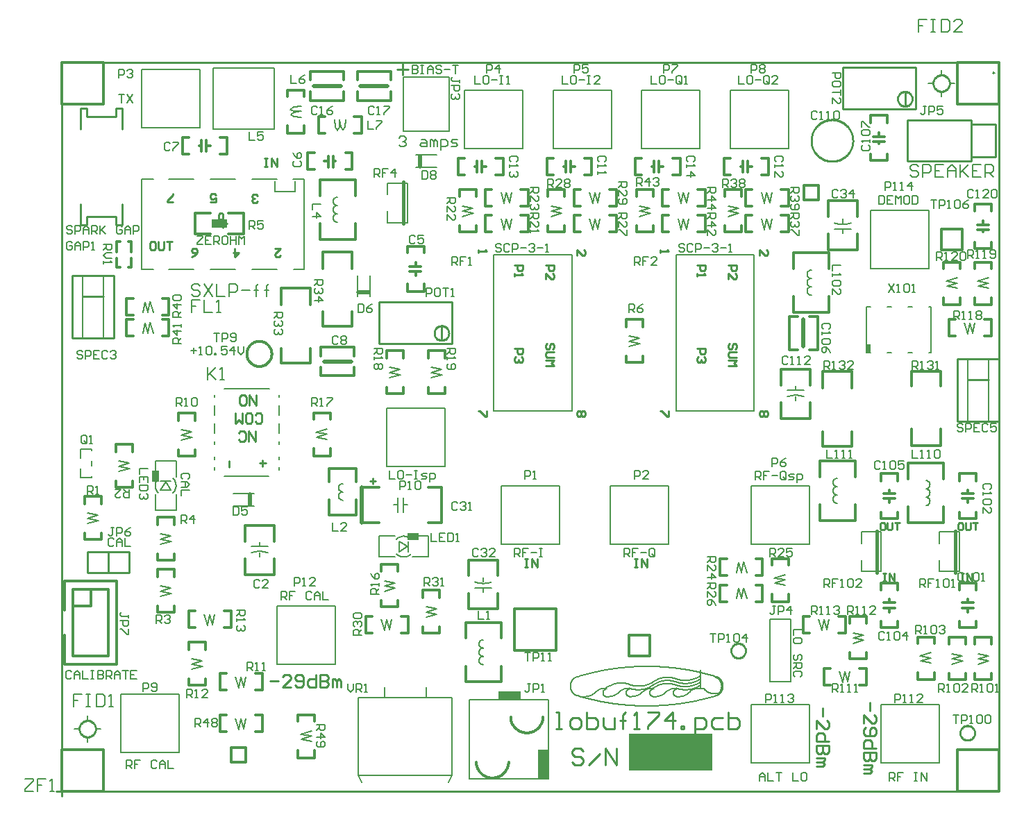
<source format=gto>
*%FSLAX24Y24*%
*%MOIN*%
G01*
%ADD11C,0.0000*%
%ADD12C,0.0050*%
%ADD13C,0.0060*%
%ADD14C,0.0070*%
%ADD15C,0.0073*%
%ADD16C,0.0079*%
%ADD17C,0.0080*%
%ADD18C,0.0098*%
%ADD19C,0.0100*%
%ADD20C,0.0120*%
%ADD21C,0.0160*%
%ADD22C,0.0160*%
%ADD23C,0.0197*%
%ADD24C,0.0200*%
%ADD25C,0.0200*%
%ADD26C,0.0240*%
%ADD27C,0.0250*%
%ADD28C,0.0280*%
%ADD29C,0.0300*%
%ADD30C,0.0300*%
%ADD31C,0.0320*%
%ADD32C,0.0340*%
%ADD33C,0.0360*%
%ADD34C,0.0380*%
%ADD35C,0.0394*%
%ADD36C,0.0397*%
%ADD37C,0.0400*%
%ADD38C,0.0400*%
%ADD39C,0.0430*%
%ADD40C,0.0434*%
%ADD41C,0.0440*%
%ADD42C,0.0480*%
%ADD43C,0.0500*%
%ADD44C,0.0500*%
%ADD45C,0.0520*%
%ADD46C,0.0540*%
%ADD47C,0.0560*%
%ADD48C,0.0580*%
%ADD49C,0.0600*%
%ADD50C,0.0600*%
%ADD51C,0.0620*%
%ADD52C,0.0630*%
%ADD53C,0.0640*%
%ADD54C,0.0650*%
%ADD55C,0.0660*%
%ADD56C,0.0670*%
%ADD57C,0.0680*%
%ADD58C,0.0700*%
%ADD59C,0.0720*%
%ADD60C,0.0740*%
%ADD61C,0.0750*%
%ADD62C,0.0760*%
%ADD63C,0.0800*%
%ADD64C,0.0827*%
%ADD65C,0.0840*%
%ADD66C,0.0850*%
%ADD67C,0.0870*%
%ADD68C,0.0900*%
%ADD69C,0.1000*%
%ADD70C,0.1040*%
%ADD71C,0.1417*%
%ADD72C,0.1500*%
%ADD73C,0.1540*%
%ADD74C,0.2417*%
%ADD75R,0.0200X0.0200*%
%ADD76R,0.0200X0.0400*%
%ADD77R,0.0300X0.0250*%
%ADD78R,0.0300X0.0300*%
%ADD79R,0.0300X0.0600*%
%ADD80R,0.0340X0.0640*%
%ADD81R,0.0350X0.0550*%
%ADD82R,0.0350X0.0800*%
%ADD83R,0.0360X0.1300*%
%ADD84R,0.0400X0.0400*%
%ADD85R,0.0400X0.0500*%
%ADD86R,0.0400X0.1350*%
%ADD87R,0.0420X0.0850*%
%ADD88R,0.0440X0.0540*%
%ADD89R,0.0440X0.1390*%
%ADD90R,0.0460X0.0890*%
%ADD91R,0.0500X0.0200*%
%ADD92R,0.0500X0.0400*%
%ADD93R,0.0500X0.0500*%
%ADD94R,0.0500X0.0500*%
%ADD95R,0.0500X0.0850*%
%ADD96R,0.0540X0.0440*%
%ADD97R,0.0540X0.0890*%
%ADD98R,0.0540X0.1140*%
%ADD99R,0.0550X0.0350*%
%ADD100R,0.0551X0.0394*%
%ADD101R,0.0551X0.1417*%
%ADD102R,0.0560X0.0320*%
%ADD103R,0.0591X0.0434*%
%ADD104R,0.0600X0.0280*%
%ADD105R,0.0600X0.0360*%
%ADD106R,0.0600X0.0600*%
%ADD107R,0.0600X0.0600*%
%ADD108R,0.0600X0.0700*%
%ADD109R,0.0600X0.0900*%
%ADD110R,0.0600X0.1200*%
%ADD111R,0.0620X0.0620*%
%ADD112R,0.0640X0.0320*%
%ADD113R,0.0640X0.0400*%
%ADD114R,0.0640X0.0640*%
%ADD115R,0.0640X0.0740*%
%ADD116R,0.0640X0.1240*%
%ADD117R,0.0650X0.0200*%
%ADD118R,0.0650X0.0300*%
%ADD119R,0.0650X0.0550*%
%ADD120R,0.0660X0.0660*%
%ADD121R,0.0700X0.0300*%
%ADD122R,0.0700X0.0340*%
%ADD123R,0.0700X0.0350*%
%ADD124R,0.0700X0.0600*%
%ADD125R,0.0700X0.0700*%
%ADD126R,0.0700X0.0700*%
%ADD127R,0.0700X0.1000*%
%ADD128R,0.0709X0.0394*%
%ADD129R,0.0740X0.0640*%
%ADD130R,0.0740X0.0740*%
%ADD131R,0.0740X0.1040*%
%ADD132R,0.0749X0.0434*%
%ADD133R,0.0750X0.0300*%
%ADD134R,0.0750X0.0400*%
%ADD135R,0.0750X0.0550*%
%ADD136R,0.0750X0.0800*%
%ADD137R,0.0760X0.0760*%
%ADD138R,0.0800X0.0350*%
%ADD139R,0.0800X0.0550*%
%ADD140R,0.0800X0.0800*%
%ADD141R,0.0800X0.3400*%
%ADD142R,0.0827X0.0394*%
%ADD143R,0.0827X0.0591*%
%ADD144R,0.0840X0.0840*%
%ADD145R,0.0867X0.0434*%
%ADD146R,0.0867X0.0631*%
%ADD147R,0.0900X0.0900*%
%ADD148R,0.0900X0.3500*%
%ADD149R,0.0940X0.3540*%
%ADD150R,0.0950X0.1200*%
%ADD151R,0.0960X0.0540*%
%ADD152R,0.0960X0.1220*%
%ADD153R,0.0984X0.1260*%
%ADD154R,0.1000X0.0600*%
%ADD155R,0.1000X0.0800*%
%ADD156R,0.1000X0.1000*%
%ADD157R,0.1000X0.1000*%
%ADD158R,0.1000X0.1200*%
%ADD159R,0.1000X0.1250*%
%ADD160R,0.1040X0.0640*%
%ADD161R,0.1040X0.0840*%
%ADD162R,0.1040X0.1040*%
%ADD163R,0.1040X0.1290*%
%ADD164R,0.1100X0.1100*%
%ADD165R,0.1102X0.0394*%
%ADD166R,0.1200X0.0600*%
%ADD167R,0.1200X0.1200*%
%ADD168R,0.1250X0.0600*%
%ADD169R,0.1250X0.0800*%
%ADD170R,0.1250X0.1250*%
%ADD171R,0.1250X0.1250*%
%ADD172R,0.1260X0.0591*%
%ADD173R,0.1290X0.0640*%
%ADD174R,0.1290X0.1290*%
%ADD175R,0.1300X0.0631*%
%ADD176R,0.1300X0.0360*%
%ADD177R,0.1350X0.0400*%
%ADD178R,0.1390X0.0440*%
%ADD179R,0.1500X0.1000*%
%ADD180R,0.1500X0.1500*%
%ADD181R,0.1540X0.1040*%
%ADD182R,0.1540X0.1540*%
%ADD183R,0.1600X0.0200*%
%ADD184R,0.1600X0.2400*%
%ADD185R,0.1700X0.1700*%
%ADD186R,0.1900X0.1900*%
%ADD187R,0.2000X0.2000*%
%ADD188R,0.2100X0.2100*%
%ADD189R,0.2200X0.2200*%
%ADD190R,0.2300X0.2300*%
%ADD191R,0.2500X0.0500*%
%ADD192R,0.2750X0.0500*%
%ADD193R,0.3000X0.3000*%
%ADD194R,0.3300X0.2750*%
%ADD195R,0.3340X0.2790*%
%ADD196R,0.4250X0.0750*%
%ADD197R,0.4290X0.0790*%
D12*
X71950Y41500D02*
Y42050D01*
Y40700D02*
Y40150D01*
X72250D01*
Y42050D02*
X71950D01*
X68200D02*
Y41500D01*
Y40700D02*
Y40150D01*
X68500D01*
Y42050D02*
X68200D01*
X60330Y34541D02*
X60297Y34540D01*
X60263Y34537D01*
X60230Y34531D01*
X60198Y34524D01*
X60166Y34514D01*
X60134Y34502D01*
X60104Y34488D01*
X60075Y34473D01*
X60046Y34455D01*
X60019Y34435D01*
X59993Y34414D01*
X59969Y34391D01*
X60653Y34522D02*
X60674Y34498D01*
X60696Y34474D01*
X60719Y34452D01*
X60743Y34431D01*
X60769Y34411D01*
X60795Y34392D01*
X60823Y34375D01*
X60851Y34359D01*
X60880Y34345D01*
X60909Y34332D01*
X60939Y34321D01*
X60970Y34311D01*
X61001Y34303D01*
X61033Y34296D01*
X61065Y34291D01*
X61097Y34287D01*
X61129Y34285D01*
X61161Y34285D01*
X61193Y34286D01*
X61226Y34289D01*
X61257Y34294D01*
X61289Y34300D01*
X61320Y34308D01*
X61351Y34317D01*
X61382Y34328D01*
X61411Y34341D01*
X61441Y34355D01*
X58209Y34714D02*
X58182Y34695D01*
X58153Y34676D01*
X58125Y34658D01*
X58096Y34640D01*
X58066Y34624D01*
X58036Y34608D01*
X58005Y34594D01*
X57974Y34580D01*
X57943Y34566D01*
X57911Y34554D01*
X57880Y34543D01*
X57847Y34532D01*
X57815Y34523D01*
X57782Y34514D01*
X57749Y34506D01*
X57716Y34499D01*
X57682Y34493D01*
X57649Y34488D01*
X57615Y34483D01*
X57581Y34480D01*
X57548Y34478D01*
X57514Y34476D01*
X57480Y34476D01*
X57446Y34476D01*
X57412Y34477D01*
X57378Y34479D01*
X57344Y34482D01*
X57311Y34486D01*
X57277Y34491D01*
X57244Y34497D01*
X57210Y34504D01*
X57177Y34511D01*
X57145Y34520D01*
X57112Y34529D01*
X57080Y34540D01*
X57048Y34551D01*
X58166Y34836D02*
X58193Y34855D01*
X58222Y34874D01*
X58250Y34892D01*
X58279Y34910D01*
X58309Y34926D01*
X58339Y34942D01*
X58370Y34956D01*
X58401Y34970D01*
X58432Y34984D01*
X58464Y34996D01*
X58495Y35007D01*
X58528Y35018D01*
X58560Y35027D01*
X58593Y35036D01*
X58626Y35044D01*
X58659Y35051D01*
X58693Y35057D01*
X58726Y35062D01*
X58760Y35067D01*
X58794Y35070D01*
X58827Y35072D01*
X58861Y35074D01*
X58895Y35074D01*
X58929Y35074D01*
X58963Y35073D01*
X58997Y35071D01*
X59031Y35068D01*
X59064Y35064D01*
X59098Y35059D01*
X59131Y35053D01*
X59165Y35046D01*
X59198Y35039D01*
X59230Y35030D01*
X59263Y35021D01*
X59295Y35010D01*
X59327Y34999D01*
Y34849D02*
X59295Y34860D01*
X59263Y34871D01*
X59230Y34880D01*
X59198Y34889D01*
X59165Y34896D01*
X59131Y34903D01*
X59098Y34909D01*
X59064Y34914D01*
X59031Y34918D01*
X58997Y34921D01*
X58963Y34923D01*
X58929Y34924D01*
X58895Y34924D01*
X58861Y34924D01*
X58827Y34922D01*
X58794Y34920D01*
X58760Y34917D01*
X58726Y34912D01*
X58693Y34907D01*
X58659Y34901D01*
X58626Y34894D01*
X58593Y34886D01*
X58560Y34877D01*
X58528Y34868D01*
X58495Y34857D01*
X58464Y34846D01*
X58432Y34834D01*
X58401Y34820D01*
X58370Y34806D01*
X58339Y34792D01*
X58309Y34776D01*
X58279Y34760D01*
X58250Y34742D01*
X58222Y34724D01*
X58193Y34705D01*
X58166Y34686D01*
Y34536D02*
X58193Y34555D01*
X58222Y34574D01*
X58250Y34592D01*
X58279Y34610D01*
X58309Y34626D01*
X58339Y34642D01*
X58370Y34656D01*
X58401Y34670D01*
X58432Y34684D01*
X58464Y34696D01*
X58495Y34707D01*
X58528Y34718D01*
X58560Y34727D01*
X58593Y34736D01*
X58626Y34744D01*
X58659Y34751D01*
X58693Y34757D01*
X58726Y34762D01*
X58760Y34767D01*
X58794Y34770D01*
X58827Y34772D01*
X58861Y34774D01*
X58895Y34774D01*
X58929Y34774D01*
X58963Y34773D01*
X58997Y34771D01*
X59031Y34768D01*
X59064Y34764D01*
X59098Y34759D01*
X59131Y34753D01*
X59165Y34746D01*
X59198Y34739D01*
X59230Y34730D01*
X59263Y34721D01*
X59295Y34710D01*
X59327Y34699D01*
X59323Y34551D02*
X59355Y34540D01*
X59387Y34529D01*
X59420Y34520D01*
X59452Y34511D01*
X59485Y34504D01*
X59519Y34497D01*
X59552Y34491D01*
X59586Y34486D01*
X59619Y34482D01*
X59653Y34479D01*
X59687Y34477D01*
X59721Y34476D01*
X59755Y34476D01*
X59789Y34476D01*
X59823Y34478D01*
X59856Y34480D01*
X59890Y34483D01*
X59924Y34488D01*
X59957Y34493D01*
X59991Y34499D01*
X60024Y34506D01*
X60057Y34514D01*
X60090Y34523D01*
X60122Y34532D01*
X60155Y34543D01*
X60186Y34554D01*
X60218Y34566D01*
X60249Y34580D01*
X60280Y34594D01*
X60311Y34608D01*
X60341Y34624D01*
X60371Y34640D01*
X60400Y34658D01*
X60428Y34676D01*
X60457Y34695D01*
X60484Y34714D01*
Y35164D02*
X60457Y35145D01*
X60428Y35126D01*
X60400Y35108D01*
X60371Y35090D01*
X60341Y35074D01*
X60311Y35058D01*
X60280Y35044D01*
X60249Y35030D01*
X60218Y35016D01*
X60186Y35004D01*
X60155Y34993D01*
X60122Y34982D01*
X60090Y34973D01*
X60057Y34964D01*
X60024Y34956D01*
X59991Y34949D01*
X59957Y34943D01*
X59924Y34938D01*
X59890Y34933D01*
X59856Y34930D01*
X59823Y34928D01*
X59789Y34926D01*
X59755Y34926D01*
X59721Y34926D01*
X59687Y34927D01*
X59653Y34929D01*
X59619Y34932D01*
X59586Y34936D01*
X59552Y34941D01*
X59519Y34947D01*
X59485Y34954D01*
X59452Y34961D01*
X59420Y34970D01*
X59387Y34979D01*
X59355Y34990D01*
X59323Y35001D01*
Y34851D02*
X59355Y34840D01*
X59387Y34829D01*
X59420Y34820D01*
X59452Y34811D01*
X59485Y34804D01*
X59519Y34797D01*
X59552Y34791D01*
X59586Y34786D01*
X59619Y34782D01*
X59653Y34779D01*
X59687Y34777D01*
X59721Y34776D01*
X59755Y34776D01*
X59789Y34776D01*
X59823Y34778D01*
X59856Y34780D01*
X59890Y34783D01*
X59924Y34788D01*
X59957Y34793D01*
X59991Y34799D01*
X60024Y34806D01*
X60057Y34814D01*
X60090Y34823D01*
X60122Y34832D01*
X60155Y34843D01*
X60186Y34854D01*
X60218Y34866D01*
X60249Y34880D01*
X60280Y34894D01*
X60311Y34908D01*
X60341Y34924D01*
X60371Y34940D01*
X60400Y34958D01*
X60428Y34976D01*
X60457Y34995D01*
X60484Y35014D01*
Y34864D02*
X60457Y34845D01*
X60428Y34826D01*
X60400Y34808D01*
X60371Y34790D01*
X60341Y34774D01*
X60311Y34758D01*
X60280Y34744D01*
X60249Y34730D01*
X60218Y34716D01*
X60186Y34704D01*
X60155Y34693D01*
X60122Y34682D01*
X60090Y34673D01*
X60057Y34664D01*
X60024Y34656D01*
X59991Y34649D01*
X59957Y34643D01*
X59924Y34638D01*
X59890Y34633D01*
X59856Y34630D01*
X59823Y34628D01*
X59789Y34626D01*
X59755Y34626D01*
X59721Y34626D01*
X59687Y34627D01*
X59653Y34629D01*
X59619Y34632D01*
X59586Y34636D01*
X59552Y34641D01*
X59519Y34647D01*
X59485Y34654D01*
X59452Y34661D01*
X59420Y34670D01*
X59387Y34679D01*
X59355Y34690D01*
X59323Y34701D01*
X61168Y35107D02*
X61201Y35095D01*
X61232Y35081D01*
X61262Y35064D01*
X61291Y35046D01*
X61319Y35026D01*
X61345Y35003D01*
X61369Y34979D01*
X61392Y34953D01*
X61413Y34926D01*
X61431Y34897D01*
X61448Y34867D01*
X61462Y34836D01*
X61475Y34804D01*
X61485Y34771D01*
X61492Y34737D01*
X61497Y34704D01*
X61500Y34669D01*
X61500Y34635D01*
X61497Y34601D01*
X61493Y34567D01*
X61486Y34533D01*
X61476Y34500D01*
X61464Y34468D01*
X61450Y34437D01*
X61434Y34406D01*
X61415Y34377D01*
X61395Y34350D01*
X61372Y34324D01*
X61348Y34300D01*
X61322Y34277D01*
X59996Y34400D02*
X59972Y34377D01*
X59948Y34355D01*
X59923Y34333D01*
X59897Y34313D01*
X59871Y34294D01*
X59843Y34275D01*
X59815Y34258D01*
X59787Y34242D01*
X59757Y34227D01*
X59727Y34214D01*
X59697Y34201D01*
X59666Y34190D01*
X59635Y34179D01*
X59603Y34170D01*
X59571Y34163D01*
X59539Y34156D01*
X59506Y34151D01*
X59474Y34147D01*
X59441Y34145D01*
X59408Y34143D01*
X59375Y34143D01*
X59370Y34140D02*
X59337Y34143D01*
X59305Y34151D01*
X59275Y34165D01*
X59248Y34184D01*
X59224Y34208D01*
X59205Y34235D01*
X59191Y34265D01*
X59183Y34297D01*
X59180Y34330D01*
X59183Y34363D01*
X59191Y34395D01*
X59205Y34425D01*
X59224Y34452D01*
X59248Y34476D01*
X59275Y34495D01*
X59305Y34509D01*
X59337Y34517D01*
X59370Y34520D01*
X57110D02*
X57077Y34517D01*
X57045Y34509D01*
X57015Y34495D01*
X56988Y34476D01*
X56964Y34452D01*
X56945Y34425D01*
X56931Y34395D01*
X56923Y34363D01*
X56920Y34330D01*
X56923Y34297D01*
X56931Y34265D01*
X56945Y34235D01*
X56964Y34208D01*
X56988Y34184D01*
X57015Y34165D01*
X57045Y34151D01*
X57077Y34143D01*
X57110Y34140D01*
X57115Y34148D02*
X57148Y34148D01*
X57181Y34150D01*
X57214Y34152D01*
X57246Y34156D01*
X57279Y34161D01*
X57311Y34168D01*
X57343Y34175D01*
X57375Y34184D01*
X57406Y34195D01*
X57437Y34206D01*
X57467Y34219D01*
X57497Y34232D01*
X57527Y34247D01*
X57555Y34263D01*
X57583Y34280D01*
X57611Y34299D01*
X57637Y34318D01*
X57663Y34338D01*
X57688Y34360D01*
X57712Y34382D01*
X57736Y34405D01*
X57102Y34524D02*
X57068Y34532D01*
X57032Y34537D01*
X56997Y34540D01*
X56961Y34541D01*
X56925Y34539D01*
X56890Y34535D01*
X56855Y34528D01*
X56821Y34519D01*
X56787Y34507D01*
X56754Y34493D01*
X56722Y34477D01*
X56692Y34459D01*
X56662Y34438D01*
X56635Y34416D01*
X56609Y34391D01*
X56606Y34400D02*
X56582Y34377D01*
X56558Y34355D01*
X56533Y34333D01*
X56507Y34313D01*
X56481Y34294D01*
X56453Y34275D01*
X56425Y34258D01*
X56397Y34242D01*
X56367Y34227D01*
X56337Y34214D01*
X56307Y34201D01*
X56276Y34190D01*
X56245Y34179D01*
X56213Y34170D01*
X56181Y34163D01*
X56149Y34156D01*
X56116Y34151D01*
X56084Y34147D01*
X56051Y34145D01*
X56018Y34143D01*
X55985Y34143D01*
X55990Y34140D02*
X55957Y34143D01*
X55925Y34151D01*
X55895Y34165D01*
X55868Y34184D01*
X55844Y34208D01*
X55825Y34235D01*
X55811Y34265D01*
X55803Y34297D01*
X55800Y34330D01*
X55803Y34363D01*
X55811Y34395D01*
X55825Y34425D01*
X55844Y34452D01*
X55868Y34476D01*
X55895Y34495D01*
X55925Y34509D01*
X55957Y34517D01*
X55990Y34520D01*
X55977Y34524D02*
X55942Y34532D01*
X55907Y34537D01*
X55872Y34540D01*
X55836Y34541D01*
X55800Y34539D01*
X55765Y34535D01*
X55730Y34528D01*
X55696Y34519D01*
X55662Y34507D01*
X55629Y34493D01*
X55597Y34477D01*
X55567Y34459D01*
X55537Y34438D01*
X55510Y34416D01*
X55484Y34391D01*
X55481Y34400D02*
X55457Y34377D01*
X55433Y34355D01*
X55408Y34333D01*
X55382Y34313D01*
X55356Y34294D01*
X55328Y34275D01*
X55300Y34258D01*
X55272Y34242D01*
X55242Y34227D01*
X55212Y34214D01*
X55182Y34201D01*
X55151Y34190D01*
X55120Y34179D01*
X55088Y34170D01*
X55056Y34163D01*
X55024Y34156D01*
X54991Y34151D01*
X54959Y34147D01*
X54926Y34145D01*
X54893Y34143D01*
X54860Y34143D01*
X57734Y34391D02*
X57760Y34416D01*
X57787Y34438D01*
X57817Y34459D01*
X57847Y34477D01*
X57879Y34493D01*
X57912Y34507D01*
X57946Y34519D01*
X57980Y34528D01*
X58015Y34535D01*
X58050Y34539D01*
X58086Y34541D01*
X58122Y34540D01*
X58157Y34537D01*
X58192Y34532D01*
X58227Y34524D01*
X58235Y34520D02*
X58202Y34517D01*
X58170Y34509D01*
X58140Y34495D01*
X58113Y34476D01*
X58089Y34452D01*
X58070Y34425D01*
X58056Y34395D01*
X58048Y34363D01*
X58045Y34330D01*
X58048Y34297D01*
X58056Y34265D01*
X58070Y34235D01*
X58089Y34208D01*
X58113Y34184D01*
X58140Y34165D01*
X58170Y34151D01*
X58202Y34143D01*
X58235Y34140D01*
X58235Y34143D02*
X58268Y34143D01*
X58301Y34145D01*
X58334Y34147D01*
X58366Y34151D01*
X58399Y34156D01*
X58431Y34163D01*
X58463Y34170D01*
X58495Y34179D01*
X58526Y34190D01*
X58557Y34201D01*
X58587Y34214D01*
X58617Y34227D01*
X58647Y34242D01*
X58675Y34258D01*
X58703Y34275D01*
X58731Y34294D01*
X58757Y34313D01*
X58783Y34333D01*
X58808Y34355D01*
X58832Y34377D01*
X58856Y34400D01*
X58859Y34391D02*
X58885Y34416D01*
X58912Y34438D01*
X58942Y34459D01*
X58972Y34477D01*
X59004Y34493D01*
X59037Y34507D01*
X59071Y34519D01*
X59105Y34528D01*
X59140Y34535D01*
X59175Y34539D01*
X59211Y34541D01*
X59247Y34540D01*
X59282Y34537D01*
X59318Y34532D01*
X59352Y34524D01*
X58254Y34889D02*
X58227Y34870D01*
X58198Y34851D01*
X58170Y34833D01*
X58141Y34815D01*
X58111Y34799D01*
X58081Y34783D01*
X58050Y34769D01*
X58019Y34755D01*
X57988Y34741D01*
X57956Y34729D01*
X57925Y34718D01*
X57892Y34707D01*
X57860Y34698D01*
X57827Y34689D01*
X57794Y34681D01*
X57761Y34674D01*
X57727Y34668D01*
X57694Y34663D01*
X57660Y34658D01*
X57626Y34655D01*
X57593Y34653D01*
X57559Y34651D01*
X57525Y34651D01*
X57491Y34651D01*
X57457Y34652D01*
X57423Y34654D01*
X57389Y34657D01*
X57356Y34661D01*
X57322Y34666D01*
X57289Y34672D01*
X57255Y34679D01*
X57222Y34686D01*
X57190Y34695D01*
X57157Y34704D01*
X57125Y34715D01*
X57093Y34726D01*
X57097Y34724D02*
X57065Y34735D01*
X57033Y34746D01*
X57000Y34755D01*
X56968Y34764D01*
X56935Y34771D01*
X56901Y34778D01*
X56868Y34784D01*
X56834Y34789D01*
X56801Y34793D01*
X56767Y34796D01*
X56733Y34798D01*
X56699Y34799D01*
X56665Y34799D01*
X56631Y34799D01*
X56597Y34797D01*
X56564Y34795D01*
X56530Y34792D01*
X56496Y34787D01*
X56463Y34782D01*
X56429Y34776D01*
X56396Y34769D01*
X56363Y34761D01*
X56330Y34752D01*
X56298Y34743D01*
X56265Y34732D01*
X56234Y34721D01*
X56202Y34709D01*
X56171Y34695D01*
X56140Y34681D01*
X56109Y34667D01*
X56079Y34651D01*
X56049Y34635D01*
X56020Y34617D01*
X55992Y34599D01*
X55963Y34580D01*
X55936Y34561D01*
X60470Y34525D02*
Y35420D01*
X60325Y34525D02*
X60650D01*
X45450Y58250D02*
Y58800D01*
Y57450D02*
Y56900D01*
X45750D01*
Y58800D02*
X45450D01*
D13*
X42450Y32800D02*
X42050D01*
X42450D02*
Y32600D01*
X42383Y32533D01*
X42250D01*
X42183Y32600D01*
Y32800D01*
Y32667D02*
X42050Y32533D01*
Y32200D02*
X42450D01*
X42250Y32400D01*
Y32134D01*
X42117Y32000D02*
X42050Y31934D01*
Y31800D01*
X42117Y31734D01*
X42383D01*
X42450Y31800D01*
Y31934D01*
X42383Y32000D01*
X42317D01*
X42250Y31934D01*
Y31734D01*
X39317Y39683D02*
X39250Y39750D01*
X39117D01*
X39050Y39683D01*
Y39417D01*
X39117Y39350D01*
X39250D01*
X39317Y39417D01*
X39450Y39350D02*
X39716D01*
X39450D02*
X39716Y39617D01*
Y39683D01*
X39650Y39750D01*
X39517D01*
X39450Y39683D01*
X38050Y42850D02*
Y43250D01*
Y42850D02*
X38250D01*
X38317Y42917D01*
Y43183D01*
X38250Y43250D01*
X38050D01*
X38450D02*
X38716D01*
X38450D02*
Y43050D01*
X38583Y43117D01*
X38650D01*
X38716Y43050D01*
Y42917D01*
X38650Y42850D01*
X38517D01*
X38450Y42917D01*
X36800Y49350D02*
Y49950D01*
Y49550D02*
Y49350D01*
Y49550D02*
X37200Y49950D01*
X36900Y49650D01*
X37200Y49350D01*
X37400D02*
X37600D01*
X37500D01*
Y49950D01*
X37501D01*
X37500D02*
X37400Y49850D01*
X35300Y48500D02*
Y48100D01*
Y48500D02*
X35500D01*
X35567Y48433D01*
Y48300D01*
X35500Y48233D01*
X35300D01*
X35433D02*
X35567Y48100D01*
X35700D02*
X35833D01*
X35767D01*
Y48500D01*
X35768D01*
X35767D02*
X35700Y48433D01*
X36033D02*
X36100Y48500D01*
X36233D01*
X36300Y48433D01*
Y48167D01*
X36233Y48100D01*
X36100D01*
X36033Y48167D01*
Y48433D01*
X30317Y56683D02*
X30250Y56750D01*
X30117D01*
X30050Y56683D01*
Y56617D01*
X30117Y56550D01*
X30250D01*
X30317Y56483D01*
Y56417D01*
X30250Y56350D01*
X30117D01*
X30050Y56417D01*
X30450Y56350D02*
Y56750D01*
X30650D01*
X30716Y56683D01*
Y56550D01*
X30650Y56483D01*
X30450D01*
X30850Y56350D02*
Y56617D01*
X30983Y56750D01*
X31116Y56617D01*
Y56350D01*
Y56550D01*
X30850D01*
X31250Y56350D02*
Y56750D01*
X31450D01*
X31516Y56683D01*
Y56550D01*
X31450Y56483D01*
X31250D01*
X31383D02*
X31516Y56350D01*
X31649D02*
Y56750D01*
Y56483D02*
Y56350D01*
Y56483D02*
X31916Y56750D01*
X31716Y56550D01*
X31916Y56350D01*
X32649Y56750D02*
X32716Y56683D01*
X32649Y56750D02*
X32516D01*
X32449Y56683D01*
Y56417D01*
X32516Y56350D01*
X32649D01*
X32716Y56417D01*
Y56550D01*
X32583D01*
X32849Y56617D02*
Y56350D01*
Y56617D02*
X32982Y56750D01*
X33116Y56617D01*
Y56350D01*
Y56550D01*
X32849D01*
X33249Y56350D02*
Y56750D01*
X33449D01*
X33516Y56683D01*
Y56550D01*
X33449Y56483D01*
X33249D01*
X30317Y55933D02*
X30250Y56000D01*
X30117D01*
X30050Y55933D01*
Y55667D01*
X30117Y55600D01*
X30250D01*
X30317Y55667D01*
Y55800D01*
X30183D01*
X30450Y55867D02*
Y55600D01*
Y55867D02*
X30583Y56000D01*
X30716Y55867D01*
Y55600D01*
Y55800D01*
X30450D01*
X30850Y55600D02*
Y56000D01*
X31050D01*
X31116Y55933D01*
Y55800D01*
X31050Y55733D01*
X30850D01*
X31250Y55600D02*
X31383D01*
X31316D01*
Y56000D01*
X31317D01*
X31316D02*
X31250Y55933D01*
X30750Y50750D02*
X30817Y50683D01*
X30750Y50750D02*
X30617D01*
X30550Y50683D01*
Y50617D01*
X30617Y50550D01*
X30750D01*
X30817Y50483D01*
Y50417D01*
X30750Y50350D01*
X30617D01*
X30550Y50417D01*
X30950Y50350D02*
Y50750D01*
X31150D01*
X31216Y50683D01*
Y50550D01*
X31150Y50483D01*
X30950D01*
X31350Y50750D02*
X31616D01*
X31350D02*
Y50350D01*
X31616D01*
X31483Y50550D02*
X31350D01*
X31950Y50750D02*
X32016Y50683D01*
X31950Y50750D02*
X31816D01*
X31750Y50683D01*
Y50417D01*
X31816Y50350D01*
X31950D01*
X32016Y50417D01*
X32149Y50683D02*
X32216Y50750D01*
X32349D01*
X32416Y50683D01*
Y50617D01*
X32417D01*
X32416D02*
X32417D01*
X32416D02*
X32417D01*
X32416D02*
X32349Y50550D01*
X32283D01*
X32349D01*
X32416Y50483D01*
Y50417D01*
X32349Y50350D01*
X32216D01*
X32149Y50417D01*
X32200Y55850D02*
X31800D01*
X32200D02*
Y55650D01*
X32133Y55583D01*
X32000D01*
X31933Y55650D01*
Y55850D01*
Y55717D02*
X31800Y55583D01*
X31933Y55450D02*
X32200D01*
X31933D02*
X31800Y55317D01*
X31933Y55184D01*
X32200D01*
X31800Y55050D02*
Y54917D01*
Y54984D01*
X32200D01*
X32201D01*
X32200D02*
X32133Y55050D01*
X35150Y52350D02*
X35550D01*
X35150D02*
Y52550D01*
X35217Y52617D01*
X35350D01*
X35417Y52550D01*
Y52350D01*
Y52483D02*
X35550Y52617D01*
Y52950D02*
X35150D01*
X35350Y52750D01*
Y53016D01*
X35217Y53150D02*
X35150Y53216D01*
Y53350D01*
X35217Y53416D01*
X35483D01*
X35550Y53350D01*
Y53216D01*
X35483Y53150D01*
X35217D01*
X35150Y51100D02*
X35550D01*
X35150D02*
Y51300D01*
X35217Y51367D01*
X35350D01*
X35417Y51300D01*
Y51100D01*
Y51233D02*
X35550Y51367D01*
Y51700D02*
X35150D01*
X35350Y51500D01*
Y51766D01*
X35550Y51900D02*
Y52033D01*
Y51966D01*
X35150D01*
X35151D01*
X35150D02*
X35217Y51900D01*
X36000Y50750D02*
X36267D01*
X36133Y50617D02*
Y50883D01*
X36400Y50550D02*
X36533D01*
X36467D01*
Y50950D01*
X36468D01*
X36467D02*
X36400Y50883D01*
X36733D02*
X36800Y50950D01*
X36933D01*
X37000Y50883D01*
Y50617D01*
X36933Y50550D01*
X36800D01*
X36733Y50617D01*
Y50883D01*
X37133Y50617D02*
Y50550D01*
Y50617D02*
X37200D01*
Y50550D01*
X37133D01*
X37466Y50950D02*
X37733D01*
X37466D02*
Y50750D01*
X37599Y50817D01*
X37666D01*
X37733Y50750D01*
Y50617D01*
X37666Y50550D01*
X37533D01*
X37466Y50617D01*
X38066Y50550D02*
Y50950D01*
X37866Y50750D01*
X38133D01*
X38266Y50683D02*
Y50950D01*
Y50683D02*
X38399Y50550D01*
X38533Y50683D01*
Y50950D01*
X37367Y51600D02*
X37100D01*
X37233D02*
X37367D01*
X37233D02*
Y51200D01*
X37500D02*
Y51600D01*
X37700D01*
X37766Y51533D01*
Y51400D01*
X37700Y51333D01*
X37500D01*
X37900Y51267D02*
X37966Y51200D01*
X38100D01*
X38166Y51267D01*
Y51533D01*
X38100Y51600D01*
X37966D01*
X37900Y51533D01*
Y51467D01*
X37966Y51400D01*
X38166D01*
X40000Y52600D02*
X40400D01*
Y52400D01*
X40333Y52333D01*
X40200D01*
X40133Y52400D01*
Y52600D01*
Y52467D02*
X40000Y52333D01*
X40333Y52200D02*
X40400Y52133D01*
Y52000D01*
X40333Y51934D01*
X40267D01*
X40268D01*
X40267D02*
X40268D01*
X40267D02*
X40268D01*
X40267D02*
X40200Y52000D01*
Y52067D01*
Y52000D01*
X40133Y51934D01*
X40067D01*
X40000Y52000D01*
Y52133D01*
X40067Y52200D01*
X40333Y51800D02*
X40400Y51734D01*
Y51600D01*
X40333Y51534D01*
X40267D01*
X40268D01*
X40267D02*
X40268D01*
X40267D02*
X40268D01*
X40267D02*
X40200Y51600D01*
Y51667D01*
Y51600D01*
X40133Y51534D01*
X40067D01*
X40000Y51600D01*
Y51734D01*
X40067Y51800D01*
X50850Y55900D02*
X50917Y55833D01*
X50850Y55900D02*
X50717D01*
X50650Y55833D01*
Y55767D01*
X50717Y55700D01*
X50850D01*
X50917Y55633D01*
Y55567D01*
X50850Y55500D01*
X50717D01*
X50650Y55567D01*
X51250Y55900D02*
X51316Y55833D01*
X51250Y55900D02*
X51117D01*
X51050Y55833D01*
Y55567D01*
X51117Y55500D01*
X51250D01*
X51316Y55567D01*
X51450Y55500D02*
Y55900D01*
X51650D01*
X51716Y55833D01*
Y55700D01*
X51650Y55633D01*
X51450D01*
X51850Y55700D02*
X52116D01*
X52249Y55833D02*
X52316Y55900D01*
X52449D01*
X52516Y55833D01*
Y55767D01*
X52517D01*
X52516D02*
X52517D01*
X52516D02*
X52517D01*
X52516D02*
X52449Y55700D01*
X52383D01*
X52449D01*
X52516Y55633D01*
Y55567D01*
X52449Y55500D01*
X52316D01*
X52249Y55567D01*
X52649Y55700D02*
X52916D01*
X53049Y55500D02*
X53183D01*
X53116D01*
Y55900D01*
X53117D01*
X53116D02*
X53049Y55833D01*
X48550Y55250D02*
Y54850D01*
Y55250D02*
X48750D01*
X48817Y55183D01*
Y55050D01*
X48750Y54983D01*
X48550D01*
X48683D02*
X48817Y54850D01*
X48950Y55250D02*
X49216D01*
X48950D02*
Y55050D01*
X49083D01*
X48950D01*
Y54850D01*
X49350D02*
X49483D01*
X49416D01*
Y55250D01*
X49417D01*
X49416D02*
X49350Y55183D01*
X47300Y53750D02*
Y53350D01*
Y53750D02*
X47500D01*
X47567Y53683D01*
Y53550D01*
X47500Y53483D01*
X47300D01*
X47767Y53750D02*
X47900D01*
X47767D02*
X47700Y53683D01*
Y53417D01*
X47767Y53350D01*
X47900D01*
X47966Y53417D01*
Y53683D01*
X47900Y53750D01*
X48100D02*
X48366D01*
X48233D01*
Y53350D01*
X48500D02*
X48633D01*
X48566D01*
Y53750D01*
X48567D01*
X48566D02*
X48500Y53683D01*
X48300Y50850D02*
X48700D01*
Y50650D01*
X48633Y50583D01*
X48500D01*
X48433Y50650D01*
Y50850D01*
Y50717D02*
X48300Y50583D01*
Y50450D02*
Y50317D01*
Y50383D01*
X48700D01*
X48701D01*
X48700D02*
X48633Y50450D01*
X48367Y50117D02*
X48300Y50050D01*
Y49917D01*
X48367Y49850D01*
X48633D01*
X48700Y49917D01*
Y50050D01*
X48633Y50117D01*
X48567D01*
X48500Y50050D01*
Y49850D01*
X45200Y50850D02*
X44800D01*
X45200D02*
Y50650D01*
X45133Y50583D01*
X45000D01*
X44933Y50650D01*
Y50850D01*
Y50717D02*
X44800Y50583D01*
Y50450D02*
Y50317D01*
Y50383D01*
X45200D01*
X45201D01*
X45200D02*
X45133Y50450D01*
Y50117D02*
X45200Y50050D01*
Y49917D01*
X45133Y49850D01*
X45067D01*
X45000Y49917D01*
X44933Y49850D01*
X44867D01*
X44800Y49917D01*
Y50050D01*
X44867Y50117D01*
X44933D01*
X45000Y50050D01*
X45067Y50117D01*
X45133D01*
X45000Y50050D02*
Y49917D01*
X73050Y40100D02*
X73117Y40033D01*
X73050Y40100D02*
X72917D01*
X72850Y40033D01*
Y39767D01*
X72917Y39700D01*
X73050D01*
X73117Y39767D01*
X73250Y39700D02*
X73383D01*
X73317D01*
Y40100D01*
X73318D01*
X73317D02*
X73250Y40033D01*
X73583D02*
X73650Y40100D01*
X73783D01*
X73850Y40033D01*
Y39767D01*
X73783Y39700D01*
X73650D01*
X73583Y39767D01*
Y40033D01*
X73983Y39700D02*
X74116D01*
X74050D01*
Y40100D01*
X74051D01*
X74050D02*
X73983Y40033D01*
X71000Y39800D02*
Y39400D01*
Y39800D02*
X71200D01*
X71267Y39733D01*
Y39600D01*
X71200Y39533D01*
X71000D01*
X71133D02*
X71267Y39400D01*
X71400Y39800D02*
X71666D01*
X71400D02*
Y39600D01*
X71533D01*
X71400D01*
Y39400D01*
X71800D02*
X71933D01*
X71866D01*
Y39800D01*
X71867D01*
X71866D02*
X71800Y39733D01*
X72133D02*
X72200Y39800D01*
X72333D01*
X72400Y39733D01*
Y39467D01*
X72333Y39400D01*
X72200D01*
X72133Y39467D01*
Y39733D01*
X72533Y39400D02*
X72666D01*
X72599D01*
Y39800D01*
X72600D01*
X72599D02*
X72533Y39733D01*
X74383Y44083D02*
X74450Y44150D01*
Y44283D01*
X74383Y44350D01*
X74117D01*
X74050Y44283D01*
Y44150D01*
X74117Y44083D01*
X74050Y43950D02*
Y43817D01*
Y43883D01*
X74450D01*
X74451D01*
X74450D02*
X74383Y43950D01*
Y43617D02*
X74450Y43550D01*
Y43417D01*
X74383Y43350D01*
X74117D01*
X74050Y43417D01*
Y43550D01*
X74117Y43617D01*
X74383D01*
X74050Y43217D02*
Y42950D01*
Y43217D02*
X74317Y42950D01*
X74383D01*
X74450Y43017D01*
Y43150D01*
X74383Y43217D01*
X70650Y45600D02*
Y46000D01*
Y45600D02*
X70917D01*
X71050D02*
X71183D01*
X71117D01*
Y46000D01*
X71118D01*
X71117D02*
X71050Y45933D01*
X71383Y45600D02*
X71516D01*
X71450D01*
Y46000D01*
X71451D01*
X71450D02*
X71383Y45933D01*
X71716D02*
X71783Y46000D01*
X71916D01*
X71983Y45933D01*
Y45667D01*
X71916Y45600D01*
X71783D01*
X71716Y45667D01*
Y45933D01*
X70650Y49850D02*
Y50250D01*
X70850D01*
X70917Y50183D01*
Y50050D01*
X70850Y49983D01*
X70650D01*
X70783D02*
X70917Y49850D01*
X71050D02*
X71183D01*
X71117D01*
Y50250D01*
X71118D01*
X71117D02*
X71050Y50183D01*
X71383D02*
X71450Y50250D01*
X71583D01*
X71650Y50183D01*
Y50117D01*
X71651D01*
X71650D02*
X71651D01*
X71650D02*
X71651D01*
X71650D02*
X71583Y50050D01*
X71516D01*
X71583D01*
X71650Y49983D01*
Y49917D01*
X71583Y49850D01*
X71450D01*
X71383Y49917D01*
X71783Y49850D02*
X71916D01*
X71850D01*
Y50250D01*
X71851D01*
X71850D02*
X71783Y50183D01*
X73000Y47250D02*
X73067Y47183D01*
X73000Y47250D02*
X72867D01*
X72800Y47183D01*
Y47117D01*
X72867Y47050D01*
X73000D01*
X73067Y46983D01*
Y46917D01*
X73000Y46850D01*
X72867D01*
X72800Y46917D01*
X73200Y46850D02*
Y47250D01*
X73400D01*
X73466Y47183D01*
Y47050D01*
X73400Y46983D01*
X73200D01*
X73600Y47250D02*
X73866D01*
X73600D02*
Y46850D01*
X73866D01*
X73733Y47050D02*
X73600D01*
X74200Y47250D02*
X74266Y47183D01*
X74200Y47250D02*
X74066D01*
X74000Y47183D01*
Y46917D01*
X74066Y46850D01*
X74200D01*
X74266Y46917D01*
X74399Y47250D02*
X74666D01*
X74399D02*
Y47050D01*
X74533Y47117D01*
X74599D01*
X74666Y47050D01*
Y46917D01*
X74599Y46850D01*
X74466D01*
X74399Y46917D01*
X72650Y52250D02*
Y52650D01*
X72850D01*
X72917Y52583D01*
Y52450D01*
X72850Y52383D01*
X72650D01*
X72783D02*
X72917Y52250D01*
X73050D02*
X73183D01*
X73117D01*
Y52650D01*
X73118D01*
X73117D02*
X73050Y52583D01*
X73383Y52250D02*
X73516D01*
X73450D01*
Y52650D01*
X73451D01*
X73450D02*
X73383Y52583D01*
X73716D02*
X73783Y52650D01*
X73916D01*
X73983Y52583D01*
Y52517D01*
X73916Y52450D01*
X73983Y52383D01*
Y52317D01*
X73916Y52250D01*
X73783D01*
X73716Y52317D01*
Y52383D01*
X73783Y52450D01*
X73716Y52517D01*
Y52583D01*
X73783Y52450D02*
X73916D01*
X69767Y53550D02*
X69500Y53950D01*
X69767D02*
X69500Y53550D01*
X69900D02*
X70033D01*
X69967D01*
Y53950D01*
X69968D01*
X69967D02*
X69900Y53883D01*
X70233D02*
X70300Y53950D01*
X70433D01*
X70500Y53883D01*
Y53617D01*
X70433Y53550D01*
X70300D01*
X70233Y53617D01*
Y53883D01*
X70633Y53550D02*
X70766D01*
X70700D01*
Y53950D01*
X70701D01*
X70700D02*
X70633Y53883D01*
X66067Y62183D02*
X66000Y62250D01*
X65867D01*
X65800Y62183D01*
Y61917D01*
X65867Y61850D01*
X66000D01*
X66067Y61917D01*
X66200Y61850D02*
X66333D01*
X66267D01*
Y62250D01*
X66268D01*
X66267D02*
X66200Y62183D01*
X66533Y61850D02*
X66666D01*
X66600D01*
Y62250D01*
X66601D01*
X66600D02*
X66533Y62183D01*
X66866D02*
X66933Y62250D01*
X67066D01*
X67133Y62183D01*
Y61917D01*
X67066Y61850D01*
X66933D01*
X66866Y61917D01*
Y62183D01*
X68267Y60617D02*
X68200Y60550D01*
Y60417D01*
X68267Y60350D01*
X68533D01*
X68600Y60417D01*
Y60550D01*
X68533Y60617D01*
X68600Y60750D02*
Y60883D01*
Y60817D01*
X68200D01*
X68201D01*
X68200D02*
X68267Y60750D01*
Y61083D02*
X68200Y61150D01*
Y61283D01*
X68267Y61350D01*
X68533D01*
X68600Y61283D01*
Y61150D01*
X68533Y61083D01*
X68267D01*
X68200Y61483D02*
Y61750D01*
X68267D01*
X68533Y61483D01*
X68600D01*
X67200Y64100D02*
X66800D01*
X67200D02*
Y63900D01*
X67133Y63833D01*
X67000D01*
X66933Y63900D01*
Y64100D01*
X67200Y63633D02*
Y63500D01*
Y63633D02*
X67133Y63700D01*
X66867D01*
X66800Y63633D01*
Y63500D01*
X66867Y63434D01*
X67133D01*
X67200Y63500D01*
Y63300D02*
Y63034D01*
Y63167D01*
X66800D01*
Y62900D02*
Y62634D01*
Y62900D02*
X67067Y62634D01*
X67133D01*
X67200Y62700D01*
Y62834D01*
X67133Y62900D01*
X70950Y66650D02*
X71350D01*
X70950D02*
Y66350D01*
X71150D01*
X70950D01*
Y66050D01*
X71550Y66650D02*
X71750D01*
X71650D01*
Y66050D01*
X71550D01*
X71750D01*
X72050D02*
Y66650D01*
Y66050D02*
X72350D01*
X72450Y66150D01*
Y66550D01*
X72350Y66650D01*
X72050D01*
X72649Y66050D02*
X73049D01*
X72649D02*
X73049Y66450D01*
Y66550D01*
X72949Y66650D01*
X72749D01*
X72649Y66550D01*
X70850Y59700D02*
X70950Y59600D01*
X70850Y59700D02*
X70650D01*
X70550Y59600D01*
Y59500D01*
X70650Y59400D01*
X70850D01*
X70950Y59300D01*
Y59200D01*
X70850Y59100D01*
X70650D01*
X70550Y59200D01*
X71150Y59100D02*
Y59700D01*
X71450D01*
X71550Y59600D01*
Y59400D01*
X71450Y59300D01*
X71150D01*
X71750Y59700D02*
X72149D01*
X71750D02*
Y59100D01*
X72149D01*
X71950Y59400D02*
X71750D01*
X72349Y59500D02*
Y59100D01*
Y59500D02*
X72549Y59700D01*
X72749Y59500D01*
Y59100D01*
Y59400D01*
X72349D01*
X72949Y59700D02*
Y59100D01*
Y59300D01*
X73349Y59700D01*
X73049Y59400D01*
X73349Y59100D01*
X73549Y59700D02*
X73949D01*
X73549D02*
Y59100D01*
X73949D01*
X73749Y59400D02*
X73549D01*
X74149Y59100D02*
Y59700D01*
X74449D01*
X74549Y59600D01*
Y59400D01*
X74449Y59300D01*
X74149D01*
X74349D02*
X74549Y59100D01*
X71317Y62500D02*
X71183D01*
X71250D01*
Y62167D01*
X71183Y62100D01*
X71117D01*
X71050Y62167D01*
X71450Y62100D02*
Y62500D01*
X71650D01*
X71716Y62433D01*
Y62300D01*
X71650Y62233D01*
X71450D01*
X71850Y62500D02*
X72116D01*
X71850D02*
Y62300D01*
X71983Y62367D01*
X72050D01*
X72116Y62300D01*
Y62167D01*
X72050Y62100D01*
X71916D01*
X71850Y62167D01*
X73500Y58500D02*
X73567Y58433D01*
X73500Y58500D02*
X73367D01*
X73300Y58433D01*
Y58167D01*
X73367Y58100D01*
X73500D01*
X73567Y58167D01*
X73700Y58100D02*
X73833D01*
X73767D01*
Y58500D01*
X73768D01*
X73767D02*
X73700Y58433D01*
X74033Y58100D02*
X74300D01*
X74033D02*
X74300Y58367D01*
Y58433D01*
X74233Y58500D01*
X74100D01*
X74033Y58433D01*
X74433D02*
X74500Y58500D01*
X74633D01*
X74700Y58433D01*
Y58167D01*
X74633Y58100D01*
X74500D01*
X74433Y58167D01*
Y58433D01*
X73300Y55600D02*
Y55200D01*
Y55600D02*
X73500D01*
X73567Y55533D01*
Y55400D01*
X73500Y55333D01*
X73300D01*
X73433D02*
X73567Y55200D01*
X73700D02*
X73833D01*
X73767D01*
Y55600D01*
X73768D01*
X73767D02*
X73700Y55533D01*
X74033Y55200D02*
X74166D01*
X74100D01*
Y55600D01*
X74101D01*
X74100D02*
X74033Y55533D01*
X74366Y55267D02*
X74433Y55200D01*
X74566D01*
X74633Y55267D01*
Y55533D01*
X74566Y55600D01*
X74433D01*
X74366Y55533D01*
Y55467D01*
X74433Y55400D01*
X74633D01*
X71800Y55500D02*
Y55100D01*
Y55500D02*
X72000D01*
X72067Y55433D01*
Y55300D01*
X72000Y55233D01*
X71800D01*
X71933D02*
X72067Y55100D01*
X72200D02*
X72333D01*
X72267D01*
Y55500D01*
X72268D01*
X72267D02*
X72200Y55433D01*
X72533Y55100D02*
X72800D01*
X72533D02*
X72800Y55367D01*
Y55433D01*
X72733Y55500D01*
X72600D01*
X72533Y55433D01*
X72933D02*
X73000Y55500D01*
X73133D01*
X73200Y55433D01*
Y55167D01*
X73133Y55100D01*
X73000D01*
X72933Y55167D01*
Y55433D01*
X71817Y58000D02*
X71550D01*
X71683D02*
X71817D01*
X71683D02*
Y57600D01*
X71950D02*
Y58000D01*
X72150D01*
X72216Y57933D01*
Y57800D01*
X72150Y57733D01*
X71950D01*
X72350Y57600D02*
X72483D01*
X72416D01*
Y58000D01*
X72417D01*
X72416D02*
X72350Y57933D01*
X72683D02*
X72750Y58000D01*
X72883D01*
X72950Y57933D01*
Y57667D01*
X72883Y57600D01*
X72750D01*
X72683Y57667D01*
Y57933D01*
X73216D02*
X73349Y58000D01*
X73216Y57933D02*
X73083Y57800D01*
Y57667D01*
X73149Y57600D01*
X73283D01*
X73349Y57667D01*
Y57733D01*
X73283Y57800D01*
X73083D01*
X67067Y58433D02*
X67000Y58500D01*
X66867D01*
X66800Y58433D01*
Y58167D01*
X66867Y58100D01*
X67000D01*
X67067Y58167D01*
X67200Y58433D02*
X67267Y58500D01*
X67400D01*
X67466Y58433D01*
Y58367D01*
X67467D01*
X67466D02*
X67467D01*
X67466D02*
X67467D01*
X67466D02*
X67400Y58300D01*
X67333D01*
X67400D01*
X67466Y58233D01*
Y58167D01*
X67400Y58100D01*
X67267D01*
X67200Y58167D01*
X67800Y58100D02*
Y58500D01*
X67600Y58300D01*
X67866D01*
X67200Y54850D02*
X66800D01*
Y54583D01*
Y54450D02*
Y54317D01*
Y54383D01*
X67200D01*
X67201D01*
X67200D02*
X67133Y54450D01*
Y54117D02*
X67200Y54050D01*
Y53917D01*
X67133Y53850D01*
X66867D01*
X66800Y53917D01*
Y54050D01*
X66867Y54117D01*
X67133D01*
X66800Y53717D02*
Y53450D01*
Y53717D02*
X67067Y53450D01*
X67133D01*
X67200Y53517D01*
Y53650D01*
X67133Y53717D01*
X66700Y51850D02*
X66633Y51783D01*
X66700Y51850D02*
Y51983D01*
X66633Y52050D01*
X66367D01*
X66300Y51983D01*
Y51850D01*
X66367Y51783D01*
X66300Y51650D02*
Y51517D01*
Y51583D01*
X66700D01*
X66701D01*
X66700D02*
X66633Y51650D01*
Y51317D02*
X66700Y51250D01*
Y51117D01*
X66633Y51050D01*
X66367D01*
X66300Y51117D01*
Y51250D01*
X66367Y51317D01*
X66633D01*
Y50784D02*
X66700Y50650D01*
X66633Y50784D02*
X66500Y50917D01*
X66367D01*
X66300Y50850D01*
Y50717D01*
X66367Y50650D01*
X66433D01*
X66500Y50717D01*
Y50917D01*
X64667Y50433D02*
X64600Y50500D01*
X64467D01*
X64400Y50433D01*
Y50167D01*
X64467Y50100D01*
X64600D01*
X64667Y50167D01*
X64800Y50100D02*
X64933D01*
X64867D01*
Y50500D01*
X64868D01*
X64867D02*
X64800Y50433D01*
X65133Y50100D02*
X65266D01*
X65200D01*
Y50500D01*
X65201D01*
X65200D02*
X65133Y50433D01*
X65466Y50100D02*
X65733D01*
X65466D02*
X65733Y50367D01*
Y50433D01*
X65666Y50500D01*
X65533D01*
X65466Y50433D01*
X66400Y50250D02*
Y49850D01*
Y50250D02*
X66600D01*
X66667Y50183D01*
Y50050D01*
X66600Y49983D01*
X66400D01*
X66533D02*
X66667Y49850D01*
X66800D02*
X66933D01*
X66867D01*
Y50250D01*
X66868D01*
X66867D02*
X66800Y50183D01*
X67133D02*
X67200Y50250D01*
X67333D01*
X67400Y50183D01*
Y50117D01*
X67401D01*
X67400D02*
X67401D01*
X67400D02*
X67401D01*
X67400D02*
X67333Y50050D01*
X67266D01*
X67333D01*
X67400Y49983D01*
Y49917D01*
X67333Y49850D01*
X67200D01*
X67133Y49917D01*
X67533Y49850D02*
X67800D01*
X67533D02*
X67800Y50117D01*
Y50183D01*
X67733Y50250D01*
X67600D01*
X67533Y50183D01*
X61200Y39600D02*
X60800D01*
X61200D02*
Y39400D01*
X61133Y39333D01*
X61000D01*
X60933Y39400D01*
Y39600D01*
Y39467D02*
X60800Y39333D01*
Y39200D02*
Y38934D01*
Y39200D02*
X61067Y38934D01*
X61133D01*
X61200Y39000D01*
Y39133D01*
X61133Y39200D01*
Y38667D02*
X61200Y38534D01*
X61133Y38667D02*
X61000Y38800D01*
X60867D01*
X60800Y38734D01*
Y38600D01*
X60867Y38534D01*
X60933D01*
X61000Y38600D01*
Y38800D01*
X60800Y40850D02*
X61200D01*
Y40650D01*
X61133Y40583D01*
X61000D01*
X60933Y40650D01*
Y40850D01*
Y40717D02*
X60800Y40583D01*
Y40450D02*
Y40184D01*
Y40450D02*
X61067Y40184D01*
X61133D01*
X61200Y40250D01*
Y40383D01*
X61133Y40450D01*
X61200Y39850D02*
X60800D01*
X61000Y40050D02*
X61200Y39850D01*
X61000Y39784D02*
Y40050D01*
X63800Y40850D02*
Y41250D01*
X64000D01*
X64067Y41183D01*
Y41050D01*
X64000Y40983D01*
X63800D01*
X63933D02*
X64067Y40850D01*
X64200D02*
X64466D01*
X64200D02*
X64466Y41117D01*
Y41183D01*
X64400Y41250D01*
X64267D01*
X64200Y41183D01*
X64600Y41250D02*
X64866D01*
X64600D02*
Y41050D01*
X64733Y41117D01*
X64800D01*
X64866Y41050D01*
Y40917D01*
X64800Y40850D01*
X64666D01*
X64600Y40917D01*
X66550Y45600D02*
Y46000D01*
Y45600D02*
X66817D01*
X66950D02*
X67083D01*
X67017D01*
Y46000D01*
X67018D01*
X67017D02*
X66950Y45933D01*
X67283Y45600D02*
X67416D01*
X67350D01*
Y46000D01*
X67351D01*
X67350D02*
X67283Y45933D01*
X67616Y45600D02*
X67750D01*
X67683D01*
Y46000D01*
X67684D01*
X67683D02*
X67616Y45933D01*
X69050Y45450D02*
X69117Y45383D01*
X69050Y45450D02*
X68917D01*
X68850Y45383D01*
Y45117D01*
X68917Y45050D01*
X69050D01*
X69117Y45117D01*
X69250Y45050D02*
X69383D01*
X69317D01*
Y45450D01*
X69318D01*
X69317D02*
X69250Y45383D01*
X69583D02*
X69650Y45450D01*
X69783D01*
X69850Y45383D01*
Y45117D01*
X69783Y45050D01*
X69650D01*
X69583Y45117D01*
Y45383D01*
X69983Y45450D02*
X70250D01*
X69983D02*
Y45250D01*
X70116Y45317D01*
X70183D01*
X70250Y45250D01*
Y45117D01*
X70183Y45050D01*
X70050D01*
X69983Y45117D01*
X66400Y39800D02*
Y39400D01*
Y39800D02*
X66600D01*
X66667Y39733D01*
Y39600D01*
X66600Y39533D01*
X66400D01*
X66533D02*
X66667Y39400D01*
X66800Y39800D02*
X67066D01*
X66800D02*
Y39600D01*
X66933D01*
X66800D01*
Y39400D01*
X67200D02*
X67333D01*
X67266D01*
Y39800D01*
X67267D01*
X67266D02*
X67200Y39733D01*
X67533D02*
X67600Y39800D01*
X67733D01*
X67800Y39733D01*
Y39467D01*
X67733Y39400D01*
X67600D01*
X67533Y39467D01*
Y39733D01*
X67933Y39400D02*
X68199D01*
X67933D02*
X68199Y39667D01*
Y39733D01*
X68133Y39800D01*
X67999D01*
X67933Y39733D01*
X69250Y37250D02*
X69317Y37183D01*
X69250Y37250D02*
X69117D01*
X69050Y37183D01*
Y36917D01*
X69117Y36850D01*
X69250D01*
X69317Y36917D01*
X69450Y36850D02*
X69583D01*
X69517D01*
Y37250D01*
X69518D01*
X69517D02*
X69450Y37183D01*
X69783D02*
X69850Y37250D01*
X69983D01*
X70050Y37183D01*
Y36917D01*
X69983Y36850D01*
X69850D01*
X69783Y36917D01*
Y37183D01*
X70383Y37250D02*
Y36850D01*
X70183Y37050D02*
X70383Y37250D01*
X70450Y37050D02*
X70183D01*
X70800Y37150D02*
Y37550D01*
X71000D01*
X71067Y37483D01*
Y37350D01*
X71000Y37283D01*
X70800D01*
X70933D02*
X71067Y37150D01*
X71200D02*
X71333D01*
X71267D01*
Y37550D01*
X71268D01*
X71267D02*
X71200Y37483D01*
X71533D02*
X71600Y37550D01*
X71733D01*
X71800Y37483D01*
Y37217D01*
X71733Y37150D01*
X71600D01*
X71533Y37217D01*
Y37483D01*
X71933D02*
X72000Y37550D01*
X72133D01*
X72200Y37483D01*
Y37417D01*
X72201D01*
X72200D02*
X72201D01*
X72200D02*
X72201D01*
X72200D02*
X72133Y37350D01*
X72066D01*
X72133D01*
X72200Y37283D01*
Y37217D01*
X72133Y37150D01*
X72000D01*
X71933Y37217D01*
X71900Y34750D02*
Y34350D01*
Y34750D02*
X72100D01*
X72167Y34683D01*
Y34550D01*
X72100Y34483D01*
X71900D01*
X72033D02*
X72167Y34350D01*
X72300D02*
X72433D01*
X72367D01*
Y34750D01*
X72368D01*
X72367D02*
X72300Y34683D01*
X72633D02*
X72700Y34750D01*
X72833D01*
X72900Y34683D01*
Y34417D01*
X72833Y34350D01*
X72700D01*
X72633Y34417D01*
Y34683D01*
X73033Y34350D02*
X73300D01*
X73033D02*
X73300Y34617D01*
Y34683D01*
X73233Y34750D01*
X73100D01*
X73033Y34683D01*
X73500Y34750D02*
Y34350D01*
Y34750D02*
X73700D01*
X73767Y34683D01*
Y34550D01*
X73700Y34483D01*
X73500D01*
X73633D02*
X73767Y34350D01*
X73900D02*
X74033D01*
X73967D01*
Y34750D01*
X73968D01*
X73967D02*
X73900Y34683D01*
X74233D02*
X74300Y34750D01*
X74433D01*
X74500Y34683D01*
Y34417D01*
X74433Y34350D01*
X74300D01*
X74233Y34417D01*
Y34683D01*
X74633Y34350D02*
X74766D01*
X74700D01*
Y34750D01*
X74701D01*
X74700D02*
X74633Y34683D01*
X72867Y33250D02*
X72600D01*
X72733D02*
X72867D01*
X72733D02*
Y32850D01*
X73000D02*
Y33250D01*
X73200D01*
X73266Y33183D01*
Y33050D01*
X73200Y32983D01*
X73000D01*
X73400Y32850D02*
X73533D01*
X73466D01*
Y33250D01*
X73467D01*
X73466D02*
X73400Y33183D01*
X73733D02*
X73800Y33250D01*
X73933D01*
X74000Y33183D01*
Y32917D01*
X73933Y32850D01*
X73800D01*
X73733Y32917D01*
Y33183D01*
X74133D02*
X74199Y33250D01*
X74333D01*
X74399Y33183D01*
Y32917D01*
X74333Y32850D01*
X74199D01*
X74133Y32917D01*
Y33183D01*
X66800Y34350D02*
Y34750D01*
X67000D01*
X67067Y34683D01*
Y34550D01*
X67000Y34483D01*
X66800D01*
X66933D02*
X67067Y34350D01*
X67200D02*
X67333D01*
X67267D01*
Y34750D01*
X67268D01*
X67267D02*
X67200Y34683D01*
X67533Y34350D02*
X67666D01*
X67600D01*
Y34750D01*
X67601D01*
X67600D02*
X67533Y34683D01*
X67866Y34350D02*
X68000D01*
X67933D01*
Y34750D01*
X67934D01*
X67933D02*
X67866Y34683D01*
X67550Y38100D02*
Y38500D01*
X67750D01*
X67817Y38433D01*
Y38300D01*
X67750Y38233D01*
X67550D01*
X67683D02*
X67817Y38100D01*
X67950D02*
X68083D01*
X68017D01*
Y38500D01*
X68018D01*
X68017D02*
X67950Y38433D01*
X68283Y38100D02*
X68416D01*
X68350D01*
Y38500D01*
X68351D01*
X68350D02*
X68283Y38433D01*
X68616Y38100D02*
X68883D01*
X68616D02*
X68883Y38367D01*
Y38433D01*
X68816Y38500D01*
X68683D01*
X68616Y38433D01*
X65800Y38500D02*
Y38100D01*
Y38500D02*
X66000D01*
X66067Y38433D01*
Y38300D01*
X66000Y38233D01*
X65800D01*
X65933D02*
X66067Y38100D01*
X66200D02*
X66333D01*
X66267D01*
Y38500D01*
X66268D01*
X66267D02*
X66200Y38433D01*
X66533Y38100D02*
X66666D01*
X66600D01*
Y38500D01*
X66601D01*
X66600D02*
X66533Y38433D01*
X66866D02*
X66933Y38500D01*
X67066D01*
X67133Y38433D01*
Y38367D01*
X67134D01*
X67133D02*
X67134D01*
X67133D02*
X67134D01*
X67133D02*
X67066Y38300D01*
X67000D01*
X67066D01*
X67133Y38233D01*
Y38167D01*
X67066Y38100D01*
X66933D01*
X66866Y38167D01*
X64800Y37850D02*
Y34850D01*
X63800D02*
Y37850D01*
X64800D01*
Y34850D02*
X63800D01*
X64950Y37350D02*
X65350D01*
X64950D02*
Y37083D01*
X65350Y36883D02*
Y36750D01*
Y36883D02*
X65283Y36950D01*
X65017D01*
X64950Y36883D01*
Y36750D01*
X65017Y36684D01*
X65283D01*
X65350Y36750D01*
Y35950D02*
X65283Y35884D01*
X65350Y35950D02*
Y36084D01*
X65283Y36150D01*
X65217D01*
X65150Y36084D01*
Y35950D01*
X65083Y35884D01*
X65017D01*
X64950Y35950D01*
Y36084D01*
X65017Y36150D01*
X64950Y35751D02*
X65350D01*
Y35551D01*
X65283Y35484D01*
X65150D01*
X65083Y35551D01*
Y35751D01*
Y35617D02*
X64950Y35484D01*
X65283Y35084D02*
X65350Y35151D01*
Y35284D01*
X65283Y35351D01*
X65017D01*
X64950Y35284D01*
Y35151D01*
X65017Y35084D01*
X64067Y38500D02*
X63933D01*
X64000D01*
Y38167D01*
X63933Y38100D01*
X63867D01*
X63800Y38167D01*
X64200Y38100D02*
Y38500D01*
X64400D01*
X64466Y38433D01*
Y38300D01*
X64400Y38233D01*
X64200D01*
X64800Y38100D02*
Y38500D01*
X64600Y38300D01*
X64866D01*
X61217Y37150D02*
X60950D01*
X61083D02*
X61217D01*
X61083D02*
Y36750D01*
X61350D02*
Y37150D01*
X61550D01*
X61616Y37083D01*
Y36950D01*
X61550Y36883D01*
X61350D01*
X61750Y36750D02*
X61883D01*
X61816D01*
Y37150D01*
X61817D01*
X61816D02*
X61750Y37083D01*
X62083D02*
X62150Y37150D01*
X62283D01*
X62350Y37083D01*
Y36817D01*
X62283Y36750D01*
X62150D01*
X62083Y36817D01*
Y37083D01*
X62683Y37150D02*
Y36750D01*
X62483Y36950D02*
X62683Y37150D01*
X62749Y36950D02*
X62483D01*
X52317Y34750D02*
X52183D01*
X52250D01*
Y34417D01*
X52183Y34350D01*
X52117D01*
X52050Y34417D01*
X52450Y34350D02*
Y34750D01*
X52650D01*
X52716Y34683D01*
Y34550D01*
X52650Y34483D01*
X52450D01*
X52850Y34350D02*
X52983D01*
X52916D01*
Y34750D01*
X52917D01*
X52916D02*
X52850Y34683D01*
X47200Y39450D02*
Y39850D01*
X47400D01*
X47467Y39783D01*
Y39650D01*
X47400Y39583D01*
X47200D01*
X47333D02*
X47467Y39450D01*
X47600Y39783D02*
X47667Y39850D01*
X47800D01*
X47866Y39783D01*
Y39717D01*
X47867D01*
X47866D02*
X47867D01*
X47866D02*
X47867D01*
X47866D02*
X47800Y39650D01*
X47733D01*
X47800D01*
X47866Y39583D01*
Y39517D01*
X47800Y39450D01*
X47667D01*
X47600Y39517D01*
X48000Y39450D02*
X48133D01*
X48066D01*
Y39850D01*
X48067D01*
X48066D02*
X48000Y39783D01*
X43550Y34750D02*
Y34483D01*
X43683Y34350D01*
X43817Y34483D01*
Y34750D01*
X43950D02*
Y34350D01*
Y34750D02*
X44150D01*
X44216Y34683D01*
Y34550D01*
X44150Y34483D01*
X43950D01*
X44083D02*
X44216Y34350D01*
X44350D02*
X44483D01*
X44416D01*
Y34750D01*
X44417D01*
X44416D02*
X44350Y34683D01*
X49800Y37850D02*
Y38250D01*
Y37850D02*
X50067D01*
X50200D02*
X50333D01*
X50267D01*
Y38250D01*
X50268D01*
X50267D02*
X50200Y38183D01*
X49817Y41183D02*
X49750Y41250D01*
X49617D01*
X49550Y41183D01*
Y40917D01*
X49617Y40850D01*
X49750D01*
X49817Y40917D01*
X49950Y41183D02*
X50017Y41250D01*
X50150D01*
X50216Y41183D01*
Y41117D01*
X50217D01*
X50216D02*
X50217D01*
X50216D02*
X50217D01*
X50216D02*
X50150Y41050D01*
X50083D01*
X50150D01*
X50216Y40983D01*
Y40917D01*
X50150Y40850D01*
X50017D01*
X49950Y40917D01*
X50350Y40850D02*
X50616D01*
X50350D02*
X50616Y41117D01*
Y41183D01*
X50550Y41250D01*
X50416D01*
X50350Y41183D01*
X52050Y36250D02*
X52317D01*
X52183D01*
Y35850D01*
X52450D02*
Y36250D01*
X52650D01*
X52716Y36183D01*
Y36050D01*
X52650Y35983D01*
X52450D01*
X52850Y35850D02*
X52983D01*
X52916D01*
Y36250D01*
X52917D01*
X52916D02*
X52850Y36183D01*
X53183Y35850D02*
X53316D01*
X53250D01*
Y36250D01*
X53251D01*
X53250D02*
X53183Y36183D01*
X52050Y44600D02*
Y45000D01*
X52250D01*
X52317Y44933D01*
Y44800D01*
X52250Y44733D01*
X52050D01*
X52450Y44600D02*
X52583D01*
X52517D01*
Y45000D01*
X52518D01*
X52517D02*
X52450Y44933D01*
X57050Y52600D02*
Y53000D01*
X57250D01*
X57317Y52933D01*
Y52800D01*
X57250Y52733D01*
X57050D01*
X57183D02*
X57317Y52600D01*
X57583Y52933D02*
X57716Y53000D01*
X57583Y52933D02*
X57450Y52800D01*
Y52667D01*
X57517Y52600D01*
X57650D01*
X57716Y52667D01*
Y52733D01*
X57650Y52800D01*
X57450D01*
X59717Y55833D02*
X59650Y55900D01*
X59517D01*
X59450Y55833D01*
Y55767D01*
X59517Y55700D01*
X59650D01*
X59717Y55633D01*
Y55567D01*
X59650Y55500D01*
X59517D01*
X59450Y55567D01*
X60050Y55900D02*
X60116Y55833D01*
X60050Y55900D02*
X59917D01*
X59850Y55833D01*
Y55567D01*
X59917Y55500D01*
X60050D01*
X60116Y55567D01*
X60250Y55500D02*
Y55900D01*
X60450D01*
X60516Y55833D01*
Y55700D01*
X60450Y55633D01*
X60250D01*
X60650Y55700D02*
X60916D01*
X61049Y55833D02*
X61116Y55900D01*
X61249D01*
X61316Y55833D01*
Y55767D01*
X61317D01*
X61316D02*
X61317D01*
X61316D02*
X61317D01*
X61316D02*
X61249Y55700D01*
X61183D01*
X61249D01*
X61316Y55633D01*
Y55567D01*
X61249Y55500D01*
X61116D01*
X61049Y55567D01*
X61449Y55700D02*
X61716D01*
X61849Y55500D02*
X61983D01*
X61916D01*
Y55900D01*
X61917D01*
X61916D02*
X61849Y55833D01*
X57300Y55250D02*
Y54850D01*
Y55250D02*
X57500D01*
X57567Y55183D01*
Y55050D01*
X57500Y54983D01*
X57300D01*
X57433D02*
X57567Y54850D01*
X57700Y55250D02*
X57966D01*
X57700D02*
Y55050D01*
X57833D01*
X57700D01*
Y54850D01*
X58100D02*
X58366D01*
X58100D02*
X58366Y55117D01*
Y55183D01*
X58300Y55250D01*
X58166D01*
X58100Y55183D01*
X61550Y58600D02*
Y59000D01*
X61750D01*
X61817Y58933D01*
Y58800D01*
X61750Y58733D01*
X61550D01*
X61683D02*
X61817Y58600D01*
X61950Y58933D02*
X62017Y59000D01*
X62150D01*
X62216Y58933D01*
Y58867D01*
X62217D01*
X62216D02*
X62217D01*
X62216D02*
X62217D01*
X62216D02*
X62150Y58800D01*
X62083D01*
X62150D01*
X62216Y58733D01*
Y58667D01*
X62150Y58600D01*
X62017D01*
X61950Y58667D01*
X62350Y58933D02*
X62416Y59000D01*
X62550D01*
X62616Y58933D01*
Y58867D01*
X62550Y58800D01*
X62616Y58733D01*
Y58667D01*
X62550Y58600D01*
X62416D01*
X62350Y58667D01*
Y58733D01*
X62416Y58800D01*
X62350Y58867D01*
Y58933D01*
X62416Y58800D02*
X62550D01*
X64800Y57350D02*
X65200D01*
Y57150D01*
X65133Y57083D01*
X65000D01*
X64933Y57150D01*
Y57350D01*
Y57217D02*
X64800Y57083D01*
X65133Y56950D02*
X65200Y56883D01*
Y56750D01*
X65133Y56684D01*
X65067D01*
X65068D01*
X65067D02*
X65068D01*
X65067D02*
X65068D01*
X65067D02*
X65000Y56750D01*
Y56817D01*
Y56750D01*
X64933Y56684D01*
X64867D01*
X64800Y56750D01*
Y56883D01*
X64867Y56950D01*
X65200Y56550D02*
Y56284D01*
X65133D01*
X64867Y56550D01*
X64800D01*
Y58600D02*
X65200D01*
Y58400D01*
X65133Y58333D01*
X65000D01*
X64933Y58400D01*
Y58600D01*
Y58467D02*
X64800Y58333D01*
X65133Y58200D02*
X65200Y58133D01*
Y58000D01*
X65133Y57934D01*
X65067D01*
X65068D01*
X65067D02*
X65068D01*
X65067D02*
X65068D01*
X65067D02*
X65000Y58000D01*
Y58067D01*
Y58000D01*
X64933Y57934D01*
X64867D01*
X64800Y58000D01*
Y58133D01*
X64867Y58200D01*
Y57800D02*
X64800Y57734D01*
Y57600D01*
X64867Y57534D01*
X65133D01*
X65200Y57600D01*
Y57734D01*
X65133Y57800D01*
X65067D01*
X65000Y57734D01*
Y57534D01*
X64383Y59833D02*
X64450Y59900D01*
Y60033D01*
X64383Y60100D01*
X64117D01*
X64050Y60033D01*
Y59900D01*
X64117Y59833D01*
X64050Y59700D02*
Y59567D01*
Y59633D01*
X64450D01*
X64451D01*
X64450D02*
X64383Y59700D01*
X64050Y59367D02*
Y59100D01*
Y59367D02*
X64317Y59100D01*
X64383D01*
X64450Y59167D01*
Y59300D01*
X64383Y59367D01*
X60200Y59900D02*
X60133Y59833D01*
X60200Y59900D02*
Y60033D01*
X60133Y60100D01*
X59867D01*
X59800Y60033D01*
Y59900D01*
X59867Y59833D01*
X59800Y59700D02*
Y59567D01*
Y59633D01*
X60200D01*
X60201D01*
X60200D02*
X60133Y59700D01*
X60200Y59167D02*
X59800D01*
X60000Y59367D02*
X60200Y59167D01*
X60000Y59100D02*
Y59367D01*
X60800Y58600D02*
X61200D01*
Y58400D01*
X61133Y58333D01*
X61000D01*
X60933Y58400D01*
Y58600D01*
Y58467D02*
X60800Y58333D01*
Y58000D02*
X61200D01*
X61000Y58200D01*
Y57934D01*
X60800Y57600D02*
X61200D01*
X61000Y57800D01*
Y57534D01*
X60800Y57350D02*
X61200D01*
Y57150D01*
X61133Y57083D01*
X61000D01*
X60933Y57150D01*
Y57350D01*
Y57217D02*
X60800Y57083D01*
Y56750D02*
X61200D01*
X61000Y56950D01*
Y56684D01*
X60800Y56550D02*
Y56284D01*
Y56550D02*
X61067Y56284D01*
X61133D01*
X61200Y56350D01*
Y56484D01*
X61133Y56550D01*
X57400Y58650D02*
Y59050D01*
X57600D01*
X57667Y58983D01*
Y58850D01*
X57600Y58783D01*
X57400D01*
X57533D02*
X57667Y58650D01*
X58000D02*
Y59050D01*
X57800Y58850D01*
X58066D01*
X58200Y58983D02*
X58266Y59050D01*
X58400D01*
X58466Y58983D01*
Y58917D01*
X58467D01*
X58466D02*
X58467D01*
X58466D02*
X58467D01*
X58466D02*
X58400Y58850D01*
X58333D01*
X58400D01*
X58466Y58783D01*
Y58717D01*
X58400Y58650D01*
X58266D01*
X58200Y58717D01*
X53150Y58600D02*
Y59000D01*
X53350D01*
X53417Y58933D01*
Y58800D01*
X53350Y58733D01*
X53150D01*
X53283D02*
X53417Y58600D01*
X53550D02*
X53816D01*
X53550D02*
X53816Y58867D01*
Y58933D01*
X53750Y59000D01*
X53617D01*
X53550Y58933D01*
X53950D02*
X54016Y59000D01*
X54150D01*
X54216Y58933D01*
Y58867D01*
X54150Y58800D01*
X54216Y58733D01*
Y58667D01*
X54150Y58600D01*
X54016D01*
X53950Y58667D01*
Y58733D01*
X54016Y58800D01*
X53950Y58867D01*
Y58933D01*
X54016Y58800D02*
X54150D01*
X56550Y57350D02*
X56950D01*
Y57150D01*
X56883Y57083D01*
X56750D01*
X56683Y57150D01*
Y57350D01*
Y57217D02*
X56550Y57083D01*
Y56950D02*
Y56684D01*
Y56950D02*
X56817Y56684D01*
X56883D01*
X56950Y56750D01*
Y56883D01*
X56883Y56950D01*
X56950Y56550D02*
Y56284D01*
X56883D01*
X56617Y56550D01*
X56550D01*
Y58850D02*
X56950D01*
Y58650D01*
X56883Y58583D01*
X56750D01*
X56683Y58650D01*
Y58850D01*
Y58717D02*
X56550Y58583D01*
Y58450D02*
Y58184D01*
Y58450D02*
X56817Y58184D01*
X56883D01*
X56950Y58250D01*
Y58383D01*
X56883Y58450D01*
X56617Y58050D02*
X56550Y57984D01*
Y57850D01*
X56617Y57784D01*
X56883D01*
X56950Y57850D01*
Y57984D01*
X56883Y58050D01*
X56817D01*
X56750Y57984D01*
Y57784D01*
X55883Y59833D02*
X55950Y59900D01*
Y60033D01*
X55883Y60100D01*
X55617D01*
X55550Y60033D01*
Y59900D01*
X55617Y59833D01*
X55550Y59700D02*
Y59567D01*
Y59633D01*
X55950D01*
X55951D01*
X55950D02*
X55883Y59700D01*
X55550Y59367D02*
Y59234D01*
Y59300D01*
X55950D01*
X55951D01*
X55950D02*
X55883Y59367D01*
X51700Y59900D02*
X51633Y59833D01*
X51700Y59900D02*
Y60033D01*
X51633Y60100D01*
X51367D01*
X51300Y60033D01*
Y59900D01*
X51367Y59833D01*
X51300Y59700D02*
Y59567D01*
Y59633D01*
X51700D01*
X51701D01*
X51700D02*
X51633Y59700D01*
Y59367D02*
X51700Y59300D01*
Y59167D01*
X51633Y59100D01*
X51567D01*
X51568D01*
X51567D02*
X51568D01*
X51567D02*
X51568D01*
X51567D02*
X51500Y59167D01*
Y59234D01*
Y59167D01*
X51433Y59100D01*
X51367D01*
X51300Y59167D01*
Y59300D01*
X51367Y59367D01*
X52300Y58600D02*
X52700D01*
Y58400D01*
X52633Y58333D01*
X52500D01*
X52433Y58400D01*
Y58600D01*
Y58467D02*
X52300Y58333D01*
Y58200D02*
Y57934D01*
Y58200D02*
X52567Y57934D01*
X52633D01*
X52700Y58000D01*
Y58133D01*
X52633Y58200D01*
Y57800D02*
X52700Y57734D01*
Y57600D01*
X52633Y57534D01*
X52567D01*
X52568D01*
X52567D02*
X52568D01*
X52567D02*
X52568D01*
X52567D02*
X52500Y57600D01*
Y57667D01*
Y57600D01*
X52433Y57534D01*
X52367D01*
X52300Y57600D01*
Y57734D01*
X52367Y57800D01*
X52300Y57350D02*
X52700D01*
Y57150D01*
X52633Y57083D01*
X52500D01*
X52433Y57150D01*
Y57350D01*
Y57217D02*
X52300Y57083D01*
Y56950D02*
Y56684D01*
Y56950D02*
X52567Y56684D01*
X52633D01*
X52700Y56750D01*
Y56883D01*
X52633Y56950D01*
X52300Y56550D02*
Y56417D01*
Y56484D01*
X52700D01*
X52701D01*
X52700D02*
X52633Y56550D01*
X48700Y58100D02*
X48300D01*
X48700D02*
Y57900D01*
X48633Y57833D01*
X48500D01*
X48433Y57900D01*
Y58100D01*
Y57967D02*
X48300Y57833D01*
Y57700D02*
Y57434D01*
Y57700D02*
X48567Y57434D01*
X48633D01*
X48700Y57500D01*
Y57633D01*
X48633Y57700D01*
X48300Y57300D02*
Y57034D01*
Y57300D02*
X48567Y57034D01*
X48633D01*
X48700Y57100D01*
Y57234D01*
X48633Y57300D01*
X42250Y57800D02*
X41850D01*
Y57533D01*
Y57200D02*
X42250D01*
X42050Y57400D01*
Y57134D01*
X36567Y56250D02*
X36300D01*
X36567D02*
Y56183D01*
X36300Y55917D01*
Y55850D01*
X36567D01*
X36700Y56250D02*
X36966D01*
X36700D02*
Y55850D01*
X36966D01*
X36833Y56050D02*
X36700D01*
X37100Y55850D02*
Y56250D01*
X37300D01*
X37366Y56183D01*
Y56050D01*
X37300Y55983D01*
X37100D01*
X37233D02*
X37366Y55850D01*
X37566Y56250D02*
X37700D01*
X37566D02*
X37500Y56183D01*
Y55917D01*
X37566Y55850D01*
X37700D01*
X37766Y55917D01*
Y56183D01*
X37700Y56250D01*
X37899D02*
Y55850D01*
Y56050D01*
X38166D01*
Y56250D01*
Y55850D01*
X38299D02*
Y56250D01*
X38433Y56117D01*
X38566Y56250D01*
Y55850D01*
X38800Y56600D02*
Y57000D01*
X39000D01*
X39067Y56933D01*
Y56800D01*
X39000Y56733D01*
X38800D01*
X38933D02*
X39067Y56600D01*
X39200Y57000D02*
X39466D01*
X39200D02*
Y56800D01*
X39333Y56867D01*
X39400D01*
X39466Y56800D01*
Y56667D01*
X39400Y56600D01*
X39267D01*
X39200Y56667D01*
X36450Y53850D02*
X36350Y53950D01*
X36150D01*
X36050Y53850D01*
Y53750D01*
X36150Y53650D01*
X36350D01*
X36450Y53550D01*
Y53450D01*
X36350Y53350D01*
X36150D01*
X36050Y53450D01*
X36650Y53950D02*
X37050Y53350D01*
X36650D02*
X37050Y53950D01*
X37250D02*
Y53350D01*
X37649D01*
X37849D02*
Y53950D01*
X38149D01*
X38249Y53850D01*
Y53650D01*
X38149Y53550D01*
X37849D01*
X38449Y53650D02*
X38849D01*
X39149Y53850D02*
Y53350D01*
Y53650D02*
Y53850D01*
Y53650D02*
X39049D01*
X39249D01*
X39149D01*
Y53850D01*
X39249Y53950D01*
X39649Y53850D02*
Y53350D01*
Y53650D02*
Y53850D01*
Y53650D02*
X39549D01*
X39749D01*
X39649D01*
Y53850D01*
X39749Y53950D01*
X36450Y53200D02*
X36050D01*
Y52900D01*
X36250D01*
X36050D01*
Y52600D01*
X36650D02*
Y53200D01*
Y52600D02*
X37050D01*
X37250D02*
X37450D01*
X37350D01*
Y53200D01*
X37351D01*
X37350D02*
X37250Y53100D01*
X35017Y60683D02*
X34950Y60750D01*
X34817D01*
X34750Y60683D01*
Y60417D01*
X34817Y60350D01*
X34950D01*
X35017Y60417D01*
X35150Y60750D02*
X35416D01*
Y60683D01*
X35150Y60417D01*
Y60350D01*
X38800Y60850D02*
Y61250D01*
Y60850D02*
X39067D01*
X39200Y61250D02*
X39466D01*
X39200D02*
Y61050D01*
X39333Y61117D01*
X39400D01*
X39466Y61050D01*
Y60917D01*
X39400Y60850D01*
X39267D01*
X39200Y60917D01*
X40800Y63600D02*
Y64000D01*
Y63600D02*
X41067D01*
X41333Y63933D02*
X41466Y64000D01*
X41333Y63933D02*
X41200Y63800D01*
Y63667D01*
X41267Y63600D01*
X41400D01*
X41466Y63667D01*
Y63733D01*
X41400Y63800D01*
X41200D01*
X40967Y59867D02*
X40900Y59800D01*
Y59667D01*
X40967Y59600D01*
X41233D01*
X41300Y59667D01*
Y59800D01*
X41233Y59867D01*
X40967Y60133D02*
X40900Y60266D01*
X40967Y60133D02*
X41100Y60000D01*
X41233D01*
X41300Y60067D01*
Y60200D01*
X41233Y60266D01*
X41167D01*
X41100Y60200D01*
Y60000D01*
X44500Y61400D02*
Y61800D01*
Y61400D02*
X44767D01*
X44900Y61800D02*
X45166D01*
Y61733D01*
X44900Y61467D01*
Y61400D01*
X42067Y62433D02*
X42000Y62500D01*
X41867D01*
X41800Y62433D01*
Y62167D01*
X41867Y62100D01*
X42000D01*
X42067Y62167D01*
X42200Y62100D02*
X42333D01*
X42267D01*
Y62500D01*
X42268D01*
X42267D02*
X42200Y62433D01*
X42666D02*
X42800Y62500D01*
X42666Y62433D02*
X42533Y62300D01*
Y62167D01*
X42600Y62100D01*
X42733D01*
X42800Y62167D01*
Y62233D01*
X42733Y62300D01*
X42533D01*
X44750Y62500D02*
X44817Y62433D01*
X44750Y62500D02*
X44617D01*
X44550Y62433D01*
Y62167D01*
X44617Y62100D01*
X44750D01*
X44817Y62167D01*
X44950Y62100D02*
X45083D01*
X45017D01*
Y62500D01*
X45018D01*
X45017D02*
X44950Y62433D01*
X45283Y62500D02*
X45550D01*
Y62433D01*
X45283Y62167D01*
Y62100D01*
X46650Y64050D02*
Y64450D01*
Y64050D02*
X46850D01*
X46917Y64117D01*
Y64183D01*
X46850Y64250D01*
X46650D01*
X46651D01*
X46650D02*
X46651D01*
X46650D02*
X46651D01*
X46650D02*
X46850D01*
X46917Y64317D01*
Y64383D01*
X46850Y64450D01*
X46650D01*
X47050D02*
X47183D01*
X47117D01*
Y64050D01*
X47050D01*
X47183D01*
X47383D02*
Y64317D01*
X47516Y64450D01*
X47650Y64317D01*
Y64050D01*
Y64250D01*
X47383D01*
X47983Y64450D02*
X48050Y64383D01*
X47983Y64450D02*
X47850D01*
X47783Y64383D01*
Y64317D01*
X47850Y64250D01*
X47983D01*
X48050Y64183D01*
Y64117D01*
X47983Y64050D01*
X47850D01*
X47783Y64117D01*
X48183Y64250D02*
X48449D01*
X48583Y64450D02*
X48849D01*
X48716D01*
Y64050D01*
X48900Y63767D02*
Y63633D01*
Y63700D02*
Y63767D01*
Y63700D02*
X48567D01*
X48500Y63767D01*
Y63833D01*
X48567Y63900D01*
X48500Y63500D02*
X48900D01*
Y63300D01*
X48833Y63234D01*
X48700D01*
X48633Y63300D01*
Y63500D01*
X48833Y63100D02*
X48900Y63034D01*
Y62900D01*
X48833Y62834D01*
X48767D01*
X48768D01*
X48767D02*
X48768D01*
X48767D02*
X48768D01*
X48767D02*
X48700Y62900D01*
Y62967D01*
Y62900D01*
X48633Y62834D01*
X48567D01*
X48500Y62900D01*
Y63034D01*
X48567Y63100D01*
X47100Y59400D02*
Y59000D01*
X47300D01*
X47367Y59067D01*
Y59333D01*
X47300Y59400D01*
X47100D01*
X47500Y59333D02*
X47567Y59400D01*
X47700D01*
X47766Y59333D01*
Y59267D01*
X47700Y59200D01*
X47766Y59133D01*
Y59067D01*
X47700Y59000D01*
X47567D01*
X47500Y59067D01*
Y59133D01*
X47567Y59200D01*
X47500Y59267D01*
Y59333D01*
X47567Y59200D02*
X47700D01*
X44800Y59100D02*
Y59500D01*
X45000D01*
X45067Y59433D01*
Y59300D01*
X45000Y59233D01*
X44800D01*
X44933D02*
X45067Y59100D01*
X45200Y59500D02*
X45466D01*
X45200D02*
Y59300D01*
X45333D01*
X45200D01*
Y59100D01*
X45800D02*
Y59500D01*
X45600Y59300D01*
X45866D01*
X46700Y56300D02*
X46767Y56233D01*
X46700Y56300D02*
X46567D01*
X46500Y56233D01*
Y55967D01*
X46567Y55900D01*
X46700D01*
X46767Y55967D01*
X46900Y56300D02*
X47166D01*
X46900D02*
Y56100D01*
X47033Y56167D01*
X47100D01*
X47166Y56100D01*
Y55967D01*
X47100Y55900D01*
X46967D01*
X46900Y55967D01*
X44050Y53000D02*
Y52600D01*
X44250D01*
X44317Y52667D01*
Y52933D01*
X44250Y53000D01*
X44050D01*
X44583Y52933D02*
X44716Y53000D01*
X44583Y52933D02*
X44450Y52800D01*
Y52667D01*
X44517Y52600D01*
X44650D01*
X44716Y52667D01*
Y52733D01*
X44650Y52800D01*
X44450D01*
X42350Y54150D02*
X41950D01*
X42350D02*
Y53950D01*
X42283Y53883D01*
X42150D01*
X42083Y53950D01*
Y54150D01*
Y54017D02*
X41950Y53883D01*
X42283Y53750D02*
X42350Y53683D01*
Y53550D01*
X42283Y53484D01*
X42217D01*
X42218D01*
X42217D02*
X42218D01*
X42217D02*
X42218D01*
X42217D02*
X42150Y53550D01*
Y53617D01*
Y53550D01*
X42083Y53484D01*
X42017D01*
X41950Y53550D01*
Y53683D01*
X42017Y53750D01*
X41950Y53150D02*
X42350D01*
X42150Y53350D01*
Y53084D01*
X43000Y51450D02*
X43067Y51383D01*
X43000Y51450D02*
X42867D01*
X42800Y51383D01*
Y51117D01*
X42867Y51050D01*
X43000D01*
X43067Y51117D01*
X43200Y51383D02*
X43267Y51450D01*
X43400D01*
X43466Y51383D01*
Y51317D01*
X43400Y51250D01*
X43466Y51183D01*
Y51117D01*
X43400Y51050D01*
X43267D01*
X43200Y51117D01*
Y51183D01*
X43267Y51250D01*
X43200Y51317D01*
Y51383D01*
X43267Y51250D02*
X43400D01*
X41800Y48500D02*
Y48100D01*
Y48500D02*
X42000D01*
X42067Y48433D01*
Y48300D01*
X42000Y48233D01*
X41800D01*
X41933D02*
X42067Y48100D01*
X42200D02*
X42333D01*
X42267D01*
Y48500D01*
X42268D01*
X42267D02*
X42200Y48433D01*
X42533Y48500D02*
X42800D01*
Y48433D01*
X42533Y48167D01*
Y48100D01*
X42800Y42500D02*
Y42100D01*
X43067D01*
X43200D02*
X43466D01*
X43200D02*
X43466Y42367D01*
Y42433D01*
X43400Y42500D01*
X43267D01*
X43200Y42433D01*
X48750Y43500D02*
X48817Y43433D01*
X48750Y43500D02*
X48617D01*
X48550Y43433D01*
Y43167D01*
X48617Y43100D01*
X48750D01*
X48817Y43167D01*
X48950Y43433D02*
X49017Y43500D01*
X49150D01*
X49216Y43433D01*
Y43367D01*
X49217D01*
X49216D02*
X49217D01*
X49216D02*
X49217D01*
X49216D02*
X49150Y43300D01*
X49083D01*
X49150D01*
X49216Y43233D01*
Y43167D01*
X49150Y43100D01*
X49017D01*
X48950Y43167D01*
X49350Y43100D02*
X49483D01*
X49416D01*
Y43500D01*
X49417D01*
X49416D02*
X49350Y43433D01*
X47550Y42000D02*
Y41600D01*
X47817D01*
X47950Y42000D02*
X48216D01*
X47950D02*
Y41600D01*
X48216D01*
X48083Y41800D02*
X47950D01*
X48350Y41600D02*
Y42000D01*
Y41600D02*
X48550D01*
X48616Y41667D01*
Y41933D01*
X48550Y42000D01*
X48350D01*
X48750Y41600D02*
X48883D01*
X48816D01*
Y42000D01*
X48817D01*
X48816D02*
X48750Y41933D01*
X45050Y39050D02*
X44650D01*
Y39250D01*
X44717Y39317D01*
X44850D01*
X44917Y39250D01*
Y39050D01*
Y39183D02*
X45050Y39317D01*
Y39450D02*
Y39583D01*
Y39517D01*
X44650D01*
X44651D01*
X44650D02*
X44717Y39450D01*
Y39916D02*
X44650Y40050D01*
X44717Y39916D02*
X44850Y39783D01*
X44983D01*
X45050Y39850D01*
Y39983D01*
X44983Y40050D01*
X44917D01*
X44850Y39983D01*
Y39783D01*
X44200Y37100D02*
X43800D01*
Y37300D01*
X43867Y37367D01*
X44000D01*
X44067Y37300D01*
Y37100D01*
Y37233D02*
X44200Y37367D01*
X43867Y37500D02*
X43800Y37567D01*
Y37700D01*
X43867Y37766D01*
X43933D01*
X43934D01*
X43933D02*
X43934D01*
X43933D02*
X43934D01*
X43933D02*
X44000Y37700D01*
Y37633D01*
Y37700D01*
X44067Y37766D01*
X44133D01*
X44200Y37700D01*
Y37567D01*
X44133Y37500D01*
X43867Y37900D02*
X43800Y37966D01*
Y38100D01*
X43867Y38166D01*
X44133D01*
X44200Y38100D01*
Y37966D01*
X44133Y37900D01*
X43867D01*
X30267Y35333D02*
X30200Y35400D01*
X30067D01*
X30000Y35333D01*
Y35067D01*
X30067Y35000D01*
X30200D01*
X30267Y35067D01*
X30400Y35000D02*
Y35267D01*
X30533Y35400D01*
X30666Y35267D01*
Y35000D01*
Y35200D01*
X30400D01*
X30800Y35000D02*
Y35400D01*
Y35000D02*
X31066D01*
X31200Y35400D02*
X31333D01*
X31266D01*
Y35000D01*
X31200D01*
X31333D01*
X31533D02*
Y35400D01*
Y35000D02*
X31733D01*
X31799Y35067D01*
Y35133D01*
X31733Y35200D01*
X31533D01*
X31534D01*
X31533D02*
X31534D01*
X31533D02*
X31534D01*
X31533D02*
X31733D01*
X31799Y35267D01*
Y35333D01*
X31733Y35400D01*
X31533D01*
X31933D02*
Y35000D01*
Y35400D02*
X32133D01*
X32199Y35333D01*
Y35200D01*
X32133Y35133D01*
X31933D01*
X32066D02*
X32199Y35000D01*
X32333D02*
Y35267D01*
X32466Y35400D01*
X32599Y35267D01*
Y35000D01*
Y35200D01*
X32333D01*
X32732Y35400D02*
X32999D01*
X32866D01*
Y35000D01*
X33132Y35400D02*
X33399D01*
X33132D02*
Y35000D01*
X33399D01*
X33266Y35200D02*
X33132D01*
X33000Y37933D02*
Y38067D01*
Y38000D01*
X32667D01*
X32600Y38067D01*
Y38133D01*
X32667Y38200D01*
X32600Y37800D02*
X33000D01*
Y37600D01*
X32933Y37534D01*
X32800D01*
X32733Y37600D01*
Y37800D01*
X33000Y37400D02*
Y37134D01*
X32933D01*
X32667Y37400D01*
X32600D01*
X32317Y41683D02*
X32250Y41750D01*
X32117D01*
X32050Y41683D01*
Y41417D01*
X32117Y41350D01*
X32250D01*
X32317Y41417D01*
X32450Y41350D02*
Y41617D01*
X32583Y41750D01*
X32716Y41617D01*
Y41350D01*
Y41550D01*
X32450D01*
X32850Y41350D02*
Y41750D01*
Y41350D02*
X33116D01*
X32317Y42250D02*
X32183D01*
X32250D01*
Y41917D01*
X32183Y41850D01*
X32117D01*
X32050Y41917D01*
X32450Y41850D02*
Y42250D01*
X32650D01*
X32716Y42183D01*
Y42050D01*
X32650Y41983D01*
X32450D01*
X32983Y42183D02*
X33116Y42250D01*
X32983Y42183D02*
X32850Y42050D01*
Y41917D01*
X32916Y41850D01*
X33050D01*
X33116Y41917D01*
Y41983D01*
X33050Y42050D01*
X32850D01*
X31050Y43850D02*
Y44250D01*
X31250D01*
X31317Y44183D01*
Y44050D01*
X31250Y43983D01*
X31050D01*
X31183D02*
X31317Y43850D01*
X31450D02*
X31583D01*
X31517D01*
Y44250D01*
X31518D01*
X31517D02*
X31450Y44183D01*
X31017Y46367D02*
Y46633D01*
X30950Y46700D01*
X30817D01*
X30750Y46633D01*
Y46367D01*
X30817Y46300D01*
X30950D01*
X31017D02*
X30883Y46433D01*
X30950Y46300D02*
X31017Y46367D01*
X31150Y46300D02*
X31283D01*
X31217D01*
Y46700D01*
X31218D01*
X31217D02*
X31150Y46633D01*
X33050Y44100D02*
Y43700D01*
X32850D01*
X32783Y43767D01*
Y43900D01*
X32850Y43967D01*
X33050D01*
X32917D02*
X32783Y44100D01*
X32650D02*
X32384D01*
X32650D02*
X32384Y43833D01*
Y43767D01*
X32450Y43700D01*
X32583D01*
X32650Y43767D01*
X35883Y44583D02*
X35950Y44650D01*
Y44783D01*
X35883Y44850D01*
X35617D01*
X35550Y44783D01*
Y44650D01*
X35617Y44583D01*
X35550Y44450D02*
X35817D01*
X35950Y44317D01*
X35817Y44184D01*
X35550D01*
X35750D01*
Y44450D01*
X35550Y44050D02*
X35950D01*
X35550D02*
Y43784D01*
X33950Y45100D02*
X33550D01*
Y44833D01*
X33950Y44700D02*
Y44434D01*
Y44700D02*
X33550D01*
Y44434D01*
X33750Y44567D02*
Y44700D01*
X33550Y44300D02*
X33950D01*
X33550D02*
Y44100D01*
X33617Y44034D01*
X33883D01*
X33950Y44100D01*
Y44300D01*
X33883Y43900D02*
X33950Y43834D01*
Y43700D01*
X33883Y43634D01*
X33817D01*
X33818D01*
X33817D02*
X33818D01*
X33817D02*
X33818D01*
X33817D02*
X33750Y43700D01*
Y43767D01*
Y43700D01*
X33683Y43634D01*
X33617D01*
X33550Y43700D01*
Y43834D01*
X33617Y43900D01*
X35550Y42850D02*
Y42450D01*
Y42850D02*
X35750D01*
X35817Y42783D01*
Y42650D01*
X35750Y42583D01*
X35550D01*
X35683D02*
X35817Y42450D01*
X36150D02*
Y42850D01*
X35950Y42650D01*
X36216D01*
X34350Y38050D02*
Y37650D01*
Y38050D02*
X34550D01*
X34617Y37983D01*
Y37850D01*
X34550Y37783D01*
X34350D01*
X34483D02*
X34617Y37650D01*
X34750Y37983D02*
X34817Y38050D01*
X34950D01*
X35016Y37983D01*
Y37917D01*
X35017D01*
X35016D02*
X35017D01*
X35016D02*
X35017D01*
X35016D02*
X34950Y37850D01*
X34883D01*
X34950D01*
X35016Y37783D01*
Y37717D01*
X34950Y37650D01*
X34817D01*
X34750Y37717D01*
X38200Y38300D02*
X38600D01*
Y38100D01*
X38533Y38033D01*
X38400D01*
X38333Y38100D01*
Y38300D01*
Y38167D02*
X38200Y38033D01*
Y37900D02*
Y37767D01*
Y37833D01*
X38600D01*
X38601D01*
X38600D02*
X38533Y37900D01*
Y37567D02*
X38600Y37500D01*
Y37367D01*
X38533Y37300D01*
X38467D01*
X38468D01*
X38467D02*
X38468D01*
X38467D02*
X38468D01*
X38467D02*
X38400Y37367D01*
Y37434D01*
Y37367D01*
X38333Y37300D01*
X38267D01*
X38200Y37367D01*
Y37500D01*
X38267Y37567D01*
X35800Y34500D02*
Y34100D01*
Y34500D02*
X36000D01*
X36067Y34433D01*
Y34300D01*
X36000Y34233D01*
X35800D01*
X35933D02*
X36067Y34100D01*
X36200D02*
X36333D01*
X36267D01*
Y34500D01*
X36268D01*
X36267D02*
X36200Y34433D01*
X36533Y34100D02*
X36800D01*
X36533D02*
X36800Y34367D01*
Y34433D01*
X36733Y34500D01*
X36600D01*
X36533Y34433D01*
X38700Y35400D02*
Y35800D01*
X38900D01*
X38967Y35733D01*
Y35600D01*
X38900Y35533D01*
X38700D01*
X38833D02*
X38967Y35400D01*
X39100D02*
X39233D01*
X39167D01*
Y35800D01*
X39168D01*
X39167D02*
X39100Y35733D01*
X39433Y35400D02*
X39566D01*
X39500D01*
Y35800D01*
X39501D01*
X39500D02*
X39433Y35733D01*
X36200Y33100D02*
Y32700D01*
Y33100D02*
X36400D01*
X36467Y33033D01*
Y32900D01*
X36400Y32833D01*
X36200D01*
X36333D02*
X36467Y32700D01*
X36800D02*
Y33100D01*
X36600Y32900D01*
X36866D01*
X37000Y33033D02*
X37066Y33100D01*
X37200D01*
X37266Y33033D01*
Y32967D01*
X37200Y32900D01*
X37266Y32833D01*
Y32767D01*
X37200Y32700D01*
X37066D01*
X37000Y32767D01*
Y32833D01*
X37066Y32900D01*
X37000Y32967D01*
Y33033D01*
X37066Y32900D02*
X37200D01*
X30780Y34270D02*
X30380D01*
Y33970D01*
X30580D01*
X30380D01*
Y33670D01*
X30980Y34270D02*
X31180D01*
X31080D01*
Y33670D01*
X30980D01*
X31180D01*
X31480D02*
Y34270D01*
Y33670D02*
X31780D01*
X31880Y33770D01*
Y34170D01*
X31780Y34270D01*
X31480D01*
X32080Y33670D02*
X32279D01*
X32179D01*
Y34270D01*
X32181D01*
X32179D02*
X32080Y34170D01*
X28450Y30200D02*
X28050D01*
X28450D02*
Y30100D01*
X28050Y29700D01*
Y29600D01*
X28450D01*
X28650Y30200D02*
X29050D01*
X28650D02*
Y29900D01*
X28850D01*
X28650D01*
Y29600D01*
X29250D02*
X29450D01*
X29350D01*
Y30200D01*
X29351D01*
X29350D02*
X29250Y30100D01*
D16*
X31259Y44681D02*
Y44720D01*
X30707Y44681D02*
Y45094D01*
X31259Y45980D02*
Y46019D01*
X30707D02*
Y45606D01*
X31259Y45478D02*
Y45222D01*
Y44681D02*
X30707D01*
Y46019D02*
X31259D01*
D17*
X74500Y64100D02*
X74600D01*
X74550Y64050D02*
Y64150D01*
X46083Y61050D02*
X46000Y60967D01*
X46083Y61050D02*
X46250D01*
X46333Y60967D01*
Y60883D01*
X46334D01*
X46333D02*
X46334D01*
X46333D02*
X46334D01*
X46333D02*
X46250Y60800D01*
X46167D01*
X46250D01*
X46333Y60717D01*
Y60633D01*
X46250Y60550D01*
X46083D01*
X46000Y60633D01*
X47083Y60883D02*
X47250D01*
X47333Y60800D01*
Y60550D01*
X47083D01*
X47000Y60633D01*
X47083Y60717D01*
X47333D01*
X47500Y60550D02*
Y60883D01*
X47583D01*
X47666Y60800D01*
Y60550D01*
Y60800D01*
X47749Y60883D01*
X47833Y60800D01*
Y60550D01*
X47999Y60383D02*
Y60883D01*
X48249D01*
X48333Y60800D01*
Y60633D01*
X48249Y60550D01*
X47999D01*
X48499D02*
X48749D01*
X48832Y60633D01*
X48749Y60717D01*
X48582D01*
X48499Y60800D01*
X48582Y60883D01*
X48832D01*
X41800Y32000D02*
X41300Y32100D01*
X41800Y32250D01*
X41280Y32340D01*
X41800Y32500D01*
X39700Y41050D02*
X39668Y41061D01*
X39636Y41071D01*
X39603Y41081D01*
X39570Y41089D01*
X39537Y41096D01*
X39503Y41103D01*
X39470Y41108D01*
X39436Y41113D01*
X39402Y41116D01*
X39368Y41118D01*
X39334Y41120D01*
X39300Y41120D01*
X39266Y41120D01*
X39232Y41118D01*
X39198Y41116D01*
X39164Y41113D01*
X39130Y41108D01*
X39097Y41103D01*
X39063Y41096D01*
X39030Y41089D01*
X38997Y41081D01*
X38964Y41071D01*
X38932Y41061D01*
X38900Y41050D01*
X39300Y41050D02*
Y40850D01*
Y41350D02*
Y41550D01*
X38900Y41350D02*
X39700D01*
X39050Y43900D02*
X38050D01*
Y43300D02*
X39050D01*
X40247Y46256D02*
Y46413D01*
Y45665D02*
Y45547D01*
Y45153D02*
Y45035D01*
Y46807D02*
Y47279D01*
Y47673D02*
Y48145D01*
Y48539D02*
Y48618D01*
X37137D02*
Y48539D01*
Y48145D02*
Y47673D01*
Y47279D02*
Y46807D01*
Y46413D02*
Y46256D01*
Y45665D02*
Y45547D01*
Y45153D02*
Y45035D01*
X37609Y48933D02*
X39774D01*
X39735Y44720D02*
X37609D01*
X36050Y46850D02*
X35550Y46950D01*
Y46700D02*
X36050Y46850D01*
X36070Y46610D02*
X35550Y46700D01*
Y46450D02*
X36070Y46610D01*
X31800Y51350D02*
Y54350D01*
X30800D02*
Y51350D01*
X33700Y52600D02*
X33800Y53100D01*
X33950Y52600D01*
X34040Y53120D01*
X34200Y52600D01*
X33800Y52100D02*
X33700Y51600D01*
X33950D02*
X33800Y52100D01*
X34040Y52120D02*
X33950Y51600D01*
X34200D02*
X34040Y52120D01*
X50550Y55350D02*
Y47850D01*
X54300D02*
Y55350D01*
Y47850D02*
X50550D01*
Y55350D02*
X54300D01*
X48050Y49850D02*
X47550Y49950D01*
Y49700D02*
X48050Y49850D01*
X48070Y49610D02*
X47550Y49700D01*
Y49450D02*
X48070Y49610D01*
X46050Y49850D02*
X45550Y49950D01*
Y49700D02*
X46050Y49850D01*
X46070Y49610D02*
X45550Y49700D01*
Y49450D02*
X46070Y49610D01*
X45400Y48000D02*
Y45200D01*
X48200D02*
Y48000D01*
X45400D01*
Y45200D02*
X48200D01*
X45550Y45000D02*
Y44600D01*
X45817D01*
X46017Y45000D02*
X46150D01*
X46017D02*
X45950Y44933D01*
Y44667D01*
X46017Y44600D01*
X46150D01*
X46216Y44667D01*
Y44933D01*
X46150Y45000D01*
X46350Y44800D02*
X46616D01*
X46750Y45000D02*
X46883D01*
X46816D01*
Y44600D01*
X46750D01*
X46883D01*
X47083D02*
X47283D01*
X47349Y44667D01*
X47283Y44733D01*
X47149D01*
X47083Y44800D01*
X47149Y44867D01*
X47349D01*
X47483D02*
Y44467D01*
Y44867D02*
X47683D01*
X47749Y44800D01*
Y44667D01*
X47683Y44600D01*
X47483D01*
X46050Y44500D02*
Y44100D01*
Y44500D02*
X46250D01*
X46317Y44433D01*
Y44300D01*
X46250Y44233D01*
X46050D01*
X46450Y44100D02*
X46583D01*
X46517D01*
Y44500D01*
X46518D01*
X46517D02*
X46450Y44433D01*
X46783D02*
X46850Y44500D01*
X46983D01*
X47050Y44433D01*
Y44167D01*
X46983Y44100D01*
X46850D01*
X46783Y44167D01*
Y44433D01*
X72900Y42050D02*
Y40150D01*
Y42050D02*
X71950D01*
Y40150D02*
X72900D01*
X71300Y43720D02*
X71335Y43723D01*
X71368Y43732D01*
X71400Y43747D01*
X71429Y43767D01*
X71453Y43791D01*
X71473Y43820D01*
X71488Y43852D01*
X71497Y43885D01*
X71500Y43920D01*
X71497Y43955D01*
X71488Y43988D01*
X71473Y44020D01*
X71453Y44049D01*
X71429Y44073D01*
X71400Y44093D01*
X71368Y44108D01*
X71335Y44117D01*
X71300Y44120D01*
Y43720D02*
X71335Y43717D01*
X71368Y43708D01*
X71400Y43693D01*
X71429Y43673D01*
X71453Y43649D01*
X71473Y43620D01*
X71488Y43588D01*
X71497Y43555D01*
X71500Y43520D01*
X71497Y43485D01*
X71488Y43452D01*
X71473Y43420D01*
X71453Y43391D01*
X71429Y43367D01*
X71400Y43347D01*
X71368Y43332D01*
X71335Y43323D01*
X71300Y43320D01*
Y44120D02*
X71335Y44123D01*
X71368Y44132D01*
X71400Y44147D01*
X71429Y44167D01*
X71453Y44191D01*
X71473Y44220D01*
X71488Y44252D01*
X71497Y44285D01*
X71500Y44320D01*
X71497Y44355D01*
X71488Y44388D01*
X71473Y44420D01*
X71453Y44449D01*
X71429Y44473D01*
X71400Y44493D01*
X71368Y44508D01*
X71335Y44517D01*
X71300Y44520D01*
X74300Y47350D02*
Y50350D01*
X73300D02*
Y47350D01*
X73550Y51600D02*
X73650Y52100D01*
X73400D02*
X73550Y51600D01*
X73310Y51580D02*
X73400Y52100D01*
X73150D02*
X73310Y51580D01*
X71550Y50650D02*
Y52850D01*
X68450D02*
Y50650D01*
X69450Y52850D02*
X69650D01*
X70450D02*
X70650D01*
X71450D02*
X71550D01*
Y50650D02*
X71450D01*
X70650D02*
X70450D01*
X69650D02*
X69450D01*
X68650D02*
X68450D01*
Y52850D02*
X68650D01*
X72050Y62970D02*
Y63167D01*
Y64033D02*
Y64230D01*
X71617Y63600D02*
X71420D01*
X72483D02*
X72680D01*
X73800Y53850D02*
X74300Y53750D01*
Y54000D02*
X73800Y53850D01*
X73780Y54090D02*
X74300Y54000D01*
Y54250D02*
X73780Y54090D01*
X72800Y53750D02*
X72300Y53850D01*
X72800Y54000D01*
X72280Y54090D01*
X72800Y54250D01*
X68650Y54700D02*
Y57500D01*
X71450D02*
Y54700D01*
Y57500D02*
X68650D01*
Y54700D02*
X71450D01*
X69057Y57800D02*
Y58200D01*
Y57800D02*
X69257D01*
X69324Y57867D01*
Y58133D01*
X69257Y58200D01*
X69057D01*
X69457D02*
X69723D01*
X69457D02*
Y57800D01*
X69723D01*
X69590Y58000D02*
X69457D01*
X69857Y57800D02*
Y58200D01*
X69990Y58067D01*
X70123Y58200D01*
Y57800D01*
X70323Y58200D02*
X70457D01*
X70323D02*
X70257Y58133D01*
Y57867D01*
X70323Y57800D01*
X70457D01*
X70523Y57867D01*
Y58133D01*
X70457Y58200D01*
X70656D02*
Y57800D01*
X70856D01*
X70923Y57867D01*
Y58133D01*
X70856Y58200D01*
X70656D01*
X69350Y58450D02*
Y58850D01*
X69550D01*
X69617Y58783D01*
Y58650D01*
X69550Y58583D01*
X69350D01*
X69750Y58450D02*
X69883D01*
X69817D01*
Y58850D01*
X69818D01*
X69817D02*
X69750Y58783D01*
X70083Y58450D02*
X70216D01*
X70150D01*
Y58850D01*
X70151D01*
X70150D02*
X70083Y58783D01*
X70616Y58850D02*
Y58450D01*
X70416Y58650D02*
X70616Y58850D01*
X70683Y58650D02*
X70416D01*
X67700Y56900D02*
X67668Y56889D01*
X67636Y56879D01*
X67603Y56869D01*
X67570Y56861D01*
X67537Y56854D01*
X67503Y56847D01*
X67470Y56842D01*
X67436Y56837D01*
X67402Y56834D01*
X67368Y56832D01*
X67334Y56830D01*
X67300Y56830D01*
X67266Y56830D01*
X67232Y56832D01*
X67198Y56834D01*
X67164Y56837D01*
X67130Y56842D01*
X67097Y56847D01*
X67063Y56854D01*
X67030Y56861D01*
X66997Y56869D01*
X66964Y56879D01*
X66932Y56889D01*
X66900Y56900D01*
X67300Y56900D02*
Y57100D01*
Y56600D02*
Y56400D01*
X66900Y56600D02*
X67700D01*
X65800Y53830D02*
X65765Y53827D01*
X65732Y53818D01*
X65700Y53803D01*
X65671Y53783D01*
X65647Y53759D01*
X65627Y53730D01*
X65612Y53698D01*
X65603Y53665D01*
X65600Y53630D01*
X65603Y53595D01*
X65612Y53562D01*
X65627Y53530D01*
X65647Y53501D01*
X65671Y53477D01*
X65700Y53457D01*
X65732Y53442D01*
X65765Y53433D01*
X65800Y53430D01*
Y54230D02*
X65765Y54233D01*
X65732Y54242D01*
X65700Y54257D01*
X65671Y54277D01*
X65647Y54301D01*
X65627Y54330D01*
X65612Y54362D01*
X65603Y54395D01*
X65600Y54430D01*
X65603Y54465D01*
X65612Y54498D01*
X65627Y54530D01*
X65647Y54559D01*
X65671Y54583D01*
X65700Y54603D01*
X65732Y54618D01*
X65765Y54627D01*
X65800Y54630D01*
Y54230D02*
X65765Y54227D01*
X65732Y54218D01*
X65700Y54203D01*
X65671Y54183D01*
X65647Y54159D01*
X65627Y54130D01*
X65612Y54098D01*
X65603Y54065D01*
X65600Y54030D01*
X65603Y53995D01*
X65612Y53962D01*
X65627Y53930D01*
X65647Y53901D01*
X65671Y53877D01*
X65700Y53857D01*
X65732Y53842D01*
X65765Y53833D01*
X65800Y53830D01*
X65450Y48550D02*
X65418Y48561D01*
X65386Y48571D01*
X65353Y48581D01*
X65320Y48589D01*
X65287Y48596D01*
X65253Y48603D01*
X65220Y48608D01*
X65186Y48613D01*
X65152Y48616D01*
X65118Y48618D01*
X65084Y48620D01*
X65050Y48620D01*
X65016Y48620D01*
X64982Y48618D01*
X64948Y48616D01*
X64914Y48613D01*
X64880Y48608D01*
X64847Y48603D01*
X64813Y48596D01*
X64780Y48589D01*
X64747Y48581D01*
X64714Y48571D01*
X64682Y48561D01*
X64650Y48550D01*
X65050Y48550D02*
Y48350D01*
Y48850D02*
Y49050D01*
X64650Y48850D02*
X65450D01*
X62300Y39350D02*
X62200Y38850D01*
X62450D02*
X62300Y39350D01*
X62540Y39370D02*
X62450Y38850D01*
X62700D02*
X62540Y39370D01*
X62200Y40100D02*
X62300Y40600D01*
X62450Y40100D01*
X62540Y40620D01*
X62700Y40100D01*
X64050Y39600D02*
X64550Y39500D01*
Y39750D02*
X64050Y39600D01*
X64030Y39840D02*
X64550Y39750D01*
Y40000D02*
X64030Y39840D01*
X62900Y41450D02*
Y44250D01*
X65700D02*
Y41450D01*
Y44250D02*
X62900D01*
Y41450D02*
X65700D01*
X63107Y44550D02*
Y44950D01*
X63307D01*
X63374Y44883D01*
Y44750D01*
X63307Y44683D01*
X63107D01*
X63240D02*
X63374Y44550D01*
X63507Y44950D02*
X63773D01*
X63507D02*
Y44750D01*
X63640D01*
X63507D01*
Y44550D01*
X63907Y44750D02*
X64173D01*
X64573Y44617D02*
Y44883D01*
X64507Y44950D01*
X64373D01*
X64307Y44883D01*
Y44617D01*
X64373Y44550D01*
X64507D01*
X64573D02*
X64440Y44683D01*
X64507Y44550D02*
X64573Y44617D01*
X64707Y44550D02*
X64906D01*
X64973Y44617D01*
X64906Y44683D01*
X64773D01*
X64707Y44750D01*
X64773Y44817D01*
X64973D01*
X65106D02*
Y44417D01*
Y44817D02*
X65306D01*
X65373Y44750D01*
Y44617D01*
X65306Y44550D01*
X65106D01*
X63907Y45210D02*
Y45610D01*
X64107D01*
X64173Y45543D01*
Y45410D01*
X64107Y45343D01*
X63907D01*
X64440Y45543D02*
X64573Y45610D01*
X64440Y45543D02*
X64307Y45410D01*
Y45277D01*
X64373Y45210D01*
X64507D01*
X64573Y45277D01*
Y45343D01*
X64507Y45410D01*
X64307D01*
X67050Y44230D02*
X67015Y44227D01*
X66982Y44218D01*
X66950Y44203D01*
X66921Y44183D01*
X66897Y44159D01*
X66877Y44130D01*
X66862Y44098D01*
X66853Y44065D01*
X66850Y44030D01*
X66853Y43995D01*
X66862Y43962D01*
X66877Y43930D01*
X66897Y43901D01*
X66921Y43877D01*
X66950Y43857D01*
X66982Y43842D01*
X67015Y43833D01*
X67050Y43830D01*
Y44230D02*
X67015Y44233D01*
X66982Y44242D01*
X66950Y44257D01*
X66921Y44277D01*
X66897Y44301D01*
X66877Y44330D01*
X66862Y44362D01*
X66853Y44395D01*
X66850Y44430D01*
X66853Y44465D01*
X66862Y44498D01*
X66877Y44530D01*
X66897Y44559D01*
X66921Y44583D01*
X66950Y44603D01*
X66982Y44618D01*
X67015Y44627D01*
X67050Y44630D01*
Y43830D02*
X67015Y43827D01*
X66982Y43818D01*
X66950Y43803D01*
X66921Y43783D01*
X66897Y43759D01*
X66877Y43730D01*
X66862Y43698D01*
X66853Y43665D01*
X66850Y43630D01*
X66853Y43595D01*
X66862Y43562D01*
X66877Y43530D01*
X66897Y43501D01*
X66921Y43477D01*
X66950Y43457D01*
X66982Y43442D01*
X67015Y43433D01*
X67050Y43430D01*
X69150Y42050D02*
Y40150D01*
Y42050D02*
X68200D01*
Y40150D02*
X69150D01*
X71050Y35850D02*
X71550Y35750D01*
Y36000D02*
X71050Y35850D01*
X71030Y36090D02*
X71550Y36000D01*
Y36250D02*
X71030Y36090D01*
X72550Y36200D02*
X73050Y36100D01*
X72550Y35950D01*
X73070Y35860D01*
X72550Y35700D01*
X73800Y36200D02*
X74300Y36100D01*
X73800Y35950D01*
X74320Y35860D01*
X73800Y35700D01*
X69150Y33750D02*
Y30950D01*
X71950D02*
Y33750D01*
X69150D01*
Y30950D02*
X71950D01*
X69550Y30500D02*
Y30100D01*
Y30500D02*
X69750D01*
X69817Y30433D01*
Y30300D01*
X69750Y30233D01*
X69550D01*
X69683D02*
X69817Y30100D01*
X69950Y30500D02*
X70216D01*
X69950D02*
Y30300D01*
X70083D01*
X69950D01*
Y30100D01*
X70750Y30500D02*
X70883D01*
X70816D01*
Y30100D01*
X70750D01*
X70883D01*
X71083D02*
Y30500D01*
X71349Y30100D01*
Y30500D01*
X69800Y33850D02*
Y34250D01*
X70000D01*
X70067Y34183D01*
Y34050D01*
X70000Y33983D01*
X69800D01*
X70200Y33850D02*
X70333D01*
X70267D01*
Y34250D01*
X70268D01*
X70267D02*
X70200Y34183D01*
X70533Y33850D02*
X70666D01*
X70600D01*
Y34250D01*
X70601D01*
X70600D02*
X70533Y34183D01*
X70866Y33850D02*
X71133D01*
X70866D02*
X71133Y34117D01*
Y34183D01*
X71066Y34250D01*
X70933D01*
X70866Y34183D01*
X62900Y33750D02*
Y30950D01*
X65700D02*
Y33750D01*
X62900D01*
Y30950D02*
X65700D01*
X63300Y30367D02*
Y30100D01*
Y30367D02*
X63433Y30500D01*
X63567Y30367D01*
Y30100D01*
Y30300D01*
X63300D01*
X63700Y30100D02*
Y30500D01*
Y30100D02*
X63966D01*
X64100Y30500D02*
X64366D01*
X64233D01*
Y30100D01*
X64899D02*
Y30500D01*
Y30100D02*
X65166D01*
X65366Y30500D02*
X65499D01*
X65366D02*
X65299Y30433D01*
Y30167D01*
X65366Y30100D01*
X65499D01*
X65566Y30167D01*
Y30433D01*
X65499Y30500D01*
X63600Y33850D02*
Y34250D01*
X63800D01*
X63867Y34183D01*
Y34050D01*
X63800Y33983D01*
X63600D01*
X64000Y33850D02*
X64133D01*
X64067D01*
Y34250D01*
X64068D01*
X64067D02*
X64000Y34183D01*
X64333Y33850D02*
X64466D01*
X64400D01*
Y34250D01*
X64401D01*
X64400D02*
X64333Y34183D01*
X64666D02*
X64733Y34250D01*
X64866D01*
X64933Y34183D01*
Y34117D01*
X64934D01*
X64933D02*
X64934D01*
X64933D02*
X64934D01*
X64933D02*
X64866Y34050D01*
X64800D01*
X64866D01*
X64933Y33983D01*
Y33917D01*
X64866Y33850D01*
X64733D01*
X64666Y33917D01*
X67550Y34850D02*
X67650Y35350D01*
X67400D02*
X67550Y34850D01*
X67310Y34830D02*
X67400Y35350D01*
X67150D02*
X67310Y34830D01*
X67800Y37200D02*
X68300Y37100D01*
X67800Y36950D01*
X68320Y36860D01*
X67800Y36700D01*
X66550Y37350D02*
X66650Y37850D01*
X66400D02*
X66550Y37350D01*
X66310Y37330D02*
X66400Y37850D01*
X66150D02*
X66310Y37330D01*
X61324Y34224D02*
X61292Y34214D01*
X61261Y34204D01*
X61229Y34195D01*
X61197Y34185D01*
X61166Y34176D01*
X61134Y34166D01*
X61102Y34157D01*
X61070Y34148D01*
X61038Y34139D01*
X61007Y34129D01*
X60975Y34121D01*
X60943Y34112D01*
X60911Y34103D01*
X60879Y34094D01*
X60847Y34086D01*
X60815Y34077D01*
X60783Y34069D01*
X60751Y34061D01*
X60719Y34052D01*
X60687Y34044D01*
X60654Y34036D01*
X60622Y34028D01*
X60590Y34021D01*
X60558Y34013D01*
X60526Y34005D01*
X60493Y33998D01*
X60461Y33990D01*
X60429Y33983D01*
X60397Y33976D01*
X60364Y33968D01*
X60332Y33961D01*
X60300Y33954D01*
X60267Y33947D01*
X60235Y33941D01*
X60202Y33934D01*
X60170Y33927D01*
X60137Y33921D01*
X60105Y33914D01*
X60072Y33908D01*
X60040Y33902D01*
X60007Y33896D01*
X59975Y33890D01*
X59942Y33884D01*
X59910Y33878D01*
X59877Y33872D01*
X59844Y33866D01*
X59812Y33861D01*
X59779Y33855D01*
X59746Y33850D01*
X59714Y33845D01*
X59681Y33839D01*
X59648Y33834D01*
X59616Y33829D01*
X59583Y33824D01*
X59550Y33820D01*
X59517Y33815D01*
X59484Y33810D01*
X59452Y33806D01*
X59419Y33801D01*
X59386Y33797D01*
X59353Y33793D01*
X59320Y33788D01*
X59287Y33784D01*
X59255Y33780D01*
X59222Y33777D01*
X59189Y33773D01*
X59156Y33769D01*
X59123Y33766D01*
X59090Y33762D01*
X59057Y33759D01*
X59024Y33755D01*
X58991Y33752D01*
X58958Y33749D01*
X58925Y33746D01*
X58892Y33743D01*
X58859Y33740D01*
X58826Y33738D01*
X58793Y33735D01*
X58760Y33732D01*
X58727Y33730D01*
X58694Y33728D01*
X58661Y33725D01*
X58628Y33723D01*
X58595Y33721D01*
X58562Y33719D01*
X58529Y33717D01*
X58496Y33716D01*
X58463Y33714D01*
X58430Y33712D01*
X58397Y33711D01*
X58364Y33709D01*
X58330Y33708D01*
X58297Y33707D01*
X58264Y33706D01*
X58231Y33705D01*
X58198Y33704D01*
X58165Y33703D01*
X58132Y33702D01*
X58099Y33702D01*
X58066Y33701D01*
X58032Y33701D01*
X57999Y33700D01*
X57966Y33700D01*
X57933Y33700D01*
X57900Y33700D01*
X57867Y33700D01*
X57834Y33700D01*
X57801Y33700D01*
X57768Y33701D01*
X57734Y33701D01*
X57701Y33702D01*
X57668Y33702D01*
X57635Y33703D01*
X57602Y33704D01*
X57569Y33705D01*
X57536Y33706D01*
X57503Y33707D01*
X57470Y33708D01*
X57436Y33709D01*
X57403Y33711D01*
X57370Y33712D01*
X57337Y33714D01*
X57304Y33716D01*
X57271Y33717D01*
X57238Y33719D01*
X57205Y33721D01*
X57172Y33723D01*
X57139Y33725D01*
X57106Y33728D01*
X57073Y33730D01*
X57040Y33732D01*
X57007Y33735D01*
X56974Y33738D01*
X56941Y33740D01*
X56908Y33743D01*
X56875Y33746D01*
X56842Y33749D01*
X56809Y33752D01*
X56776Y33755D01*
X56743Y33759D01*
X56710Y33762D01*
X56677Y33766D01*
X56644Y33769D01*
X56611Y33773D01*
X56578Y33777D01*
X56545Y33780D01*
X56513Y33784D01*
X56480Y33788D01*
X56447Y33793D01*
X56414Y33797D01*
X56381Y33801D01*
X56348Y33806D01*
X56316Y33810D01*
X56283Y33815D01*
X56250Y33820D01*
X56217Y33824D01*
X56184Y33829D01*
X56152Y33834D01*
X56119Y33839D01*
X56086Y33845D01*
X56054Y33850D01*
X56021Y33855D01*
X55988Y33861D01*
X55956Y33866D01*
X55923Y33872D01*
X55890Y33878D01*
X55858Y33884D01*
X55825Y33890D01*
X55793Y33896D01*
X55760Y33902D01*
X55728Y33908D01*
X55695Y33914D01*
X55663Y33921D01*
X55630Y33927D01*
X55598Y33934D01*
X55565Y33941D01*
X55533Y33947D01*
X55500Y33954D01*
X55468Y33961D01*
X55436Y33968D01*
X55403Y33976D01*
X55371Y33983D01*
X55339Y33990D01*
X55307Y33998D01*
X55274Y34005D01*
X55242Y34013D01*
X55210Y34021D01*
X55178Y34028D01*
X55146Y34036D01*
X55113Y34044D01*
X55081Y34052D01*
X55049Y34061D01*
X55017Y34069D01*
X54985Y34077D01*
X54953Y34086D01*
X54921Y34094D01*
X54889Y34103D01*
X54857Y34112D01*
X54825Y34121D01*
X54793Y34129D01*
X54762Y34139D01*
X54730Y34148D01*
X54698Y34157D01*
X54666Y34166D01*
X54634Y34176D01*
X54603Y34185D01*
X54571Y34195D01*
X54539Y34204D01*
X54508Y34214D01*
X54476Y34224D01*
X54453Y34240D02*
X54428Y34260D01*
X54403Y34280D01*
X54380Y34303D01*
X54359Y34326D01*
X54339Y34351D01*
X54321Y34378D01*
X54304Y34405D01*
X54289Y34433D01*
X54276Y34463D01*
X54265Y34493D01*
X54256Y34523D01*
X54249Y34555D01*
X54244Y34586D01*
X54241Y34618D01*
X54240Y34650D01*
X54241Y34682D01*
X54244Y34714D01*
X54249Y34745D01*
X54256Y34777D01*
X54265Y34807D01*
X54276Y34837D01*
X54289Y34867D01*
X54304Y34895D01*
X54321Y34922D01*
X54339Y34949D01*
X54359Y34974D01*
X54380Y34997D01*
X54403Y35020D01*
X54428Y35040D01*
X54453Y35060D01*
X61347D02*
X61372Y35040D01*
X61397Y35020D01*
X61420Y34997D01*
X61441Y34974D01*
X61461Y34949D01*
X61479Y34922D01*
X61496Y34895D01*
X61511Y34867D01*
X61524Y34837D01*
X61535Y34807D01*
X61544Y34777D01*
X61551Y34745D01*
X61556Y34714D01*
X61559Y34682D01*
X61560Y34650D01*
X61559Y34618D01*
X61556Y34586D01*
X61551Y34555D01*
X61544Y34523D01*
X61535Y34493D01*
X61524Y34463D01*
X61511Y34433D01*
X61496Y34405D01*
X61479Y34378D01*
X61461Y34351D01*
X61441Y34326D01*
X61420Y34303D01*
X61397Y34280D01*
X61372Y34260D01*
X61347Y34240D01*
X61324Y35076D02*
X61292Y35086D01*
X61261Y35096D01*
X61229Y35105D01*
X61197Y35115D01*
X61166Y35124D01*
X61134Y35134D01*
X61102Y35143D01*
X61070Y35152D01*
X61038Y35161D01*
X61007Y35171D01*
X60975Y35179D01*
X60943Y35188D01*
X60911Y35197D01*
X60879Y35206D01*
X60847Y35214D01*
X60815Y35223D01*
X60783Y35231D01*
X60751Y35239D01*
X60719Y35248D01*
X60687Y35256D01*
X60654Y35264D01*
X60622Y35272D01*
X60590Y35279D01*
X60558Y35287D01*
X60526Y35295D01*
X60493Y35302D01*
X60461Y35310D01*
X60429Y35317D01*
X60397Y35324D01*
X60364Y35332D01*
X60332Y35339D01*
X60300Y35346D01*
X60267Y35353D01*
X60235Y35359D01*
X60202Y35366D01*
X60170Y35373D01*
X60137Y35379D01*
X60105Y35386D01*
X60072Y35392D01*
X60040Y35398D01*
X60007Y35404D01*
X59975Y35410D01*
X59942Y35416D01*
X59910Y35422D01*
X59877Y35428D01*
X59844Y35434D01*
X59812Y35439D01*
X59779Y35445D01*
X59746Y35450D01*
X59714Y35455D01*
X59681Y35461D01*
X59648Y35466D01*
X59616Y35471D01*
X59583Y35476D01*
X59550Y35480D01*
X59517Y35485D01*
X59484Y35490D01*
X59452Y35494D01*
X59419Y35499D01*
X59386Y35503D01*
X59353Y35507D01*
X59320Y35512D01*
X59287Y35516D01*
X59255Y35520D01*
X59222Y35523D01*
X59189Y35527D01*
X59156Y35531D01*
X59123Y35534D01*
X59090Y35538D01*
X59057Y35541D01*
X59024Y35545D01*
X58991Y35548D01*
X58958Y35551D01*
X58925Y35554D01*
X58892Y35557D01*
X58859Y35560D01*
X58826Y35562D01*
X58793Y35565D01*
X58760Y35568D01*
X58727Y35570D01*
X58694Y35572D01*
X58661Y35575D01*
X58628Y35577D01*
X58595Y35579D01*
X58562Y35581D01*
X58529Y35583D01*
X58496Y35584D01*
X58463Y35586D01*
X58430Y35588D01*
X58397Y35589D01*
X58364Y35591D01*
X58330Y35592D01*
X58297Y35593D01*
X58264Y35594D01*
X58231Y35595D01*
X58198Y35596D01*
X58165Y35597D01*
X58132Y35598D01*
X58099Y35598D01*
X58066Y35599D01*
X58032Y35599D01*
X57999Y35600D01*
X57966Y35600D01*
X57933Y35600D01*
X57900Y35600D01*
X57867Y35600D01*
X57834Y35600D01*
X57801Y35600D01*
X57768Y35599D01*
X57734Y35599D01*
X57701Y35598D01*
X57668Y35598D01*
X57635Y35597D01*
X57602Y35596D01*
X57569Y35595D01*
X57536Y35594D01*
X57503Y35593D01*
X57470Y35592D01*
X57436Y35591D01*
X57403Y35589D01*
X57370Y35588D01*
X57337Y35586D01*
X57304Y35584D01*
X57271Y35583D01*
X57238Y35581D01*
X57205Y35579D01*
X57172Y35577D01*
X57139Y35575D01*
X57106Y35572D01*
X57073Y35570D01*
X57040Y35568D01*
X57007Y35565D01*
X56974Y35562D01*
X56941Y35560D01*
X56908Y35557D01*
X56875Y35554D01*
X56842Y35551D01*
X56809Y35548D01*
X56776Y35545D01*
X56743Y35541D01*
X56710Y35538D01*
X56677Y35534D01*
X56644Y35531D01*
X56611Y35527D01*
X56578Y35523D01*
X56545Y35520D01*
X56513Y35516D01*
X56480Y35512D01*
X56447Y35507D01*
X56414Y35503D01*
X56381Y35499D01*
X56348Y35494D01*
X56316Y35490D01*
X56283Y35485D01*
X56250Y35480D01*
X56217Y35476D01*
X56184Y35471D01*
X56152Y35466D01*
X56119Y35461D01*
X56086Y35455D01*
X56054Y35450D01*
X56021Y35445D01*
X55988Y35439D01*
X55956Y35434D01*
X55923Y35428D01*
X55890Y35422D01*
X55858Y35416D01*
X55825Y35410D01*
X55793Y35404D01*
X55760Y35398D01*
X55728Y35392D01*
X55695Y35386D01*
X55663Y35379D01*
X55630Y35373D01*
X55598Y35366D01*
X55565Y35359D01*
X55533Y35353D01*
X55500Y35346D01*
X55468Y35339D01*
X55436Y35332D01*
X55403Y35324D01*
X55371Y35317D01*
X55339Y35310D01*
X55307Y35302D01*
X55274Y35295D01*
X55242Y35287D01*
X55210Y35279D01*
X55178Y35272D01*
X55146Y35264D01*
X55113Y35256D01*
X55081Y35248D01*
X55049Y35239D01*
X55017Y35231D01*
X54985Y35223D01*
X54953Y35214D01*
X54921Y35206D01*
X54889Y35197D01*
X54857Y35188D01*
X54825Y35179D01*
X54793Y35171D01*
X54762Y35161D01*
X54730Y35152D01*
X54698Y35143D01*
X54666Y35134D01*
X54634Y35124D01*
X54603Y35115D01*
X54571Y35105D01*
X54539Y35096D01*
X54508Y35086D01*
X54476Y35076D01*
X53190Y33990D02*
Y30210D01*
X49391D02*
Y33990D01*
Y30210D02*
X53190D01*
Y33990D02*
X49391D01*
X47800Y38350D02*
X47300Y38450D01*
Y38200D02*
X47800Y38350D01*
X47820Y38110D02*
X47300Y38200D01*
Y37950D02*
X47820Y38110D01*
X44050Y30350D02*
X44220Y30020D01*
X48390D02*
X48550Y30350D01*
X47300Y34100D02*
Y34600D01*
X45300D02*
Y34100D01*
X48550D02*
Y30350D01*
X44050D02*
Y34100D01*
Y30350D02*
X48550D01*
Y34100D02*
X44050D01*
X50050Y36080D02*
X50015Y36083D01*
X49982Y36092D01*
X49950Y36107D01*
X49921Y36127D01*
X49897Y36151D01*
X49877Y36180D01*
X49862Y36212D01*
X49853Y36245D01*
X49850Y36280D01*
X49853Y36315D01*
X49862Y36348D01*
X49877Y36380D01*
X49897Y36409D01*
X49921Y36433D01*
X49950Y36453D01*
X49982Y36468D01*
X50015Y36477D01*
X50050Y36480D01*
X50015Y36483D01*
X49982Y36492D01*
X49950Y36507D01*
X49921Y36527D01*
X49897Y36551D01*
X49877Y36580D01*
X49862Y36612D01*
X49853Y36645D01*
X49850Y36680D01*
X49853Y36715D01*
X49862Y36748D01*
X49877Y36780D01*
X49897Y36809D01*
X49921Y36833D01*
X49950Y36853D01*
X49982Y36868D01*
X50015Y36877D01*
X50050Y36880D01*
Y36080D02*
X50015Y36077D01*
X49982Y36068D01*
X49950Y36053D01*
X49921Y36033D01*
X49897Y36009D01*
X49877Y35980D01*
X49862Y35948D01*
X49853Y35915D01*
X49850Y35880D01*
X49853Y35845D01*
X49862Y35812D01*
X49877Y35780D01*
X49897Y35751D01*
X49921Y35727D01*
X49950Y35707D01*
X49982Y35692D01*
X50015Y35683D01*
X50050Y35680D01*
X50450Y39650D02*
X50418Y39639D01*
X50386Y39629D01*
X50353Y39619D01*
X50320Y39611D01*
X50287Y39604D01*
X50253Y39597D01*
X50220Y39592D01*
X50186Y39587D01*
X50152Y39584D01*
X50118Y39582D01*
X50084Y39580D01*
X50050Y39580D01*
X50016Y39580D01*
X49982Y39582D01*
X49948Y39584D01*
X49914Y39587D01*
X49880Y39592D01*
X49847Y39597D01*
X49813Y39604D01*
X49780Y39611D01*
X49747Y39619D01*
X49714Y39629D01*
X49682Y39639D01*
X49650Y39650D01*
X50050Y39650D02*
Y39850D01*
Y39350D02*
Y39150D01*
X49650Y39350D02*
X50450D01*
X50900Y41450D02*
Y44250D01*
X53700D02*
Y41450D01*
Y44250D02*
X50900D01*
Y41450D02*
X53700D01*
X51550Y41250D02*
Y40850D01*
Y41250D02*
X51750D01*
X51817Y41183D01*
Y41050D01*
X51750Y40983D01*
X51550D01*
X51683D02*
X51817Y40850D01*
X51950Y41250D02*
X52216D01*
X51950D02*
Y41050D01*
X52083D01*
X51950D01*
Y40850D01*
X52350Y41050D02*
X52616D01*
X52750Y41250D02*
X52883D01*
X52816D01*
Y40850D01*
X52750D01*
X52883D01*
X56150Y41450D02*
Y44250D01*
X58950D02*
Y41450D01*
Y44250D02*
X56150D01*
Y41450D02*
X58950D01*
X56800Y41250D02*
Y40850D01*
Y41250D02*
X57000D01*
X57067Y41183D01*
Y41050D01*
X57000Y40983D01*
X56800D01*
X56933D02*
X57067Y40850D01*
X57200Y41250D02*
X57466D01*
X57200D02*
Y41050D01*
X57333D01*
X57200D01*
Y40850D01*
X57600Y41050D02*
X57866D01*
X58266Y40917D02*
Y41183D01*
X58200Y41250D01*
X58066D01*
X58000Y41183D01*
Y40917D01*
X58066Y40850D01*
X58200D01*
X58266D02*
X58133Y40983D01*
X58200Y40850D02*
X58266Y40917D01*
X57300Y44600D02*
Y45000D01*
X57500D01*
X57567Y44933D01*
Y44800D01*
X57500Y44733D01*
X57300D01*
X57700Y44600D02*
X57966D01*
X57700D02*
X57966Y44867D01*
Y44933D01*
X57900Y45000D01*
X57767D01*
X57700Y44933D01*
X57550Y51350D02*
X57050Y51450D01*
Y51200D02*
X57550Y51350D01*
X57570Y51110D02*
X57050Y51200D01*
Y50950D02*
X57570Y51110D01*
X59300Y47850D02*
Y55350D01*
X63050D02*
Y47850D01*
X59300D01*
Y55350D02*
X63050D01*
X62300Y57600D02*
X61800Y57700D01*
Y57450D02*
X62300Y57600D01*
X62320Y57360D02*
X61800Y57450D01*
Y57200D02*
X62320Y57360D01*
X63900Y57100D02*
X63800Y56600D01*
X63650Y57100D01*
X63560Y56580D01*
X63400Y57100D01*
X63800Y57850D02*
X63900Y58350D01*
X63650D02*
X63800Y57850D01*
X63560Y57830D02*
X63650Y58350D01*
X63400D02*
X63560Y57830D01*
X61900Y60450D02*
Y63250D01*
X64700D02*
Y60450D01*
Y63250D02*
X61900D01*
Y60450D02*
X64700D01*
X62307Y63550D02*
Y63950D01*
Y63550D02*
X62574D01*
X62773Y63950D02*
X62907D01*
X62773D02*
X62707Y63883D01*
Y63617D01*
X62773Y63550D01*
X62907D01*
X62973Y63617D01*
Y63883D01*
X62907Y63950D01*
X63107Y63750D02*
X63373D01*
X63773Y63617D02*
Y63883D01*
X63707Y63950D01*
X63573D01*
X63507Y63883D01*
Y63617D01*
X63573Y63550D01*
X63707D01*
X63773D02*
X63640Y63683D01*
X63707Y63550D02*
X63773Y63617D01*
X63906Y63550D02*
X64173D01*
X63906D02*
X64173Y63817D01*
Y63883D01*
X64106Y63950D01*
X63973D01*
X63906Y63883D01*
X62900Y64100D02*
Y64500D01*
X63100D01*
X63167Y64433D01*
Y64300D01*
X63100Y64233D01*
X62900D01*
X63300Y64433D02*
X63367Y64500D01*
X63500D01*
X63566Y64433D01*
Y64367D01*
X63500Y64300D01*
X63566Y64233D01*
Y64167D01*
X63500Y64100D01*
X63367D01*
X63300Y64167D01*
Y64233D01*
X63367Y64300D01*
X63300Y64367D01*
Y64433D01*
X63367Y64300D02*
X63500D01*
X57650Y63250D02*
Y60450D01*
X60450D02*
Y63250D01*
X57650D01*
Y60450D02*
X60450D01*
X58124Y63550D02*
Y63950D01*
Y63550D02*
X58390D01*
X58590Y63950D02*
X58723D01*
X58590D02*
X58523Y63883D01*
Y63617D01*
X58590Y63550D01*
X58723D01*
X58790Y63617D01*
Y63883D01*
X58723Y63950D01*
X58923Y63750D02*
X59190D01*
X59590Y63617D02*
Y63883D01*
X59523Y63950D01*
X59390D01*
X59323Y63883D01*
Y63617D01*
X59390Y63550D01*
X59523D01*
X59590D02*
X59457Y63683D01*
X59523Y63550D02*
X59590Y63617D01*
X59723Y63550D02*
X59856D01*
X59790D01*
Y63950D01*
X59791D01*
X59790D02*
X59723Y63883D01*
X58700Y64100D02*
Y64500D01*
X58900D01*
X58967Y64433D01*
Y64300D01*
X58900Y64233D01*
X58700D01*
X59100Y64500D02*
X59366D01*
Y64433D01*
X59100Y64167D01*
Y64100D01*
X59900Y58350D02*
X59800Y57850D01*
X59650Y58350D01*
X59560Y57830D01*
X59400Y58350D01*
X59900Y57100D02*
X59800Y56600D01*
X59650Y57100D01*
X59560Y56580D01*
X59400Y57100D01*
X58050Y57600D02*
X57550Y57700D01*
Y57450D02*
X58050Y57600D01*
X58070Y57360D02*
X57550Y57450D01*
Y57200D02*
X58070Y57360D01*
X53800Y57600D02*
X53300Y57700D01*
Y57450D02*
X53800Y57600D01*
X53820Y57360D02*
X53300Y57450D01*
Y57200D02*
X53820Y57360D01*
X55650Y57100D02*
X55550Y56600D01*
X55400Y57100D01*
X55310Y56580D01*
X55150Y57100D01*
X55550Y57850D02*
X55650Y58350D01*
X55400D02*
X55550Y57850D01*
X55310Y57830D02*
X55400Y58350D01*
X55150D02*
X55310Y57830D01*
X53400Y60450D02*
Y63250D01*
X56200D02*
Y60450D01*
Y63250D02*
X53400D01*
Y60450D02*
X56200D01*
X53840Y63550D02*
Y63950D01*
Y63550D02*
X54107D01*
X54307Y63950D02*
X54440D01*
X54307D02*
X54240Y63883D01*
Y63617D01*
X54307Y63550D01*
X54440D01*
X54507Y63617D01*
Y63883D01*
X54440Y63950D01*
X54640Y63750D02*
X54907D01*
X55040Y63950D02*
X55173D01*
X55107D01*
Y63550D01*
X55040D01*
X55173D01*
X55373D02*
X55640D01*
X55373D02*
X55640Y63817D01*
Y63883D01*
X55573Y63950D01*
X55440D01*
X55373Y63883D01*
X54400Y64100D02*
Y64500D01*
X54600D01*
X54667Y64433D01*
Y64300D01*
X54600Y64233D01*
X54400D01*
X54800Y64500D02*
X55066D01*
X54800D02*
Y64300D01*
X54933Y64367D01*
X55000D01*
X55066Y64300D01*
Y64167D01*
X55000Y64100D01*
X54867D01*
X54800Y64167D01*
X49150Y63250D02*
Y60450D01*
X51950D02*
Y63250D01*
X49150D01*
Y60450D02*
X51950D01*
X49657Y63550D02*
Y63950D01*
Y63550D02*
X49924D01*
X50123Y63950D02*
X50257D01*
X50123D02*
X50057Y63883D01*
Y63617D01*
X50123Y63550D01*
X50257D01*
X50323Y63617D01*
Y63883D01*
X50257Y63950D01*
X50457Y63750D02*
X50723D01*
X50857Y63950D02*
X50990D01*
X50923D01*
Y63550D01*
X50857D01*
X50990D01*
X51190D02*
X51323D01*
X51256D01*
Y63950D01*
X51257D01*
X51256D02*
X51190Y63883D01*
X50200Y64100D02*
Y64500D01*
X50400D01*
X50467Y64433D01*
Y64300D01*
X50400Y64233D01*
X50200D01*
X50800Y64100D02*
Y64500D01*
X50600Y64300D01*
X50866D01*
X51400Y58350D02*
X51300Y57850D01*
X51150Y58350D01*
X51060Y57830D01*
X50900Y58350D01*
X51400Y57100D02*
X51300Y56600D01*
X51150Y57100D01*
X51060Y56580D01*
X50900Y57100D01*
X49550Y57600D02*
X49050Y57700D01*
Y57450D02*
X49550Y57600D01*
X49570Y57360D02*
X49050Y57450D01*
Y57200D02*
X49570Y57360D01*
X43050Y57330D02*
X43015Y57333D01*
X42982Y57342D01*
X42950Y57357D01*
X42921Y57377D01*
X42897Y57401D01*
X42877Y57430D01*
X42862Y57462D01*
X42853Y57495D01*
X42850Y57530D01*
X42853Y57565D01*
X42862Y57598D01*
X42877Y57630D01*
X42897Y57659D01*
X42921Y57683D01*
X42950Y57703D01*
X42982Y57718D01*
X43015Y57727D01*
X43050Y57730D01*
X43015Y57733D01*
X42982Y57742D01*
X42950Y57757D01*
X42921Y57777D01*
X42897Y57801D01*
X42877Y57830D01*
X42862Y57862D01*
X42853Y57895D01*
X42850Y57930D01*
X42853Y57965D01*
X42862Y57998D01*
X42877Y58030D01*
X42897Y58059D01*
X42921Y58083D01*
X42950Y58103D01*
X42982Y58118D01*
X43015Y58127D01*
X43050Y58130D01*
Y57330D02*
X43015Y57327D01*
X42982Y57318D01*
X42950Y57303D01*
X42921Y57283D01*
X42897Y57259D01*
X42877Y57230D01*
X42862Y57198D01*
X42853Y57165D01*
X42850Y57130D01*
X42853Y57095D01*
X42862Y57062D01*
X42877Y57030D01*
X42897Y57001D01*
X42921Y56977D01*
X42950Y56957D01*
X42982Y56942D01*
X43015Y56933D01*
X43050Y56930D01*
X41000Y58400D02*
Y58900D01*
X41450Y59000D02*
Y54650D01*
X33650D02*
Y59000D01*
X40050Y58900D02*
Y58400D01*
X41000D01*
X40900Y59000D02*
X41450D01*
Y54650D02*
X40950D01*
X34200Y59000D02*
X33650D01*
Y54650D02*
X34200D01*
X34950Y59000D02*
X36150D01*
X36950D02*
X38150D01*
X38950D02*
X40150D01*
X36150Y54650D02*
X34950D01*
X36950D02*
X38150D01*
X38950D02*
X40150D01*
X33650Y61450D02*
Y64250D01*
X36450D02*
Y61450D01*
Y64250D02*
X33650D01*
Y61450D02*
X36450D01*
X32817Y63050D02*
X32550D01*
X32683D02*
X32817D01*
X32683D02*
Y62650D01*
X32950Y63050D02*
X33216Y62650D01*
X32950D02*
X33216Y63050D01*
X32550Y63850D02*
Y64250D01*
X32750D01*
X32817Y64183D01*
Y64050D01*
X32750Y63983D01*
X32550D01*
X32950Y64183D02*
X33017Y64250D01*
X33150D01*
X33216Y64183D01*
Y64117D01*
X33217D01*
X33216D02*
X33217D01*
X33216D02*
X33217D01*
X33216D02*
X33150Y64050D01*
X33083D01*
X33150D01*
X33216Y63983D01*
Y63917D01*
X33150Y63850D01*
X33017D01*
X32950Y63917D01*
X37093Y64346D02*
Y61393D01*
X40007D02*
Y64346D01*
Y61393D02*
X37093D01*
Y64346D02*
X40007D01*
X40950Y62450D02*
X41300Y62500D01*
X40950Y62450D02*
X40780Y62340D01*
X40950Y62250D01*
Y62200D02*
X40800Y62100D01*
X40950Y62200D02*
X41300Y62250D01*
X40950Y62000D02*
X40800Y62100D01*
X40950Y62000D02*
X41300Y61950D01*
Y62250D02*
X40950D01*
X42900Y61850D02*
X42950Y61500D01*
X43060Y61330D01*
X43150Y61500D01*
X43200D02*
X43300Y61350D01*
X43200Y61500D02*
X43150Y61850D01*
X43400Y61500D02*
X43300Y61350D01*
X43400Y61500D02*
X43450Y61850D01*
X43150D02*
Y61500D01*
X46200Y61300D02*
Y63900D01*
X48400D02*
Y61300D01*
Y63900D02*
X46200D01*
Y61300D02*
X48400D01*
X47800Y59550D02*
X46800D01*
Y60150D02*
X47800D01*
X46400Y58800D02*
Y56900D01*
Y58800D02*
X45450D01*
Y56900D02*
X46400D01*
X44600Y54350D02*
Y53350D01*
X44000D02*
Y54350D01*
X42550Y46500D02*
X42050Y46600D01*
X42550Y46750D01*
X42030Y46840D01*
X42550Y47000D01*
X43300Y43980D02*
X43265Y43977D01*
X43232Y43968D01*
X43200Y43953D01*
X43171Y43933D01*
X43147Y43909D01*
X43127Y43880D01*
X43112Y43848D01*
X43103Y43815D01*
X43100Y43780D01*
X43103Y43745D01*
X43112Y43712D01*
X43127Y43680D01*
X43147Y43651D01*
X43171Y43627D01*
X43200Y43607D01*
X43232Y43592D01*
X43265Y43583D01*
X43300Y43580D01*
Y43980D02*
X43265Y43983D01*
X43232Y43992D01*
X43200Y44007D01*
X43171Y44027D01*
X43147Y44051D01*
X43127Y44080D01*
X43112Y44112D01*
X43103Y44145D01*
X43100Y44180D01*
X43103Y44215D01*
X43112Y44248D01*
X43127Y44280D01*
X43147Y44309D01*
X43171Y44333D01*
X43200Y44353D01*
X43232Y44368D01*
X43265Y44377D01*
X43300Y44380D01*
X46200Y43700D02*
Y43000D01*
X45950D02*
Y43700D01*
X46200Y43350D02*
X46400D01*
X45950D02*
X45750D01*
X45876Y41704D02*
X45900Y41726D01*
X45926Y41747D01*
X45952Y41766D01*
X45980Y41783D01*
X46009Y41798D01*
X46039Y41812D01*
X46069Y41823D01*
X46101Y41833D01*
X46132Y41840D01*
X46165Y41846D01*
X46197Y41849D01*
X46230Y41850D01*
X46263Y41849D01*
X46295Y41846D01*
X46328Y41840D01*
X46359Y41833D01*
X46391Y41823D01*
X46421Y41812D01*
X46451Y41798D01*
X46480Y41783D01*
X46508Y41766D01*
X46534Y41747D01*
X46560Y41726D01*
X46584Y41704D01*
Y40996D02*
X46560Y40974D01*
X46534Y40953D01*
X46508Y40934D01*
X46480Y40917D01*
X46451Y40902D01*
X46421Y40888D01*
X46391Y40877D01*
X46359Y40867D01*
X46328Y40860D01*
X46295Y40854D01*
X46263Y40851D01*
X46230Y40850D01*
X46197Y40851D01*
X46165Y40854D01*
X46132Y40860D01*
X46101Y40867D01*
X46069Y40877D01*
X46039Y40888D01*
X46009Y40902D01*
X45980Y40917D01*
X45952Y40934D01*
X45926Y40953D01*
X45900Y40974D01*
X45876Y40996D01*
X46000Y41600D02*
X46400Y41350D01*
X46000Y41100D01*
X45050Y40850D02*
Y41850D01*
X47400D02*
Y40850D01*
X46450Y41100D02*
Y41600D01*
X46000D02*
Y41100D01*
X45800Y41850D02*
X45050D01*
Y40850D02*
X45800D01*
X46650D02*
X47400D01*
Y41850D02*
X46650D01*
X45800Y39600D02*
X45300Y39700D01*
Y39450D02*
X45800Y39600D01*
X45820Y39360D02*
X45300Y39450D01*
Y39200D02*
X45820Y39360D01*
X45650Y37850D02*
X45550Y37350D01*
X45400Y37850D01*
X45310Y37330D01*
X45150Y37850D01*
X40150Y38500D02*
Y35700D01*
X42950D02*
Y38500D01*
X40150D01*
Y35700D02*
X42950D01*
X40357Y38800D02*
Y39200D01*
X40557D01*
X40624Y39133D01*
Y39000D01*
X40557Y38933D01*
X40357D01*
X40490D02*
X40624Y38800D01*
X40757Y39200D02*
X41023D01*
X40757D02*
Y39000D01*
X40890D01*
X40757D01*
Y38800D01*
X41757Y39200D02*
X41823Y39133D01*
X41757Y39200D02*
X41623D01*
X41557Y39133D01*
Y38867D01*
X41623Y38800D01*
X41757D01*
X41823Y38867D01*
X41957Y38800D02*
Y39067D01*
X42090Y39200D01*
X42223Y39067D01*
Y38800D01*
Y39000D01*
X41957D01*
X42356Y38800D02*
Y39200D01*
Y38800D02*
X42623D01*
X40990Y39460D02*
Y39860D01*
X41190D01*
X41257Y39793D01*
Y39660D01*
X41190Y39593D01*
X40990D01*
X41390Y39460D02*
X41523D01*
X41457D01*
Y39860D01*
X41458D01*
X41457D02*
X41390Y39793D01*
X41723Y39460D02*
X41990D01*
X41723D02*
X41990Y39726D01*
Y39793D01*
X41923Y39860D01*
X41790D01*
X41723Y39793D01*
X31550Y42850D02*
X31050Y42950D01*
Y42700D02*
X31550Y42850D01*
X31570Y42610D02*
X31050Y42700D01*
Y42450D02*
X31570Y42610D01*
X32550Y45450D02*
X33050Y45350D01*
X32550Y45200D01*
X33070Y45110D01*
X32550Y44950D01*
X34446Y44634D02*
X34424Y44610D01*
X34403Y44584D01*
X34384Y44558D01*
X34367Y44530D01*
X34352Y44501D01*
X34338Y44471D01*
X34327Y44441D01*
X34317Y44409D01*
X34310Y44378D01*
X34304Y44345D01*
X34301Y44313D01*
X34300Y44280D01*
X34301Y44247D01*
X34304Y44215D01*
X34310Y44182D01*
X34317Y44151D01*
X34327Y44119D01*
X34338Y44089D01*
X34352Y44059D01*
X34367Y44030D01*
X34384Y44002D01*
X34403Y43976D01*
X34424Y43950D01*
X34446Y43926D01*
X35154D02*
X35176Y43950D01*
X35197Y43976D01*
X35216Y44002D01*
X35233Y44030D01*
X35248Y44059D01*
X35262Y44089D01*
X35273Y44119D01*
X35283Y44151D01*
X35290Y44182D01*
X35296Y44215D01*
X35299Y44247D01*
X35300Y44280D01*
X35299Y44313D01*
X35296Y44345D01*
X35290Y44378D01*
X35283Y44409D01*
X35273Y44441D01*
X35262Y44471D01*
X35248Y44501D01*
X35233Y44530D01*
X35216Y44558D01*
X35197Y44584D01*
X35176Y44610D01*
X35154Y44634D01*
X34800Y44450D02*
X34550Y44050D01*
X34800Y44450D02*
X35050Y44050D01*
X34300Y43850D02*
Y43100D01*
X35300D02*
Y43850D01*
Y44700D02*
Y45450D01*
X34300D02*
Y44700D01*
Y43100D02*
X35300D01*
Y45450D02*
X34300D01*
X34550Y44500D02*
X35050D01*
Y44050D02*
X34550D01*
Y41950D02*
X35050Y41850D01*
X34550Y41700D01*
X35070Y41610D01*
X34550Y41450D01*
Y39450D02*
X35050Y39350D01*
X34550Y39200D01*
X35070Y39110D01*
X34550Y38950D01*
X37150Y38100D02*
X37050Y37600D01*
X36900Y38100D01*
X36810Y37580D01*
X36650Y38100D01*
X36050Y35950D02*
X36550Y35850D01*
X36050Y35700D01*
X36570Y35610D01*
X36050Y35450D01*
X38650Y35100D02*
X38550Y34600D01*
X38400Y35100D01*
X38310Y34580D01*
X38150Y35100D01*
X38650Y33100D02*
X38550Y32600D01*
X38400Y33100D01*
X38310Y32580D01*
X38150Y33100D01*
X32650Y34250D02*
Y31450D01*
X35450D02*
Y34250D01*
X32650D01*
Y31450D02*
X35450D01*
X32900Y31100D02*
Y30700D01*
Y31100D02*
X33100D01*
X33167Y31033D01*
Y30900D01*
X33100Y30833D01*
X32900D01*
X33033D02*
X33167Y30700D01*
X33300Y31100D02*
X33566D01*
X33300D02*
Y30900D01*
X33433D01*
X33300D01*
Y30700D01*
X34300Y31100D02*
X34366Y31033D01*
X34300Y31100D02*
X34166D01*
X34100Y31033D01*
Y30767D01*
X34166Y30700D01*
X34300D01*
X34366Y30767D01*
X34499Y30700D02*
Y30967D01*
X34633Y31100D01*
X34766Y30967D01*
Y30700D01*
Y30900D01*
X34499D01*
X34899Y30700D02*
Y31100D01*
Y30700D02*
X35166D01*
X33700Y34400D02*
Y34800D01*
X33900D01*
X33967Y34733D01*
Y34600D01*
X33900Y34533D01*
X33700D01*
X34100Y34467D02*
X34167Y34400D01*
X34300D01*
X34366Y34467D01*
Y34733D01*
X34300Y34800D01*
X34167D01*
X34100Y34733D01*
Y34667D01*
X34167Y34600D01*
X34366D01*
X31050Y32167D02*
Y31970D01*
Y33033D02*
Y33230D01*
X30617Y32600D02*
X30420D01*
X31483D02*
X31680D01*
D18*
X72444Y63600D02*
X72442Y63567D01*
X72438Y63534D01*
X72431Y63502D01*
X72422Y63471D01*
X72410Y63440D01*
X72395Y63410D01*
X72378Y63382D01*
X72359Y63355D01*
X72337Y63330D01*
X72313Y63307D01*
X72288Y63286D01*
X72261Y63268D01*
X72232Y63251D01*
X72203Y63237D01*
X72172Y63226D01*
X72140Y63217D01*
X72108Y63211D01*
X72075Y63207D01*
X72042Y63206D01*
X72009Y63208D01*
X71976Y63213D01*
X71944Y63221D01*
X71913Y63231D01*
X71882Y63244D01*
X71853Y63259D01*
X71825Y63277D01*
X71799Y63297D01*
X71775Y63319D01*
X71752Y63343D01*
X71731Y63369D01*
X71713Y63396D01*
X71697Y63425D01*
X71684Y63455D01*
X71673Y63486D01*
X71665Y63518D01*
X71659Y63551D01*
X71657Y63584D01*
Y63616D01*
X71659Y63649D01*
X71665Y63682D01*
X71673Y63714D01*
X71684Y63745D01*
X71697Y63775D01*
X71713Y63804D01*
X71731Y63831D01*
X71752Y63857D01*
X71775Y63881D01*
X71799Y63903D01*
X71825Y63923D01*
X71853Y63941D01*
X71882Y63956D01*
X71913Y63969D01*
X71944Y63979D01*
X71976Y63987D01*
X72009Y63992D01*
X72042Y63994D01*
X72075Y63993D01*
X72108Y63989D01*
X72140Y63983D01*
X72172Y63974D01*
X72203Y63963D01*
X72232Y63949D01*
X72261Y63932D01*
X72288Y63914D01*
X72313Y63893D01*
X72337Y63870D01*
X72359Y63845D01*
X72378Y63818D01*
X72395Y63790D01*
X72410Y63760D01*
X72422Y63729D01*
X72431Y63698D01*
X72438Y63666D01*
X72442Y63633D01*
X72444Y63600D01*
X31444Y32600D02*
X31442Y32567D01*
X31438Y32534D01*
X31431Y32502D01*
X31422Y32471D01*
X31410Y32440D01*
X31395Y32410D01*
X31378Y32382D01*
X31359Y32355D01*
X31337Y32330D01*
X31313Y32307D01*
X31288Y32286D01*
X31261Y32268D01*
X31232Y32251D01*
X31203Y32237D01*
X31172Y32226D01*
X31140Y32217D01*
X31108Y32211D01*
X31075Y32207D01*
X31042Y32206D01*
X31009Y32208D01*
X30976Y32213D01*
X30944Y32221D01*
X30913Y32231D01*
X30882Y32244D01*
X30853Y32259D01*
X30825Y32277D01*
X30799Y32297D01*
X30775Y32319D01*
X30752Y32343D01*
X30731Y32369D01*
X30713Y32396D01*
X30697Y32425D01*
X30684Y32455D01*
X30673Y32486D01*
X30665Y32518D01*
X30659Y32551D01*
X30657Y32584D01*
Y32616D01*
X30659Y32649D01*
X30665Y32682D01*
X30673Y32714D01*
X30684Y32745D01*
X30697Y32775D01*
X30713Y32804D01*
X30731Y32831D01*
X30752Y32857D01*
X30775Y32881D01*
X30799Y32903D01*
X30825Y32923D01*
X30853Y32941D01*
X30882Y32956D01*
X30913Y32969D01*
X30944Y32979D01*
X30976Y32987D01*
X31009Y32992D01*
X31042Y32994D01*
X31075Y32993D01*
X31108Y32989D01*
X31140Y32983D01*
X31172Y32974D01*
X31203Y32963D01*
X31232Y32949D01*
X31261Y32932D01*
X31288Y32914D01*
X31313Y32893D01*
X31337Y32870D01*
X31359Y32845D01*
X31378Y32818D01*
X31395Y32790D01*
X31410Y32760D01*
X31422Y32729D01*
X31431Y32698D01*
X31438Y32666D01*
X31442Y32633D01*
X31444Y32600D01*
D19*
X29800Y64600D02*
X74800D01*
Y29600D02*
X29800D01*
X74800D02*
Y64600D01*
X29800D02*
Y29600D01*
X53550Y32600D02*
X53817D01*
X53683D01*
Y33400D01*
X53550D01*
X54350Y32600D02*
X54616D01*
X54750Y32733D01*
Y33000D01*
X54616Y33133D01*
X54350D01*
X54216Y33000D01*
Y32733D01*
X54350Y32600D01*
X55016D02*
Y33400D01*
Y32600D02*
X55416D01*
X55549Y32733D01*
Y32867D01*
Y33000D01*
X55416Y33133D01*
X55016D01*
X55816D02*
Y32733D01*
X55949Y32600D01*
X56349D01*
Y33133D01*
X56749Y33266D02*
Y32600D01*
Y33000D02*
Y33266D01*
Y33000D02*
X56616D01*
X56882D01*
X56749D01*
Y33266D01*
X56882Y33400D01*
X57282Y32600D02*
X57549D01*
X57415D01*
Y33400D01*
X57416D01*
X57415D02*
X57282Y33266D01*
X57949Y33400D02*
X58482D01*
Y33266D01*
X57949Y32733D01*
Y32600D01*
X59148D02*
Y33400D01*
X58748Y33000D01*
X59281D01*
X59548Y32733D02*
Y32600D01*
Y32733D02*
X59681D01*
Y32600D01*
X59548D01*
X60215Y32333D02*
Y33133D01*
X60614D01*
X60748Y33000D01*
Y32733D01*
X60614Y32600D01*
X60215D01*
X61148Y33133D02*
X61547D01*
X61148D02*
X61014Y33000D01*
Y32733D01*
X61148Y32600D01*
X61547D01*
X61814D02*
Y33400D01*
Y32600D02*
X62214D01*
X62347Y32733D01*
Y32867D01*
Y33000D01*
X62214Y33133D01*
X61814D01*
X46433Y64250D02*
X45900D01*
X46167Y64516D02*
Y63983D01*
X40200Y34900D02*
X39800D01*
X40400Y34600D02*
X40800D01*
X40400D02*
X40800Y35000D01*
Y35100D01*
X40700Y35200D01*
X40500D01*
X40400Y35100D01*
X41000Y34700D02*
X41100Y34600D01*
X41300D01*
X41399Y34700D01*
Y35100D01*
X41300Y35200D01*
X41100D01*
X41000Y35100D01*
Y35000D01*
X41100Y34900D01*
X41399D01*
X41999Y35200D02*
Y34600D01*
X41699D01*
X41599Y34700D01*
Y34900D01*
X41699Y35000D01*
X41999D01*
X42199Y35200D02*
Y34600D01*
X42499D01*
X42599Y34700D01*
Y34800D01*
X42499Y34900D01*
X42199D01*
X42200D01*
X42199D02*
X42200D01*
X42199D02*
X42200D01*
X42199D02*
X42499D01*
X42599Y35000D01*
Y35100D01*
X42499Y35200D01*
X42199D01*
X42799Y35000D02*
Y34600D01*
Y35000D02*
X42899D01*
X42999Y34900D01*
Y34600D01*
Y34900D01*
X43099Y35000D01*
X43199Y34900D01*
Y34600D01*
X54700Y31650D02*
X54833Y31516D01*
X54700Y31650D02*
X54433D01*
X54300Y31516D01*
Y31383D01*
X54433Y31250D01*
X54700D01*
X54833Y31117D01*
Y30983D01*
X54700Y30850D01*
X54433D01*
X54300Y30983D01*
X55100Y30850D02*
X55633Y31383D01*
X55899Y31650D02*
Y30850D01*
X56433D02*
X55899Y31650D01*
X56433D02*
Y30850D01*
X68600Y33450D02*
Y33850D01*
X68300Y33250D02*
Y32850D01*
Y33250D02*
X68700Y32850D01*
X68800D01*
X68900Y32950D01*
Y33150D01*
X68800Y33250D01*
X68400Y32650D02*
X68300Y32550D01*
Y32350D01*
X68400Y32251D01*
X68800D01*
X68900Y32350D01*
Y32550D01*
X68800Y32650D01*
X68700D01*
X68600Y32550D01*
Y32251D01*
X68900Y31651D02*
X68300D01*
Y31951D01*
X68400Y32051D01*
X68600D01*
X68700Y31951D01*
Y31651D01*
X68900Y31451D02*
X68300D01*
Y31151D01*
X68400Y31051D01*
X68500D01*
X68600Y31151D01*
Y31451D01*
X68601D01*
X68600D02*
X68601D01*
X68600D02*
X68601D01*
X68600D02*
Y31151D01*
X68700Y31051D01*
X68800D01*
X68900Y31151D01*
Y31451D01*
X68700Y30851D02*
X68300D01*
X68700D02*
Y30751D01*
X68600Y30651D01*
X68300D01*
X68600D01*
X68700Y30551D01*
X68600Y30451D01*
X68300D01*
X66350Y33200D02*
Y33600D01*
X66050Y33000D02*
Y32600D01*
Y33000D02*
X66450Y32600D01*
X66550D01*
X66650Y32700D01*
Y32900D01*
X66550Y33000D01*
X66650Y32001D02*
X66050D01*
Y32300D01*
X66150Y32400D01*
X66350D01*
X66450Y32300D01*
Y32001D01*
X66650Y31801D02*
X66050D01*
Y31501D01*
X66150Y31401D01*
X66250D01*
X66350Y31501D01*
Y31801D01*
X66351D01*
X66350D02*
X66351D01*
X66350D02*
X66351D01*
X66350D02*
Y31501D01*
X66450Y31401D01*
X66550D01*
X66650Y31501D01*
Y31801D01*
X66450Y31201D02*
X66050D01*
X66450D02*
Y31101D01*
X66350Y31001D01*
X66050D01*
X66350D01*
X66450Y30901D01*
X66350Y30801D01*
X66050D01*
X57433Y40750D02*
X57300D01*
X57367D02*
X57433D01*
X57367D02*
Y40350D01*
X57300D01*
X57433D01*
X57633D02*
Y40750D01*
X57900Y40350D01*
Y40750D01*
X52183D02*
X52050D01*
X52117D02*
X52183D01*
X52117D02*
Y40350D01*
X52050D01*
X52183D01*
X52383D02*
Y40750D01*
X52650Y40350D01*
Y40750D01*
X39105Y46413D02*
Y46885D01*
X38790D02*
X39105Y46413D01*
X38790D02*
Y46885D01*
X38397Y46413D02*
X38318Y46492D01*
X38397Y46413D02*
X38554D01*
X38633Y46492D01*
Y46807D01*
X38554Y46885D01*
X38397D01*
X38318Y46807D01*
X39105Y47358D02*
X39184Y47279D01*
X39341D01*
X39420Y47358D01*
Y47673D01*
X39341Y47752D01*
X39184D01*
X39105Y47673D01*
X38869Y47279D02*
X38712D01*
X38869D02*
X38948Y47358D01*
Y47673D01*
X38869Y47752D01*
X38712D01*
X38633Y47673D01*
Y47358D01*
X38712Y47279D01*
X38476D02*
Y47752D01*
X38318Y47437D02*
X38476Y47279D01*
X38318Y47437D02*
X38161Y47279D01*
Y47752D01*
X39144Y48145D02*
Y48618D01*
X38830D02*
X39144Y48145D01*
X38830D02*
Y48618D01*
X38593Y48145D02*
X38436D01*
X38593D02*
X38672Y48224D01*
Y48539D01*
X38593Y48618D01*
X38436D01*
X38357Y48539D01*
Y48224D01*
X38436Y48145D01*
X37845Y45468D02*
Y45153D01*
X39460Y45193D02*
Y45507D01*
X39617Y45350D02*
X39302D01*
X32400Y62000D02*
Y62400D01*
X32700D02*
Y61400D01*
X31000Y62000D02*
Y62400D01*
X30700D02*
Y61400D01*
X31000Y57200D02*
Y56800D01*
X30700D02*
Y57800D01*
X32400Y57200D02*
Y56800D01*
X32700D02*
Y57800D01*
X32400Y62000D02*
X31000D01*
X32400Y62400D02*
X32700D01*
X31000D02*
X30700D01*
X31000Y57200D02*
X32400D01*
X31000Y56800D02*
X30700D01*
X32400D02*
X32700D01*
X32300Y54350D02*
Y51350D01*
X30300D02*
Y54350D01*
X32300D01*
Y51350D02*
X30300D01*
X30800Y53350D02*
X31800D01*
X49800Y55467D02*
Y55600D01*
Y55533D02*
Y55467D01*
Y55533D02*
X50200D01*
X50201D01*
X50200D02*
X50133Y55600D01*
X50200Y47850D02*
Y47583D01*
X50133D01*
X49867Y47850D01*
X49800D01*
X54550Y55333D02*
Y55600D01*
X54817Y55333D01*
X54883D01*
X54950Y55400D01*
Y55533D01*
X54883Y55600D01*
Y47850D02*
X54950Y47783D01*
Y47650D01*
X54883Y47583D01*
X54817D01*
X54750Y47650D01*
X54683Y47583D01*
X54617D01*
X54550Y47650D01*
Y47783D01*
X54617Y47850D01*
X54683D01*
X54750Y47783D01*
X54817Y47850D01*
X54883D01*
X54750Y47783D02*
Y47650D01*
X53383Y50833D02*
X53450Y50900D01*
Y51033D01*
X53383Y51100D01*
X53317D01*
X53250Y51033D01*
Y50900D01*
X53183Y50833D01*
X53117D01*
X53050Y50900D01*
Y51033D01*
X53117Y51100D01*
Y50700D02*
X53450D01*
X53117D02*
X53050Y50633D01*
Y50500D01*
X53117Y50434D01*
X53450D01*
Y50300D02*
X53050D01*
X53317Y50167D02*
X53450Y50300D01*
X53317Y50167D02*
X53450Y50034D01*
X53050D01*
X51950Y50850D02*
X51550D01*
X51950D02*
Y50650D01*
X51883Y50583D01*
X51750D01*
X51683Y50650D01*
Y50850D01*
X51883Y50450D02*
X51950Y50383D01*
Y50250D01*
X51883Y50184D01*
X51817D01*
X51818D01*
X51817D02*
X51818D01*
X51817D02*
X51818D01*
X51817D02*
X51750Y50250D01*
Y50317D01*
Y50250D01*
X51683Y50184D01*
X51617D01*
X51550Y50250D01*
Y50383D01*
X51617Y50450D01*
X53050Y54850D02*
X53450D01*
Y54650D01*
X53383Y54583D01*
X53250D01*
X53183Y54650D01*
Y54850D01*
X53050Y54450D02*
Y54184D01*
Y54450D02*
X53317Y54184D01*
X53383D01*
X53450Y54250D01*
Y54383D01*
X53383Y54450D01*
X51950Y54850D02*
X51550D01*
X51950D02*
Y54650D01*
X51883Y54583D01*
X51750D01*
X51683Y54650D01*
Y54850D01*
X51550Y54450D02*
Y54317D01*
Y54383D01*
X51950D01*
X51951D01*
X51950D02*
X51883Y54450D01*
X48400Y51600D02*
X48398Y51567D01*
X48394Y51534D01*
X48386Y51501D01*
X48375Y51470D01*
X48361Y51440D01*
X48344Y51411D01*
X48325Y51384D01*
X48303Y51358D01*
X48279Y51335D01*
X48253Y51315D01*
X48225Y51297D01*
X48195Y51282D01*
X48164Y51269D01*
X48133Y51260D01*
X48100Y51254D01*
X48067Y51250D01*
X48033D01*
X48000Y51254D01*
X47967Y51260D01*
X47936Y51269D01*
X47905Y51282D01*
X47875Y51297D01*
X47847Y51315D01*
X47821Y51335D01*
X47797Y51358D01*
X47775Y51384D01*
X47756Y51411D01*
X47739Y51440D01*
X47725Y51470D01*
X47714Y51501D01*
X47706Y51534D01*
X47702Y51567D01*
X47700Y51600D01*
X47702Y51633D01*
X47706Y51666D01*
X47714Y51699D01*
X47725Y51730D01*
X47739Y51760D01*
X47756Y51789D01*
X47775Y51816D01*
X47797Y51842D01*
X47821Y51865D01*
X47847Y51885D01*
X47875Y51903D01*
X47905Y51918D01*
X47936Y51931D01*
X47967Y51940D01*
X48000Y51946D01*
X48033Y51950D01*
X48067D01*
X48100Y51946D01*
X48133Y51940D01*
X48164Y51931D01*
X48195Y51918D01*
X48225Y51903D01*
X48253Y51885D01*
X48279Y51865D01*
X48303Y51842D01*
X48325Y51816D01*
X48344Y51789D01*
X48361Y51760D01*
X48375Y51730D01*
X48386Y51699D01*
X48394Y51666D01*
X48398Y51633D01*
X48400Y51600D01*
X48050Y51250D02*
Y51950D01*
X48550Y51100D02*
Y53100D01*
X45050D02*
Y51100D01*
X48550D01*
Y53100D02*
X45050D01*
X73000Y40050D02*
X73117D01*
X73058D01*
Y39700D01*
X73000D01*
X73117D01*
X73292D02*
Y40050D01*
X73525Y39700D01*
Y40050D01*
X73025Y42500D02*
X72908D01*
X72850Y42442D01*
Y42208D01*
X72908Y42150D01*
X73025D01*
X73083Y42208D01*
Y42442D01*
X73025Y42500D01*
X73200D02*
Y42208D01*
X73258Y42150D01*
X73375D01*
X73433Y42208D01*
Y42500D01*
X73550D02*
X73783D01*
X73666D01*
Y42150D01*
X74800Y47350D02*
Y50350D01*
X72800D02*
Y47350D01*
Y50350D02*
X74800D01*
Y47350D02*
X72800D01*
X73300Y49350D02*
X74300D01*
X66817Y59850D02*
X66851Y59851D01*
X66885Y59854D01*
X66918Y59857D01*
X66951Y59861D01*
X66984Y59867D01*
X67017Y59874D01*
X67050Y59882D01*
X67082Y59891D01*
X67114Y59901D01*
X67146Y59912D01*
X67177Y59924D01*
X67208Y59937D01*
X67239Y59951D01*
X67269Y59967D01*
X67298Y59983D01*
X67327Y60000D01*
X67355Y60018D01*
X67383Y60037D01*
X67410Y60057D01*
X67436Y60078D01*
X67462Y60100D01*
X67486Y60123D01*
X67510Y60146D01*
X67534Y60170D01*
X67556Y60195D01*
X67578Y60221D01*
X67598Y60248D01*
X67618Y60275D01*
X67637Y60303D01*
X67655Y60331D01*
X67672Y60360D01*
X67688Y60390D01*
X67703Y60420D01*
X67717Y60450D01*
X67730Y60481D01*
X67741Y60513D01*
X67752Y60545D01*
X67762Y60577D01*
X67771Y60609D01*
X67778Y60642D01*
X67785Y60675D01*
X67790Y60708D01*
X67794Y60741D01*
X67797Y60775D01*
X67799Y60808D01*
X67800Y60842D01*
X67800Y60876D01*
X67798Y60909D01*
X67796Y60943D01*
X67792Y60976D01*
X67787Y61009D01*
X67781Y61042D01*
X67774Y61075D01*
X67766Y61108D01*
X67757Y61140D01*
X67747Y61172D01*
X67735Y61204D01*
X67723Y61235D01*
X67710Y61266D01*
X67695Y61296D01*
X67680Y61326D01*
X67663Y61355D01*
X67646Y61384D01*
X67627Y61412D01*
X67608Y61439D01*
X67588Y61466D01*
X67567Y61492D01*
X67545Y61518D01*
X67522Y61542D01*
X67498Y61566D01*
X67474Y61589D01*
X67448Y61611D01*
X67422Y61633D01*
X67396Y61653D01*
X67368Y61673D01*
X67341Y61691D01*
X67312Y61709D01*
X67283Y61726D01*
X67253Y61741D01*
X67223Y61756D01*
X67192Y61770D01*
X67161Y61782D01*
X67130Y61794D01*
X67098Y61805D01*
X67066Y61814D01*
X67033Y61822D01*
X67000Y61830D01*
X66967Y61836D01*
X66934Y61841D01*
X66901Y61845D01*
X66867Y61848D01*
X66834Y61849D01*
X66800Y61850D01*
X66766Y61849D01*
X66733Y61848D01*
X66699Y61845D01*
X66666Y61841D01*
X66633Y61836D01*
X66600Y61830D01*
X66567Y61822D01*
X66534Y61814D01*
X66502Y61805D01*
X66470Y61794D01*
X66439Y61782D01*
X66408Y61770D01*
X66377Y61756D01*
X66347Y61741D01*
X66317Y61726D01*
X66288Y61709D01*
X66259Y61691D01*
X66232Y61673D01*
X66204Y61653D01*
X66178Y61633D01*
X66152Y61611D01*
X66126Y61589D01*
X66102Y61566D01*
X66078Y61542D01*
X66055Y61518D01*
X66033Y61492D01*
X66012Y61466D01*
X65992Y61439D01*
X65973Y61412D01*
X65954Y61384D01*
X65937Y61355D01*
X65920Y61326D01*
X65905Y61296D01*
X65890Y61266D01*
X65877Y61235D01*
X65865Y61204D01*
X65853Y61172D01*
X65843Y61140D01*
X65834Y61108D01*
X65826Y61075D01*
X65819Y61042D01*
X65813Y61009D01*
X65808Y60976D01*
X65804Y60943D01*
X65802Y60909D01*
X65800Y60876D01*
X65800Y60842D01*
X65801Y60808D01*
X65803Y60775D01*
X65806Y60741D01*
X65810Y60708D01*
X65815Y60675D01*
X65822Y60642D01*
X65829Y60609D01*
X65838Y60577D01*
X65848Y60545D01*
X65859Y60513D01*
X65870Y60481D01*
X65883Y60450D01*
X65897Y60420D01*
X65912Y60390D01*
X65928Y60360D01*
X65945Y60331D01*
X65963Y60303D01*
X65982Y60275D01*
X66002Y60248D01*
X66022Y60221D01*
X66044Y60195D01*
X66066Y60170D01*
X66090Y60146D01*
X66114Y60123D01*
X66138Y60100D01*
X66164Y60078D01*
X66190Y60057D01*
X66217Y60037D01*
X66245Y60018D01*
X66273Y60000D01*
X66302Y59983D01*
X66331Y59967D01*
X66361Y59951D01*
X66392Y59937D01*
X66423Y59924D01*
X66454Y59912D01*
X66486Y59901D01*
X66518Y59891D01*
X66550Y59882D01*
X66583Y59874D01*
X66616Y59867D01*
X66649Y59861D01*
X66682Y59857D01*
X66715Y59854D01*
X66749Y59851D01*
X66783Y59850D01*
X70650Y62850D02*
X70648Y62817D01*
X70644Y62784D01*
X70636Y62751D01*
X70625Y62720D01*
X70611Y62690D01*
X70594Y62661D01*
X70575Y62634D01*
X70553Y62608D01*
X70529Y62585D01*
X70503Y62565D01*
X70475Y62547D01*
X70445Y62532D01*
X70414Y62519D01*
X70383Y62510D01*
X70350Y62504D01*
X70317Y62500D01*
X70283D01*
X70250Y62504D01*
X70217Y62510D01*
X70186Y62519D01*
X70155Y62532D01*
X70125Y62547D01*
X70097Y62565D01*
X70071Y62585D01*
X70047Y62608D01*
X70025Y62634D01*
X70006Y62661D01*
X69989Y62690D01*
X69975Y62720D01*
X69964Y62751D01*
X69956Y62784D01*
X69952Y62817D01*
X69950Y62850D01*
X69952Y62883D01*
X69956Y62916D01*
X69964Y62949D01*
X69975Y62980D01*
X69989Y63010D01*
X70006Y63039D01*
X70025Y63066D01*
X70047Y63092D01*
X70071Y63115D01*
X70097Y63135D01*
X70125Y63153D01*
X70155Y63168D01*
X70186Y63181D01*
X70217Y63190D01*
X70250Y63196D01*
X70283Y63200D01*
X70317D01*
X70350Y63196D01*
X70383Y63190D01*
X70414Y63181D01*
X70445Y63168D01*
X70475Y63153D01*
X70503Y63135D01*
X70529Y63115D01*
X70553Y63092D01*
X70575Y63066D01*
X70594Y63039D01*
X70611Y63010D01*
X70625Y62980D01*
X70636Y62949D01*
X70644Y62916D01*
X70648Y62883D01*
X70650Y62850D01*
X70300Y62500D02*
Y63200D01*
X70800Y62350D02*
Y64350D01*
X67300D02*
Y62350D01*
X70800D01*
Y64350D02*
X67300D01*
X70412Y61834D02*
Y59866D01*
X73483D02*
Y61834D01*
X74664Y61600D02*
Y60100D01*
X73483Y59866D02*
X70412D01*
Y61834D02*
X73483D01*
Y60063D02*
X74664D01*
Y61637D02*
X73483D01*
X69367Y40050D02*
X69250D01*
X69308D02*
X69367D01*
X69308D02*
Y39700D01*
X69250D01*
X69367D01*
X69542D02*
Y40050D01*
X69775Y39700D01*
Y40050D01*
X69275Y42500D02*
X69158D01*
X69100Y42442D01*
Y42208D01*
X69158Y42150D01*
X69275D01*
X69333Y42208D01*
Y42442D01*
X69275Y42500D01*
X69450D02*
Y42208D01*
X69508Y42150D01*
X69625D01*
X69683Y42208D01*
Y42500D01*
X69800D02*
X70033D01*
X69916D01*
Y42150D01*
X73650Y32400D02*
X73648Y32367D01*
X73644Y32334D01*
X73636Y32301D01*
X73625Y32270D01*
X73611Y32240D01*
X73594Y32211D01*
X73575Y32184D01*
X73553Y32158D01*
X73529Y32135D01*
X73503Y32115D01*
X73475Y32097D01*
X73445Y32082D01*
X73414Y32069D01*
X73383Y32060D01*
X73350Y32054D01*
X73317Y32050D01*
X73283D01*
X73250Y32054D01*
X73217Y32060D01*
X73186Y32069D01*
X73155Y32082D01*
X73125Y32097D01*
X73097Y32115D01*
X73071Y32135D01*
X73047Y32158D01*
X73025Y32184D01*
X73006Y32211D01*
X72989Y32240D01*
X72975Y32270D01*
X72964Y32301D01*
X72956Y32334D01*
X72952Y32367D01*
X72950Y32400D01*
X72952Y32433D01*
X72956Y32466D01*
X72964Y32499D01*
X72975Y32530D01*
X72989Y32560D01*
X73006Y32589D01*
X73025Y32616D01*
X73047Y32642D01*
X73071Y32665D01*
X73097Y32685D01*
X73125Y32703D01*
X73155Y32718D01*
X73186Y32731D01*
X73217Y32740D01*
X73250Y32746D01*
X73283Y32750D01*
X73317D01*
X73350Y32746D01*
X73383Y32740D01*
X73414Y32731D01*
X73445Y32718D01*
X73475Y32703D01*
X73503Y32685D01*
X73529Y32665D01*
X73553Y32642D01*
X73575Y32616D01*
X73594Y32589D01*
X73611Y32560D01*
X73625Y32530D01*
X73636Y32499D01*
X73644Y32466D01*
X73648Y32433D01*
X73650Y32400D01*
X62650Y36350D02*
X62648Y36317D01*
X62644Y36284D01*
X62636Y36251D01*
X62625Y36220D01*
X62611Y36190D01*
X62594Y36161D01*
X62575Y36134D01*
X62553Y36108D01*
X62529Y36085D01*
X62503Y36065D01*
X62475Y36047D01*
X62445Y36032D01*
X62414Y36019D01*
X62383Y36010D01*
X62350Y36004D01*
X62317Y36000D01*
X62283D01*
X62250Y36004D01*
X62217Y36010D01*
X62186Y36019D01*
X62155Y36032D01*
X62125Y36047D01*
X62097Y36065D01*
X62071Y36085D01*
X62047Y36108D01*
X62025Y36134D01*
X62006Y36161D01*
X61989Y36190D01*
X61975Y36220D01*
X61964Y36251D01*
X61956Y36284D01*
X61952Y36317D01*
X61950Y36350D01*
X61952Y36383D01*
X61956Y36416D01*
X61964Y36449D01*
X61975Y36480D01*
X61989Y36510D01*
X62006Y36539D01*
X62025Y36566D01*
X62047Y36592D01*
X62071Y36615D01*
X62097Y36635D01*
X62125Y36653D01*
X62155Y36668D01*
X62186Y36681D01*
X62217Y36690D01*
X62250Y36696D01*
X62283Y36700D01*
X62317D01*
X62350Y36696D01*
X62383Y36690D01*
X62414Y36681D01*
X62445Y36668D01*
X62475Y36653D01*
X62503Y36635D01*
X62529Y36615D01*
X62553Y36592D01*
X62575Y36566D01*
X62594Y36539D01*
X62611Y36510D01*
X62625Y36480D01*
X62636Y36449D01*
X62644Y36416D01*
X62648Y36383D01*
X62650Y36350D01*
X58550Y55467D02*
Y55600D01*
Y55533D02*
Y55467D01*
Y55533D02*
X58950D01*
X58951D01*
X58950D02*
X58883Y55600D01*
X58950Y47850D02*
Y47583D01*
X58883D01*
X58617Y47850D01*
X58550D01*
X63300Y55333D02*
Y55600D01*
X63567Y55333D01*
X63633D01*
X63700Y55400D01*
Y55533D01*
X63633Y55600D01*
Y47850D02*
X63700Y47783D01*
Y47650D01*
X63633Y47583D01*
X63567D01*
X63500Y47650D01*
X63433Y47583D01*
X63367D01*
X63300Y47650D01*
Y47783D01*
X63367Y47850D01*
X63433D01*
X63500Y47783D01*
X63567Y47850D01*
X63633D01*
X63500Y47783D02*
Y47650D01*
X62133Y50833D02*
X62200Y50900D01*
Y51033D01*
X62133Y51100D01*
X62067D01*
X62000Y51033D01*
Y50900D01*
X61933Y50833D01*
X61867D01*
X61800Y50900D01*
Y51033D01*
X61867Y51100D01*
Y50700D02*
X62200D01*
X61867D02*
X61800Y50633D01*
Y50500D01*
X61867Y50434D01*
X62200D01*
Y50300D02*
X61800D01*
X62067Y50167D02*
X62200Y50300D01*
X62067Y50167D02*
X62200Y50034D01*
X61800D01*
X60700Y50850D02*
X60300D01*
X60700D02*
Y50650D01*
X60633Y50583D01*
X60500D01*
X60433Y50650D01*
Y50850D01*
X60633Y50450D02*
X60700Y50383D01*
Y50250D01*
X60633Y50184D01*
X60567D01*
X60568D01*
X60567D02*
X60568D01*
X60567D02*
X60568D01*
X60567D02*
X60500Y50250D01*
Y50317D01*
Y50250D01*
X60433Y50184D01*
X60367D01*
X60300Y50250D01*
Y50383D01*
X60367Y50450D01*
X61800Y54850D02*
X62200D01*
Y54650D01*
X62133Y54583D01*
X62000D01*
X61933Y54650D01*
Y54850D01*
X61800Y54450D02*
Y54184D01*
Y54450D02*
X62067Y54184D01*
X62133D01*
X62200Y54250D01*
Y54383D01*
X62133Y54450D01*
X60700Y54850D02*
X60300D01*
X60700D02*
Y54650D01*
X60633Y54583D01*
X60500D01*
X60433Y54650D01*
Y54850D01*
X60300Y54450D02*
Y54317D01*
Y54383D01*
X60700D01*
X60701D01*
X60700D02*
X60633Y54450D01*
X37550Y57100D02*
X37500Y57050D01*
X37400D01*
X37350Y57100D01*
Y57300D01*
X37400Y57350D01*
X37500D01*
X37550Y57300D01*
Y57100D01*
X35150Y57900D02*
X34883D01*
Y57967D01*
X35150Y58233D01*
Y58300D01*
X36933Y57900D02*
X37200D01*
Y58100D01*
X37067Y58033D01*
X37000D01*
X36933Y58100D01*
Y58233D01*
X37000Y58300D01*
X37133D01*
X37200Y58233D01*
X39133Y57850D02*
X39200Y57917D01*
X39133Y57850D02*
X39000D01*
X38933Y57917D01*
Y57983D01*
X38934D01*
X38933D02*
X38934D01*
X38933D02*
X38934D01*
X38933D02*
X39000Y58050D01*
X39067D01*
X39000D01*
X38933Y58117D01*
Y58183D01*
X39000Y58250D01*
X39133D01*
X39200Y58183D01*
X36167Y55317D02*
X36033Y55250D01*
X36167Y55317D02*
X36300Y55450D01*
Y55583D01*
X36233Y55650D01*
X36100D01*
X36033Y55583D01*
Y55517D01*
X36100Y55450D01*
X36300D01*
X38100Y55650D02*
Y55250D01*
X38300Y55450D01*
X38033D01*
X40033Y55650D02*
X40300D01*
X40033Y55383D01*
Y55317D01*
X40100Y55250D01*
X40233D01*
X40300Y55317D01*
X34250Y56000D02*
X34117D01*
X34050Y55933D01*
Y55667D01*
X34117Y55600D01*
X34250D01*
X34317Y55667D01*
Y55933D01*
X34250Y56000D01*
X34450D02*
Y55667D01*
X34517Y55600D01*
X34650D01*
X34716Y55667D01*
Y56000D01*
X34850D02*
X35116D01*
X34983D01*
Y55600D01*
X39550Y60000D02*
X39683D01*
X39617D01*
Y59600D01*
X39550D01*
X39683D01*
X39883D02*
Y60000D01*
X40150Y59600D01*
Y60000D01*
X37550Y57050D02*
Y56650D01*
X37350Y56850D02*
X37750D01*
X44600Y44500D02*
X44867D01*
X44733Y44367D02*
Y44633D01*
X31050Y41100D02*
Y40100D01*
X33050D02*
Y41100D01*
X32050D02*
Y40100D01*
X31050Y41100D02*
X33050D01*
Y40100D02*
X31050D01*
X29800Y29850D02*
Y29600D01*
Y29350D01*
Y29600D02*
X30050D01*
X29800D02*
X29550D01*
D20*
X37950Y31000D02*
Y31700D01*
X38650D02*
Y31000D01*
X37950D01*
Y31700D02*
X38650D01*
X41150Y31550D02*
Y31200D01*
X41950D02*
Y31550D01*
X41150Y32950D02*
Y33250D01*
X41950D02*
Y32950D01*
Y31200D02*
X41150D01*
Y33250D02*
X41950D01*
X40000Y41600D02*
Y42350D01*
X38600D02*
Y41600D01*
Y40750D02*
Y40000D01*
X40000D02*
Y40750D01*
Y42350D02*
X38600D01*
Y40000D02*
X40000D01*
X36200Y47400D02*
Y47750D01*
X35400D02*
Y47400D01*
X36200Y46000D02*
Y45700D01*
X35400D02*
Y46000D01*
Y47750D02*
X36200D01*
Y45700D02*
X35400D01*
X29800Y62600D02*
Y64600D01*
X31800D02*
Y62600D01*
X29800D01*
Y64600D02*
X31800D01*
X32450Y56000D02*
Y55500D01*
X33150D02*
Y56000D01*
Y55200D02*
Y54750D01*
X32450D02*
Y55200D01*
Y54750D02*
X32600D01*
X33000D02*
X33150D01*
X32600Y56000D02*
X32450D01*
X33000D02*
X33150D01*
X32900Y53250D02*
Y52450D01*
X34950D02*
Y53250D01*
X33250D02*
X32900D01*
Y52450D02*
X33250D01*
X34650Y53250D02*
X34950D01*
Y52450D02*
X34650D01*
X32900Y52250D02*
Y51450D01*
X34950D02*
Y52250D01*
X33250D02*
X32900D01*
Y51450D02*
X33250D01*
X34650Y52250D02*
X34950D01*
Y51450D02*
X34650D01*
X39900Y50600D02*
X39899Y50567D01*
X39896Y50534D01*
X39892Y50501D01*
X39885Y50469D01*
X39877Y50437D01*
X39867Y50405D01*
X39856Y50374D01*
X39843Y50344D01*
X39828Y50314D01*
X39811Y50286D01*
X39793Y50258D01*
X39773Y50231D01*
X39752Y50206D01*
X39730Y50182D01*
X39706Y50159D01*
X39681Y50137D01*
X39655Y50117D01*
X39628Y50098D01*
X39600Y50080D01*
X39571Y50065D01*
X39541Y50051D01*
X39510Y50038D01*
X39479Y50027D01*
X39447Y50018D01*
X39415Y50011D01*
X39382Y50006D01*
X39350Y50002D01*
X39317Y50000D01*
X39283D01*
X39250Y50002D01*
X39218Y50006D01*
X39185Y50011D01*
X39153Y50018D01*
X39121Y50027D01*
X39090Y50038D01*
X39059Y50051D01*
X39029Y50065D01*
X39000Y50080D01*
X38972Y50098D01*
X38945Y50117D01*
X38919Y50137D01*
X38894Y50159D01*
X38870Y50182D01*
X38848Y50206D01*
X38827Y50231D01*
X38807Y50258D01*
X38789Y50286D01*
X38772Y50314D01*
X38757Y50344D01*
X38744Y50374D01*
X38733Y50405D01*
X38723Y50437D01*
X38715Y50469D01*
X38708Y50501D01*
X38704Y50534D01*
X38701Y50567D01*
X38700Y50600D01*
X38701Y50633D01*
X38704Y50666D01*
X38708Y50699D01*
X38715Y50731D01*
X38723Y50763D01*
X38733Y50795D01*
X38744Y50826D01*
X38757Y50856D01*
X38772Y50886D01*
X38789Y50914D01*
X38807Y50942D01*
X38827Y50969D01*
X38848Y50994D01*
X38870Y51018D01*
X38894Y51041D01*
X38919Y51063D01*
X38945Y51083D01*
X38972Y51102D01*
X39000Y51120D01*
X39029Y51135D01*
X39059Y51149D01*
X39090Y51162D01*
X39121Y51173D01*
X39153Y51182D01*
X39185Y51189D01*
X39218Y51194D01*
X39250Y51198D01*
X39283Y51200D01*
X39317D01*
X39350Y51198D01*
X39382Y51194D01*
X39415Y51189D01*
X39447Y51182D01*
X39479Y51173D01*
X39510Y51162D01*
X39541Y51149D01*
X39571Y51135D01*
X39600Y51120D01*
X39628Y51102D01*
X39655Y51083D01*
X39681Y51063D01*
X39706Y51041D01*
X39730Y51018D01*
X39752Y50994D01*
X39773Y50969D01*
X39793Y50942D01*
X39811Y50914D01*
X39828Y50886D01*
X39843Y50856D01*
X39856Y50826D01*
X39867Y50795D01*
X39877Y50763D01*
X39885Y50731D01*
X39892Y50699D01*
X39896Y50666D01*
X39899Y50633D01*
X39900Y50600D01*
X41750Y52950D02*
X41750Y53750D01*
X40350D02*
Y52950D01*
X41750Y50880D02*
Y50180D01*
X40350D02*
Y50880D01*
X40350Y53750D02*
X41750D01*
Y50180D02*
X40350D01*
X48200Y50400D02*
Y50750D01*
X47400D02*
Y50400D01*
X48200Y49000D02*
Y48700D01*
X47400D02*
Y49000D01*
Y50750D02*
X48200D01*
Y48700D02*
X47400D01*
X46200Y50400D02*
Y50750D01*
X45400D02*
Y50400D01*
X46200Y49000D02*
Y48700D01*
X45400D02*
Y49000D01*
Y50750D02*
X46200D01*
Y48700D02*
X45400D01*
X73300Y38830D02*
Y38650D01*
Y38410D02*
Y38210D01*
X73700Y37750D02*
Y37450D01*
X72900Y39250D02*
Y39600D01*
X73700D02*
Y39250D01*
X72900Y37750D02*
Y37450D01*
X73040Y38650D02*
X73580D01*
X73300D02*
X73040D01*
Y38410D02*
X73580D01*
X73300D02*
X73040D01*
X72900Y39600D02*
X73700D01*
Y37450D02*
X72900D01*
X73300Y43900D02*
Y44080D01*
Y43660D02*
Y43460D01*
X73700Y43000D02*
Y42700D01*
X72900Y44500D02*
Y44850D01*
X73700D02*
Y44500D01*
X72900Y43000D02*
Y42700D01*
X73040Y43900D02*
X73580D01*
X73300D02*
X73040D01*
Y43660D02*
X73580D01*
X73300D02*
X73040D01*
X72900Y44850D02*
X73700D01*
Y42700D02*
X72900D01*
X72150Y42500D02*
Y43250D01*
X70450D02*
Y42500D01*
Y44600D02*
Y45350D01*
X72150D02*
Y44600D01*
Y42500D02*
X70450D01*
Y45350D02*
X72150D01*
X70600Y46200D02*
X70600Y47000D01*
X72000D02*
Y46200D01*
X70600Y49070D02*
Y49770D01*
X72000D02*
Y49070D01*
X72000Y46200D02*
X70600D01*
Y49770D02*
X72000D01*
X74450Y51450D02*
Y52250D01*
X72400D02*
Y51450D01*
X74100D02*
X74450D01*
Y52250D02*
X74100D01*
X72700Y51450D02*
X72400D01*
Y52250D02*
X72700D01*
X66150Y58000D02*
Y58700D01*
X65450D02*
Y58000D01*
Y58700D02*
X66150D01*
Y58000D02*
X65450D01*
X69050Y61040D02*
Y61240D01*
X68650Y61700D02*
Y62050D01*
X69450D02*
Y61700D01*
Y60200D02*
Y59900D01*
X68650D02*
Y60200D01*
X69050Y60700D02*
Y60800D01*
X69310D02*
X68770D01*
Y61040D02*
X69310D01*
X69050D01*
X68650Y62050D02*
X69450D01*
Y59900D02*
X68650D01*
X69050Y60800D02*
X69310D01*
X72800Y62600D02*
Y64600D01*
X74800D02*
Y62600D01*
X72800D01*
Y64600D02*
X74800D01*
X74050Y56990D02*
Y56790D01*
X73650Y57450D02*
Y57800D01*
X74450D02*
Y57450D01*
Y55950D02*
Y55650D01*
X73650D02*
Y55950D01*
X74050Y56450D02*
Y56550D01*
X74310D02*
X73770D01*
Y56790D02*
X74310D01*
X74050D01*
X73650Y57800D02*
X74450D01*
Y55650D02*
X73650D01*
X74050Y56550D02*
X74310D01*
X73650Y53300D02*
Y52950D01*
X74450D02*
Y53300D01*
X73650Y54700D02*
Y55000D01*
X74450D02*
Y54700D01*
Y52950D02*
X73650D01*
Y55000D02*
X74450D01*
X72150Y53300D02*
Y52950D01*
X72950D02*
Y53300D01*
X72150Y54700D02*
Y55000D01*
X72950D02*
Y54700D01*
Y52950D02*
X72150D01*
Y55000D02*
X72950D01*
X73050Y55600D02*
Y56600D01*
X72050D02*
Y55600D01*
Y56600D02*
X73050D01*
Y55600D02*
X72050D01*
X66600D02*
Y56350D01*
X68000D02*
Y55600D01*
Y57200D02*
Y57950D01*
X66600D02*
Y57200D01*
Y55600D02*
X68000D01*
Y57950D02*
X66600D01*
X64950Y53350D02*
Y52600D01*
X66650D02*
Y53350D01*
Y54700D02*
Y55450D01*
X64950D02*
Y54700D01*
Y52600D02*
X66650D01*
Y55450D02*
X64950D01*
X65150Y52400D02*
X64750Y52400D01*
Y50800D02*
X65150Y50800D01*
X65700Y52400D02*
X66130Y52400D01*
Y50800D02*
X65700Y50800D01*
X64750Y50800D02*
Y52400D01*
X66130D02*
Y50800D01*
X65750Y49850D02*
Y49100D01*
X64350D02*
Y49850D01*
Y48250D02*
Y47500D01*
X65750D02*
Y48250D01*
Y49850D02*
X64350D01*
Y47500D02*
X65750D01*
X67750Y48950D02*
X67750Y49750D01*
X66350D02*
Y48950D01*
X67750Y46880D02*
Y46180D01*
X66350D02*
Y46880D01*
X66350Y49750D02*
X67750D01*
Y46180D02*
X66350D01*
X61400Y39500D02*
Y38700D01*
X63450D02*
Y39500D01*
X61750D02*
X61400D01*
Y38700D02*
X61750D01*
X63150Y39500D02*
X63450D01*
Y38700D02*
X63150D01*
X61400Y39950D02*
Y40750D01*
X63450D02*
Y39950D01*
X61750Y40750D02*
X61400D01*
Y39950D02*
X61750D01*
X63150Y40750D02*
X63450D01*
Y39950D02*
X63150D01*
X63900Y39050D02*
Y38700D01*
X64700D02*
Y39050D01*
X63900Y40450D02*
Y40750D01*
X64700D02*
Y40450D01*
Y38700D02*
X63900D01*
Y40750D02*
X64700D01*
X66200Y44700D02*
Y45450D01*
X67900D02*
Y44700D01*
Y43350D02*
Y42600D01*
X66200D02*
Y43350D01*
Y45450D02*
X67900D01*
Y42600D02*
X66200D01*
X69550Y43900D02*
Y44080D01*
Y43660D02*
Y43460D01*
X69950Y43000D02*
Y42700D01*
X69150Y44500D02*
Y44850D01*
X69950D02*
Y44500D01*
X69150Y43000D02*
Y42700D01*
X69290Y43900D02*
X69830D01*
X69550D02*
X69290D01*
Y43660D02*
X69830D01*
X69550D02*
X69290D01*
X69150Y44850D02*
X69950D01*
Y42700D02*
X69150D01*
X69550Y38830D02*
Y38650D01*
Y38410D02*
Y38210D01*
X69950Y37750D02*
Y37450D01*
X69150Y39250D02*
Y39600D01*
X69950D02*
Y39250D01*
X69150Y37750D02*
Y37450D01*
X69290Y38650D02*
X69830D01*
X69550D02*
X69290D01*
Y38410D02*
X69830D01*
X69550D02*
X69290D01*
X69150Y39600D02*
X69950D01*
Y37450D02*
X69150D01*
X70900Y35300D02*
Y34950D01*
X71700D02*
Y35300D01*
X70900Y36700D02*
Y37000D01*
X71700D02*
Y36700D01*
Y34950D02*
X70900D01*
Y37000D02*
X71700D01*
X73200D02*
Y36650D01*
X72400D02*
Y37000D01*
X73200Y35250D02*
Y34950D01*
X72400D02*
Y35250D01*
Y37000D02*
X73200D01*
Y34950D02*
X72400D01*
X74450Y36650D02*
Y37000D01*
X73650D02*
Y36650D01*
X74450Y35250D02*
Y34950D01*
X73650D02*
Y35250D01*
Y37000D02*
X74450D01*
Y34950D02*
X73650D01*
X72800Y31600D02*
Y29600D01*
X74800D02*
Y31600D01*
Y29600D02*
X72800D01*
Y31600D02*
X74800D01*
X68450Y34700D02*
Y35500D01*
X66400D02*
Y34700D01*
X68100D02*
X68450D01*
Y35500D02*
X68100D01*
X66700Y34700D02*
X66400D01*
Y35500D02*
X66700D01*
X68450Y37650D02*
Y38000D01*
X67650D02*
Y37650D01*
X68450Y36250D02*
Y35950D01*
X67650D02*
Y36250D01*
Y38000D02*
X68450D01*
Y35950D02*
X67650D01*
X67450Y37200D02*
Y38000D01*
X65400D02*
Y37200D01*
X67100D02*
X67450D01*
Y38000D02*
X67100D01*
X65700Y37200D02*
X65400D01*
Y38000D02*
X65700D01*
X58050Y37100D02*
Y36100D01*
X57050D02*
Y37100D01*
X58050D01*
Y36100D02*
X57050D01*
X52924Y33169D02*
X52923Y33136D01*
X52920Y33102D01*
X52916Y33069D01*
X52910Y33036D01*
X52903Y33003D01*
X52895Y32971D01*
X52885Y32938D01*
X52874Y32907D01*
X52861Y32876D01*
X52847Y32845D01*
X52832Y32815D01*
X52815Y32786D01*
X52798Y32758D01*
X52779Y32730D01*
X52759Y32703D01*
X52737Y32677D01*
X52715Y32652D01*
X52691Y32628D01*
X52667Y32605D01*
X52642Y32583D01*
X52615Y32562D01*
X52588Y32543D01*
X52560Y32524D01*
X52531Y32507D01*
X52502Y32491D01*
X52472Y32476D01*
X52441Y32463D01*
X52410Y32451D01*
X52378Y32440D01*
X52346Y32431D01*
X52313Y32423D01*
X52280Y32417D01*
X52247Y32412D01*
X52213Y32408D01*
X52180Y32406D01*
X52146Y32405D01*
X52113Y32406D01*
X52079Y32408D01*
X52046Y32412D01*
X52013Y32417D01*
X51980Y32423D01*
X51947Y32431D01*
X51915Y32440D01*
X51883Y32451D01*
X51852Y32463D01*
X51821Y32476D01*
X51791Y32491D01*
X51762Y32507D01*
X51733Y32524D01*
X51705Y32543D01*
X51678Y32562D01*
X51651Y32583D01*
X51626Y32605D01*
X51601Y32628D01*
X51578Y32652D01*
X51556Y32677D01*
X51534Y32703D01*
X51514Y32730D01*
X51495Y32758D01*
X51478Y32786D01*
X51461Y32815D01*
X51446Y32845D01*
X51432Y32876D01*
X51419Y32907D01*
X51408Y32938D01*
X51398Y32971D01*
X51390Y33003D01*
X51383Y33036D01*
X51377Y33069D01*
X51373Y33102D01*
X51370Y33136D01*
X51369Y33169D01*
X51270Y31004D02*
X51269Y30970D01*
X51266Y30937D01*
X51262Y30904D01*
X51257Y30870D01*
X51249Y30838D01*
X51241Y30805D01*
X51231Y30773D01*
X51220Y30741D01*
X51207Y30710D01*
X51193Y30680D01*
X51178Y30650D01*
X51162Y30621D01*
X51144Y30592D01*
X51125Y30565D01*
X51105Y30538D01*
X51084Y30512D01*
X51061Y30487D01*
X51038Y30463D01*
X51014Y30440D01*
X50988Y30418D01*
X50962Y30397D01*
X50935Y30377D01*
X50907Y30359D01*
X50878Y30342D01*
X50848Y30326D01*
X50818Y30311D01*
X50787Y30298D01*
X50756Y30286D01*
X50724Y30275D01*
X50692Y30266D01*
X50659Y30258D01*
X50626Y30251D01*
X50593Y30246D01*
X50560Y30243D01*
X50526Y30240D01*
X50493Y30240D01*
X50459Y30240D01*
X50426Y30243D01*
X50393Y30246D01*
X50359Y30251D01*
X50326Y30258D01*
X50294Y30266D01*
X50262Y30275D01*
X50230Y30286D01*
X50198Y30298D01*
X50168Y30311D01*
X50138Y30326D01*
X50108Y30342D01*
X50079Y30359D01*
X50051Y30377D01*
X50024Y30397D01*
X49998Y30418D01*
X49972Y30440D01*
X49948Y30463D01*
X49924Y30487D01*
X49902Y30512D01*
X49881Y30538D01*
X49861Y30565D01*
X49842Y30592D01*
X49824Y30621D01*
X49808Y30650D01*
X49792Y30680D01*
X49778Y30710D01*
X49766Y30741D01*
X49755Y30773D01*
X49745Y30805D01*
X49736Y30838D01*
X49729Y30870D01*
X49724Y30904D01*
X49719Y30937D01*
X49717Y30970D01*
X49715Y31004D01*
X47950Y38900D02*
Y39250D01*
X47150D02*
Y38900D01*
X47950Y37500D02*
Y37200D01*
X47150D02*
Y37500D01*
Y39250D02*
X47950D01*
Y37200D02*
X47150D01*
X49200Y36950D02*
Y37700D01*
X50900D02*
Y36950D01*
Y35600D02*
Y34850D01*
X49200D02*
Y35600D01*
Y37700D02*
X50900D01*
Y34850D02*
X49200D01*
X49350Y38350D02*
Y39100D01*
X50750D02*
Y38350D01*
Y39950D02*
Y40700D01*
X49350D02*
Y39950D01*
Y38350D02*
X50750D01*
Y40700D02*
X49350D01*
X51550Y38350D02*
Y36350D01*
X53550D02*
Y38350D01*
Y36350D02*
X51550D01*
Y38350D02*
X53550D01*
X57700Y51900D02*
Y52250D01*
X56900D02*
Y51900D01*
X57700Y50500D02*
Y50200D01*
X56900D02*
Y50500D01*
Y52250D02*
X57700D01*
Y50200D02*
X56900D01*
X62450Y58150D02*
Y58500D01*
X61650D02*
Y58150D01*
X62450Y56750D02*
Y56450D01*
X61650D02*
Y56750D01*
Y58500D02*
X62450D01*
Y56450D02*
X61650D01*
X64700D02*
Y57250D01*
X62650D02*
Y56450D01*
X64350D02*
X64700D01*
Y57250D02*
X64350D01*
X62950Y56450D02*
X62650D01*
Y57250D02*
X62950D01*
X64700Y57700D02*
Y58500D01*
X62650D02*
Y57700D01*
X64350D02*
X64700D01*
Y58500D02*
X64350D01*
X62950Y57700D02*
X62650D01*
Y58500D02*
X62950D01*
X62500Y59340D02*
Y59880D01*
X62740D02*
Y59340D01*
Y59600D01*
X63750Y59200D02*
Y60000D01*
X61600D02*
Y59200D01*
X62500Y59340D02*
Y59600D01*
X62740D02*
X62940D01*
X63400Y60000D02*
X63750D01*
Y59200D02*
X63400D01*
X61900D02*
X61600D01*
Y60000D02*
X61900D01*
X62400Y59600D02*
X62500D01*
X58250Y59340D02*
Y59880D01*
X58490D02*
Y59340D01*
Y59600D01*
X59500Y59200D02*
Y60000D01*
X57350D02*
Y59200D01*
X58250Y59340D02*
Y59600D01*
X58490D02*
X58690D01*
X59150Y60000D02*
X59500D01*
Y59200D02*
X59150D01*
X57650D02*
X57350D01*
Y60000D02*
X57650D01*
X58150Y59600D02*
X58250D01*
X60700Y58500D02*
Y57700D01*
X58650D02*
Y58500D01*
X60350Y57700D02*
X60700D01*
Y58500D02*
X60350D01*
X58950Y57700D02*
X58650D01*
Y58500D02*
X58950D01*
X60700Y57250D02*
Y56450D01*
X58650D02*
Y57250D01*
X60350Y56450D02*
X60700D01*
Y57250D02*
X60350D01*
X58950Y56450D02*
X58650D01*
Y57250D02*
X58950D01*
X58200Y58150D02*
Y58500D01*
X57400D02*
Y58150D01*
X58200Y56750D02*
Y56450D01*
X57400D02*
Y56750D01*
Y58500D02*
X58200D01*
Y56450D02*
X57400D01*
X53950Y58150D02*
Y58500D01*
X53150D02*
Y58150D01*
X53950Y56750D02*
Y56450D01*
X53150D02*
Y56750D01*
Y58500D02*
X53950D01*
Y56450D02*
X53150D01*
X56450D02*
Y57250D01*
X54400D02*
Y56450D01*
X56100D02*
X56450D01*
Y57250D02*
X56100D01*
X54700Y56450D02*
X54400D01*
Y57250D02*
X54700D01*
X56450Y57700D02*
Y58500D01*
X54400D02*
Y57700D01*
X56100D02*
X56450D01*
Y58500D02*
X56100D01*
X54700Y57700D02*
X54400D01*
Y58500D02*
X54700D01*
X54000Y59340D02*
Y59880D01*
X54240D02*
Y59340D01*
Y59600D01*
X55250Y59200D02*
Y60000D01*
X53100D02*
Y59200D01*
X54000Y59340D02*
Y59600D01*
X54240D02*
X54440D01*
X54900Y60000D02*
X55250D01*
Y59200D02*
X54900D01*
X53400D02*
X53100D01*
Y60000D02*
X53400D01*
X53900Y59600D02*
X54000D01*
X49750Y59340D02*
Y59880D01*
X49990D02*
Y59340D01*
Y59600D01*
X51000Y59200D02*
Y60000D01*
X48850D02*
Y59200D01*
X49750Y59340D02*
Y59600D01*
X49990D02*
X50190D01*
X50650Y60000D02*
X51000D01*
Y59200D02*
X50650D01*
X49150D02*
X48850D01*
Y60000D02*
X49150D01*
X49650Y59600D02*
X49750D01*
X52200Y58500D02*
Y57700D01*
X50150D02*
Y58500D01*
X51850Y57700D02*
X52200D01*
Y58500D02*
X51850D01*
X50450Y57700D02*
X50150D01*
Y58500D02*
X50450D01*
X52200Y57250D02*
Y56450D01*
X50150D02*
Y57250D01*
X51850Y56450D02*
X52200D01*
Y57250D02*
X51850D01*
X50450Y56450D02*
X50150D01*
Y57250D02*
X50450D01*
X49700Y58150D02*
Y58500D01*
X48900D02*
Y58150D01*
X49700Y56750D02*
Y56450D01*
X48900D02*
Y56750D01*
Y58500D02*
X49700D01*
Y56450D02*
X48900D01*
X42200Y58200D02*
Y58950D01*
X43900D02*
Y58200D01*
Y56850D02*
Y56100D01*
X42200D02*
Y56850D01*
Y58950D02*
X43900D01*
Y56100D02*
X42200D01*
X38550Y56350D02*
Y57350D01*
X36200D02*
Y56350D01*
X37800D02*
X38550D01*
Y57350D02*
X37800D01*
X36950D02*
X36200D01*
Y56350D02*
X36950D01*
X36500Y60340D02*
Y60600D01*
X35600Y60200D02*
Y61000D01*
X37750D02*
Y60200D01*
X36740Y60340D02*
Y60600D01*
Y60340D02*
Y60880D01*
X36500D02*
Y60340D01*
Y60600D02*
X36400D01*
X35900Y61000D02*
X35600D01*
Y60200D02*
X35900D01*
X37400D02*
X37750D01*
Y61000D02*
X37400D01*
X36940Y60600D02*
X36740D01*
X41450Y62950D02*
Y63250D01*
X40650D02*
Y62950D01*
X41450Y61550D02*
Y61200D01*
X40650D02*
Y61550D01*
Y63250D02*
X41450D01*
Y61200D02*
X40650D01*
X42850Y60110D02*
Y59570D01*
X42610D02*
Y60110D01*
Y59850D01*
X41600Y59450D02*
Y60250D01*
X43750D02*
Y59450D01*
X42850Y59850D02*
Y60110D01*
X42610Y59850D02*
X42410D01*
X41950Y59450D02*
X41600D01*
Y60250D02*
X41950D01*
X43450D02*
X43750D01*
Y59450D02*
X43450D01*
X42950Y59850D02*
X42850D01*
X42150Y61200D02*
Y62000D01*
X44200D02*
Y61200D01*
X42450Y62000D02*
X42150D01*
Y61200D02*
X42450D01*
X43850Y62000D02*
X44200D01*
Y61200D02*
X43850D01*
X43350Y63750D02*
X43350Y64150D01*
X41750D02*
X41750Y63750D01*
X43350Y63200D02*
X43350Y62770D01*
X41750D02*
X41750Y63200D01*
X41750Y64150D02*
X43350D01*
Y62770D02*
X41750D01*
X45600Y63750D02*
X45600Y64150D01*
X44000D02*
X44000Y63750D01*
X45600Y63200D02*
X45600Y62770D01*
X44000D02*
X44000Y63200D01*
X44000Y64150D02*
X45600D01*
Y62770D02*
X44000D01*
X46800Y54550D02*
Y54370D01*
Y54790D02*
Y54990D01*
X46400Y55450D02*
Y55750D01*
X47200Y53950D02*
Y53600D01*
X46400D02*
Y53950D01*
X47200Y55450D02*
Y55750D01*
X47060Y54550D02*
X46520D01*
X46800D02*
X47060D01*
Y54790D02*
X46520D01*
X46800D02*
X47060D01*
X47200Y53600D02*
X46400D01*
Y55750D02*
X47200D01*
X43750Y55500D02*
X43750Y54700D01*
X42350D02*
Y55500D01*
X43750Y52630D02*
Y51930D01*
X42350D02*
Y52630D01*
X42350Y55500D02*
X43750D01*
Y51930D02*
X42350D01*
X42250Y49950D02*
X42250Y49550D01*
X43850D02*
X43850Y49950D01*
X42250Y50500D02*
X42250Y50930D01*
X43850D02*
X43850Y50500D01*
X43850Y49550D02*
X42250D01*
Y50930D02*
X43850D01*
X41900Y46050D02*
Y45700D01*
X42700D02*
Y46050D01*
X41900Y47450D02*
Y47750D01*
X42700D02*
Y47450D01*
Y45700D02*
X41900D01*
Y47750D02*
X42700D01*
X42650Y45100D02*
Y44450D01*
X43950D02*
Y45100D01*
X42650Y43600D02*
Y42850D01*
X43950D02*
Y43600D01*
Y45100D02*
X42650D01*
Y42850D02*
X43950D01*
X48050Y42500D02*
Y44200D01*
X47400D01*
Y42500D02*
X48050D01*
X45050D02*
X44200D01*
Y44200D02*
X45050D01*
X45950Y40500D02*
Y40150D01*
X45150D02*
Y40500D01*
X45950Y38750D02*
Y38450D01*
X45150D02*
Y38750D01*
Y40500D02*
X45950D01*
Y38450D02*
X45150D01*
X46450Y38000D02*
Y37200D01*
X44400D02*
Y38000D01*
X46100Y37200D02*
X46450D01*
Y38000D02*
X46100D01*
X44700Y37200D02*
X44400D01*
Y38000D02*
X44700D01*
X31200Y38487D02*
Y39275D01*
X32450Y39700D02*
Y35700D01*
X32037Y36100D02*
Y39300D01*
X30363D02*
Y36100D01*
X29950Y38300D02*
Y39700D01*
Y37100D02*
Y35700D01*
X30413Y38487D02*
X31200D01*
X29950Y39700D02*
X32450D01*
Y35700D02*
X29950D01*
X30363Y36100D02*
X32037D01*
Y39300D02*
X30363D01*
X31700Y43400D02*
Y43750D01*
X30900D02*
Y43400D01*
X31700Y42000D02*
Y41700D01*
X30900D02*
Y42000D01*
Y43750D02*
X31700D01*
Y41700D02*
X30900D01*
X33200Y45900D02*
Y46250D01*
X32400D02*
Y45900D01*
X33200Y44500D02*
Y44200D01*
X32400D02*
Y44500D01*
Y46250D02*
X33200D01*
Y44200D02*
X32400D01*
X35200Y42750D02*
Y42400D01*
X34400D02*
Y42750D01*
X35200Y41000D02*
Y40700D01*
X34400D02*
Y41000D01*
Y42750D02*
X35200D01*
Y40700D02*
X34400D01*
X35200Y40250D02*
Y39900D01*
X34400D02*
Y40250D01*
X35200Y38500D02*
Y38200D01*
X34400D02*
Y38500D01*
Y40250D02*
X35200D01*
Y38200D02*
X34400D01*
X37950Y38250D02*
Y37450D01*
X35900D02*
Y38250D01*
X37600Y37450D02*
X37950D01*
Y38250D02*
X37600D01*
X36200Y37450D02*
X35900D01*
Y38250D02*
X36200D01*
X36700Y36750D02*
Y36400D01*
X35900D02*
Y36750D01*
X36700Y35000D02*
Y34700D01*
X35900D02*
Y35000D01*
Y36750D02*
X36700D01*
Y34700D02*
X35900D01*
X39450Y34450D02*
Y35250D01*
X37400D02*
Y34450D01*
X39100D02*
X39450D01*
Y35250D02*
X39100D01*
X37700Y34450D02*
X37400D01*
Y35250D02*
X37700D01*
X39450Y33250D02*
Y32450D01*
X37400D02*
Y33250D01*
X39100Y32450D02*
X39450D01*
Y33250D02*
X39100D01*
X37700Y32450D02*
X37400D01*
Y33250D02*
X37700D01*
X29800Y31600D02*
Y29600D01*
X31800D02*
Y31600D01*
Y29600D02*
X29800D01*
Y31600D02*
X31800D01*
D22*
X72700Y40100D02*
Y42100D01*
X68950D02*
Y40100D01*
X46200Y56850D02*
Y58850D01*
D25*
X44300Y53550D02*
X44050D01*
X38850Y43850D02*
Y43350D01*
X65430Y50950D02*
Y52250D01*
X43200Y63470D02*
X41900D01*
X44150D02*
X45450D01*
X47000Y60100D02*
Y59600D01*
X44550Y53550D02*
X44300D01*
X43700Y50230D02*
X42400D01*
X44200Y44200D02*
Y42500D01*
D76*
X68550Y50850D02*
D03*
D81*
X34325Y44725D02*
D03*
D99*
X46675Y41825D02*
D03*
D101*
X52934Y30899D02*
D03*
D134*
X37375Y56850D02*
D03*
D165*
X51300Y34187D02*
D03*
D185*
X57900Y31450D02*
X60200D01*
Y31500D01*
X57900D01*
Y31450D01*
D02*
M02*

</source>
